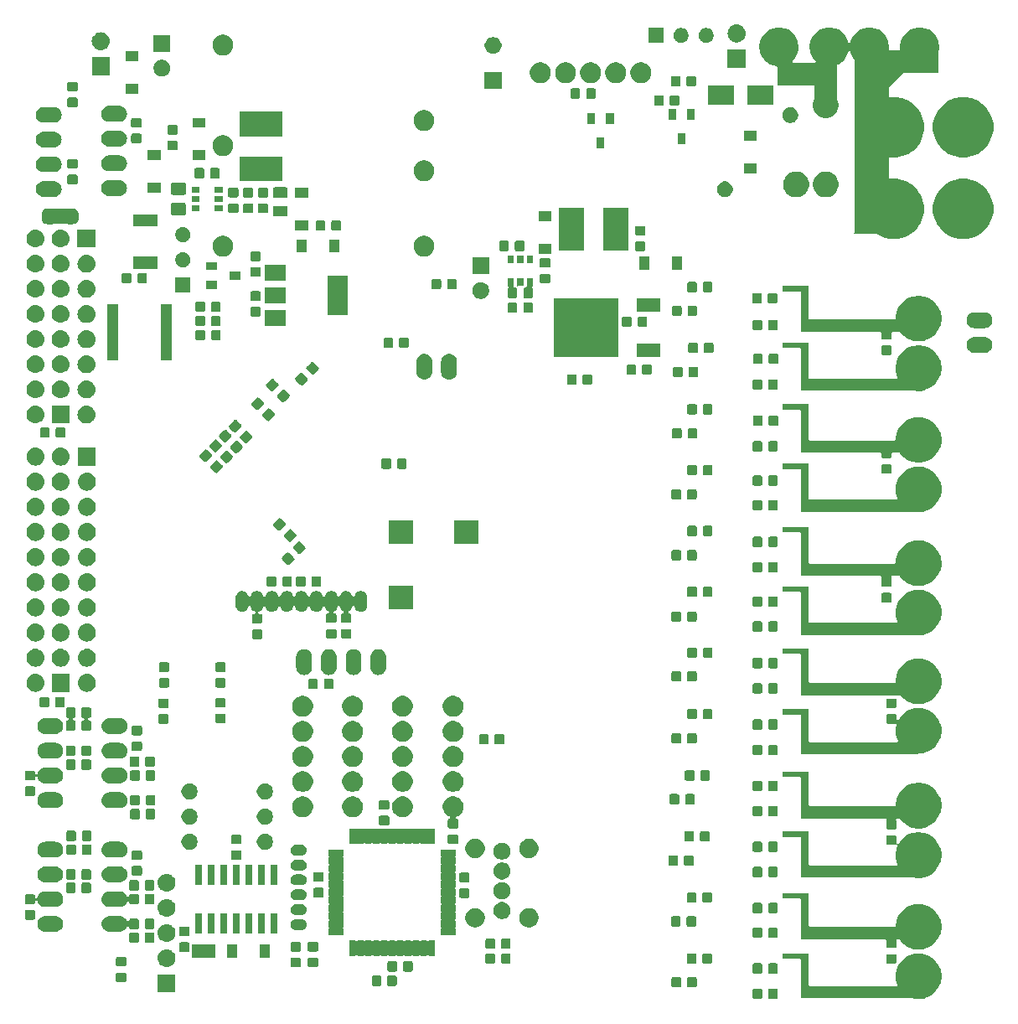
<source format=gbr>
G04 #@! TF.GenerationSoftware,KiCad,Pcbnew,(5.1.4)-1*
G04 #@! TF.CreationDate,2019-12-19T22:16:52+09:00*
G04 #@! TF.ProjectId,Main,4d61696e-2e6b-4696-9361-645f70636258,rev?*
G04 #@! TF.SameCoordinates,Original*
G04 #@! TF.FileFunction,Soldermask,Bot*
G04 #@! TF.FilePolarity,Negative*
%FSLAX46Y46*%
G04 Gerber Fmt 4.6, Leading zero omitted, Abs format (unit mm)*
G04 Created by KiCad (PCBNEW (5.1.4)-1) date 2019-12-19 22:16:52*
%MOMM*%
%LPD*%
G04 APERTURE LIST*
%ADD10C,0.100000*%
G04 APERTURE END LIST*
D10*
G36*
X127370718Y-132277661D02*
G01*
X127671177Y-132337426D01*
X128089932Y-132510880D01*
X128466802Y-132762696D01*
X128787304Y-133083198D01*
X129039120Y-133460068D01*
X129212574Y-133878823D01*
X129235661Y-133994890D01*
X129301000Y-134323370D01*
X129301000Y-134776630D01*
X129278101Y-134891750D01*
X129212574Y-135221177D01*
X129039120Y-135639932D01*
X128787304Y-136016802D01*
X128466802Y-136337304D01*
X128089932Y-136589120D01*
X127671177Y-136762574D01*
X127559258Y-136784836D01*
X127226630Y-136851000D01*
X126773370Y-136851000D01*
X126662234Y-136828894D01*
X126328823Y-136762574D01*
X126321432Y-136759513D01*
X126297991Y-136752402D01*
X126273604Y-136750000D01*
X115100000Y-136750000D01*
X115100000Y-132924999D01*
X115097598Y-132900613D01*
X115090485Y-132877164D01*
X115078934Y-132855553D01*
X115063389Y-132836611D01*
X115044447Y-132821066D01*
X115022836Y-132809515D01*
X114999387Y-132802402D01*
X114975001Y-132800000D01*
X113250000Y-132800000D01*
X113250000Y-132250000D01*
X115900000Y-132250000D01*
X115900000Y-135425001D01*
X115902402Y-135449387D01*
X115909515Y-135472836D01*
X115921066Y-135494447D01*
X115936611Y-135513389D01*
X115955553Y-135528934D01*
X115977164Y-135540485D01*
X116000613Y-135547598D01*
X116024999Y-135550000D01*
X124736555Y-135550000D01*
X124760941Y-135547598D01*
X124784390Y-135540485D01*
X124806001Y-135528934D01*
X124824943Y-135513389D01*
X124840488Y-135494447D01*
X124852039Y-135472836D01*
X124859152Y-135449387D01*
X124861554Y-135425001D01*
X124859152Y-135400615D01*
X124852039Y-135377166D01*
X124851233Y-135375220D01*
X124787426Y-135221177D01*
X124721899Y-134891750D01*
X124699000Y-134776630D01*
X124699000Y-134323370D01*
X124764339Y-133994890D01*
X124787426Y-133878823D01*
X124960880Y-133460068D01*
X125212696Y-133083198D01*
X125533198Y-132762696D01*
X125910068Y-132510880D01*
X126328823Y-132337426D01*
X126629282Y-132277661D01*
X126773370Y-132249000D01*
X127226630Y-132249000D01*
X127370718Y-132277661D01*
X127370718Y-132277661D01*
G37*
G36*
X112629591Y-135778085D02*
G01*
X112663569Y-135788393D01*
X112694890Y-135805134D01*
X112722339Y-135827661D01*
X112744866Y-135855110D01*
X112761607Y-135886431D01*
X112771915Y-135920409D01*
X112776000Y-135961890D01*
X112776000Y-136638110D01*
X112771915Y-136679591D01*
X112761607Y-136713569D01*
X112744866Y-136744890D01*
X112722339Y-136772339D01*
X112694890Y-136794866D01*
X112663569Y-136811607D01*
X112629591Y-136821915D01*
X112588110Y-136826000D01*
X111986890Y-136826000D01*
X111945409Y-136821915D01*
X111911431Y-136811607D01*
X111880110Y-136794866D01*
X111852661Y-136772339D01*
X111830134Y-136744890D01*
X111813393Y-136713569D01*
X111803085Y-136679591D01*
X111799000Y-136638110D01*
X111799000Y-135961890D01*
X111803085Y-135920409D01*
X111813393Y-135886431D01*
X111830134Y-135855110D01*
X111852661Y-135827661D01*
X111880110Y-135805134D01*
X111911431Y-135788393D01*
X111945409Y-135778085D01*
X111986890Y-135774000D01*
X112588110Y-135774000D01*
X112629591Y-135778085D01*
X112629591Y-135778085D01*
G37*
G36*
X111054591Y-135778085D02*
G01*
X111088569Y-135788393D01*
X111119890Y-135805134D01*
X111147339Y-135827661D01*
X111169866Y-135855110D01*
X111186607Y-135886431D01*
X111196915Y-135920409D01*
X111201000Y-135961890D01*
X111201000Y-136638110D01*
X111196915Y-136679591D01*
X111186607Y-136713569D01*
X111169866Y-136744890D01*
X111147339Y-136772339D01*
X111119890Y-136794866D01*
X111088569Y-136811607D01*
X111054591Y-136821915D01*
X111013110Y-136826000D01*
X110411890Y-136826000D01*
X110370409Y-136821915D01*
X110336431Y-136811607D01*
X110305110Y-136794866D01*
X110277661Y-136772339D01*
X110255134Y-136744890D01*
X110238393Y-136713569D01*
X110228085Y-136679591D01*
X110224000Y-136638110D01*
X110224000Y-135961890D01*
X110228085Y-135920409D01*
X110238393Y-135886431D01*
X110255134Y-135855110D01*
X110277661Y-135827661D01*
X110305110Y-135805134D01*
X110336431Y-135788393D01*
X110370409Y-135778085D01*
X110411890Y-135774000D01*
X111013110Y-135774000D01*
X111054591Y-135778085D01*
X111054591Y-135778085D01*
G37*
G36*
X51901000Y-136151000D02*
G01*
X50099000Y-136151000D01*
X50099000Y-134349000D01*
X51901000Y-134349000D01*
X51901000Y-136151000D01*
X51901000Y-136151000D01*
G37*
G36*
X104429591Y-134628085D02*
G01*
X104463569Y-134638393D01*
X104494890Y-134655134D01*
X104522339Y-134677661D01*
X104544866Y-134705110D01*
X104561607Y-134736431D01*
X104571915Y-134770409D01*
X104576000Y-134811890D01*
X104576000Y-135488110D01*
X104571915Y-135529591D01*
X104561607Y-135563569D01*
X104544866Y-135594890D01*
X104522339Y-135622339D01*
X104494890Y-135644866D01*
X104463569Y-135661607D01*
X104429591Y-135671915D01*
X104388110Y-135676000D01*
X103786890Y-135676000D01*
X103745409Y-135671915D01*
X103711431Y-135661607D01*
X103680110Y-135644866D01*
X103652661Y-135622339D01*
X103630134Y-135594890D01*
X103613393Y-135563569D01*
X103603085Y-135529591D01*
X103599000Y-135488110D01*
X103599000Y-134811890D01*
X103603085Y-134770409D01*
X103613393Y-134736431D01*
X103630134Y-134705110D01*
X103652661Y-134677661D01*
X103680110Y-134655134D01*
X103711431Y-134638393D01*
X103745409Y-134628085D01*
X103786890Y-134624000D01*
X104388110Y-134624000D01*
X104429591Y-134628085D01*
X104429591Y-134628085D01*
G37*
G36*
X102854591Y-134628085D02*
G01*
X102888569Y-134638393D01*
X102919890Y-134655134D01*
X102947339Y-134677661D01*
X102969866Y-134705110D01*
X102986607Y-134736431D01*
X102996915Y-134770409D01*
X103001000Y-134811890D01*
X103001000Y-135488110D01*
X102996915Y-135529591D01*
X102986607Y-135563569D01*
X102969866Y-135594890D01*
X102947339Y-135622339D01*
X102919890Y-135644866D01*
X102888569Y-135661607D01*
X102854591Y-135671915D01*
X102813110Y-135676000D01*
X102211890Y-135676000D01*
X102170409Y-135671915D01*
X102136431Y-135661607D01*
X102105110Y-135644866D01*
X102077661Y-135622339D01*
X102055134Y-135594890D01*
X102038393Y-135563569D01*
X102028085Y-135529591D01*
X102024000Y-135488110D01*
X102024000Y-134811890D01*
X102028085Y-134770409D01*
X102038393Y-134736431D01*
X102055134Y-134705110D01*
X102077661Y-134677661D01*
X102105110Y-134655134D01*
X102136431Y-134638393D01*
X102170409Y-134628085D01*
X102211890Y-134624000D01*
X102813110Y-134624000D01*
X102854591Y-134628085D01*
X102854591Y-134628085D01*
G37*
G36*
X74129591Y-134478085D02*
G01*
X74163569Y-134488393D01*
X74194890Y-134505134D01*
X74222339Y-134527661D01*
X74244866Y-134555110D01*
X74261607Y-134586431D01*
X74271915Y-134620409D01*
X74276000Y-134661890D01*
X74276000Y-135338110D01*
X74271915Y-135379591D01*
X74261607Y-135413569D01*
X74244866Y-135444890D01*
X74222339Y-135472339D01*
X74194890Y-135494866D01*
X74163569Y-135511607D01*
X74129591Y-135521915D01*
X74088110Y-135526000D01*
X73486890Y-135526000D01*
X73445409Y-135521915D01*
X73411431Y-135511607D01*
X73380110Y-135494866D01*
X73352661Y-135472339D01*
X73330134Y-135444890D01*
X73313393Y-135413569D01*
X73303085Y-135379591D01*
X73299000Y-135338110D01*
X73299000Y-134661890D01*
X73303085Y-134620409D01*
X73313393Y-134586431D01*
X73330134Y-134555110D01*
X73352661Y-134527661D01*
X73380110Y-134505134D01*
X73411431Y-134488393D01*
X73445409Y-134478085D01*
X73486890Y-134474000D01*
X74088110Y-134474000D01*
X74129591Y-134478085D01*
X74129591Y-134478085D01*
G37*
G36*
X72554591Y-134478085D02*
G01*
X72588569Y-134488393D01*
X72619890Y-134505134D01*
X72647339Y-134527661D01*
X72669866Y-134555110D01*
X72686607Y-134586431D01*
X72696915Y-134620409D01*
X72701000Y-134661890D01*
X72701000Y-135338110D01*
X72696915Y-135379591D01*
X72686607Y-135413569D01*
X72669866Y-135444890D01*
X72647339Y-135472339D01*
X72619890Y-135494866D01*
X72588569Y-135511607D01*
X72554591Y-135521915D01*
X72513110Y-135526000D01*
X71911890Y-135526000D01*
X71870409Y-135521915D01*
X71836431Y-135511607D01*
X71805110Y-135494866D01*
X71777661Y-135472339D01*
X71755134Y-135444890D01*
X71738393Y-135413569D01*
X71728085Y-135379591D01*
X71724000Y-135338110D01*
X71724000Y-134661890D01*
X71728085Y-134620409D01*
X71738393Y-134586431D01*
X71755134Y-134555110D01*
X71777661Y-134527661D01*
X71805110Y-134505134D01*
X71836431Y-134488393D01*
X71870409Y-134478085D01*
X71911890Y-134474000D01*
X72513110Y-134474000D01*
X72554591Y-134478085D01*
X72554591Y-134478085D01*
G37*
G36*
X46799591Y-134163085D02*
G01*
X46833569Y-134173393D01*
X46864890Y-134190134D01*
X46892339Y-134212661D01*
X46914866Y-134240110D01*
X46931607Y-134271431D01*
X46941915Y-134305409D01*
X46946000Y-134346890D01*
X46946000Y-134948110D01*
X46941915Y-134989591D01*
X46931607Y-135023569D01*
X46914866Y-135054890D01*
X46892339Y-135082339D01*
X46864890Y-135104866D01*
X46833569Y-135121607D01*
X46799591Y-135131915D01*
X46758110Y-135136000D01*
X46081890Y-135136000D01*
X46040409Y-135131915D01*
X46006431Y-135121607D01*
X45975110Y-135104866D01*
X45947661Y-135082339D01*
X45925134Y-135054890D01*
X45908393Y-135023569D01*
X45898085Y-134989591D01*
X45894000Y-134948110D01*
X45894000Y-134346890D01*
X45898085Y-134305409D01*
X45908393Y-134271431D01*
X45925134Y-134240110D01*
X45947661Y-134212661D01*
X45975110Y-134190134D01*
X46006431Y-134173393D01*
X46040409Y-134163085D01*
X46081890Y-134159000D01*
X46758110Y-134159000D01*
X46799591Y-134163085D01*
X46799591Y-134163085D01*
G37*
G36*
X111054591Y-133228085D02*
G01*
X111088569Y-133238393D01*
X111119890Y-133255134D01*
X111147339Y-133277661D01*
X111169866Y-133305110D01*
X111186607Y-133336431D01*
X111196915Y-133370409D01*
X111201000Y-133411890D01*
X111201000Y-134088110D01*
X111196915Y-134129591D01*
X111186607Y-134163569D01*
X111169866Y-134194890D01*
X111147339Y-134222339D01*
X111119890Y-134244866D01*
X111088569Y-134261607D01*
X111054591Y-134271915D01*
X111013110Y-134276000D01*
X110411890Y-134276000D01*
X110370409Y-134271915D01*
X110336431Y-134261607D01*
X110305110Y-134244866D01*
X110277661Y-134222339D01*
X110255134Y-134194890D01*
X110238393Y-134163569D01*
X110228085Y-134129591D01*
X110224000Y-134088110D01*
X110224000Y-133411890D01*
X110228085Y-133370409D01*
X110238393Y-133336431D01*
X110255134Y-133305110D01*
X110277661Y-133277661D01*
X110305110Y-133255134D01*
X110336431Y-133238393D01*
X110370409Y-133228085D01*
X110411890Y-133224000D01*
X111013110Y-133224000D01*
X111054591Y-133228085D01*
X111054591Y-133228085D01*
G37*
G36*
X112629591Y-133228085D02*
G01*
X112663569Y-133238393D01*
X112694890Y-133255134D01*
X112722339Y-133277661D01*
X112744866Y-133305110D01*
X112761607Y-133336431D01*
X112771915Y-133370409D01*
X112776000Y-133411890D01*
X112776000Y-134088110D01*
X112771915Y-134129591D01*
X112761607Y-134163569D01*
X112744866Y-134194890D01*
X112722339Y-134222339D01*
X112694890Y-134244866D01*
X112663569Y-134261607D01*
X112629591Y-134271915D01*
X112588110Y-134276000D01*
X111986890Y-134276000D01*
X111945409Y-134271915D01*
X111911431Y-134261607D01*
X111880110Y-134244866D01*
X111852661Y-134222339D01*
X111830134Y-134194890D01*
X111813393Y-134163569D01*
X111803085Y-134129591D01*
X111799000Y-134088110D01*
X111799000Y-133411890D01*
X111803085Y-133370409D01*
X111813393Y-133336431D01*
X111830134Y-133305110D01*
X111852661Y-133277661D01*
X111880110Y-133255134D01*
X111911431Y-133238393D01*
X111945409Y-133228085D01*
X111986890Y-133224000D01*
X112588110Y-133224000D01*
X112629591Y-133228085D01*
X112629591Y-133228085D01*
G37*
G36*
X74154591Y-133028085D02*
G01*
X74188569Y-133038393D01*
X74219890Y-133055134D01*
X74247339Y-133077661D01*
X74269866Y-133105110D01*
X74286607Y-133136431D01*
X74296915Y-133170409D01*
X74301000Y-133211890D01*
X74301000Y-133888110D01*
X74296915Y-133929591D01*
X74286607Y-133963569D01*
X74269866Y-133994890D01*
X74247339Y-134022339D01*
X74219890Y-134044866D01*
X74188569Y-134061607D01*
X74154591Y-134071915D01*
X74113110Y-134076000D01*
X73511890Y-134076000D01*
X73470409Y-134071915D01*
X73436431Y-134061607D01*
X73405110Y-134044866D01*
X73377661Y-134022339D01*
X73355134Y-133994890D01*
X73338393Y-133963569D01*
X73328085Y-133929591D01*
X73324000Y-133888110D01*
X73324000Y-133211890D01*
X73328085Y-133170409D01*
X73338393Y-133136431D01*
X73355134Y-133105110D01*
X73377661Y-133077661D01*
X73405110Y-133055134D01*
X73436431Y-133038393D01*
X73470409Y-133028085D01*
X73511890Y-133024000D01*
X74113110Y-133024000D01*
X74154591Y-133028085D01*
X74154591Y-133028085D01*
G37*
G36*
X75729591Y-133028085D02*
G01*
X75763569Y-133038393D01*
X75794890Y-133055134D01*
X75822339Y-133077661D01*
X75844866Y-133105110D01*
X75861607Y-133136431D01*
X75871915Y-133170409D01*
X75876000Y-133211890D01*
X75876000Y-133888110D01*
X75871915Y-133929591D01*
X75861607Y-133963569D01*
X75844866Y-133994890D01*
X75822339Y-134022339D01*
X75794890Y-134044866D01*
X75763569Y-134061607D01*
X75729591Y-134071915D01*
X75688110Y-134076000D01*
X75086890Y-134076000D01*
X75045409Y-134071915D01*
X75011431Y-134061607D01*
X74980110Y-134044866D01*
X74952661Y-134022339D01*
X74930134Y-133994890D01*
X74913393Y-133963569D01*
X74903085Y-133929591D01*
X74899000Y-133888110D01*
X74899000Y-133211890D01*
X74903085Y-133170409D01*
X74913393Y-133136431D01*
X74930134Y-133105110D01*
X74952661Y-133077661D01*
X74980110Y-133055134D01*
X75011431Y-133038393D01*
X75045409Y-133028085D01*
X75086890Y-133024000D01*
X75688110Y-133024000D01*
X75729591Y-133028085D01*
X75729591Y-133028085D01*
G37*
G36*
X66179591Y-132653085D02*
G01*
X66213569Y-132663393D01*
X66244890Y-132680134D01*
X66272339Y-132702661D01*
X66294866Y-132730110D01*
X66311607Y-132761431D01*
X66321915Y-132795409D01*
X66326000Y-132836890D01*
X66326000Y-133438110D01*
X66321915Y-133479591D01*
X66311607Y-133513569D01*
X66294866Y-133544890D01*
X66272339Y-133572339D01*
X66244890Y-133594866D01*
X66213569Y-133611607D01*
X66179591Y-133621915D01*
X66138110Y-133626000D01*
X65461890Y-133626000D01*
X65420409Y-133621915D01*
X65386431Y-133611607D01*
X65355110Y-133594866D01*
X65327661Y-133572339D01*
X65305134Y-133544890D01*
X65288393Y-133513569D01*
X65278085Y-133479591D01*
X65274000Y-133438110D01*
X65274000Y-132836890D01*
X65278085Y-132795409D01*
X65288393Y-132761431D01*
X65305134Y-132730110D01*
X65327661Y-132702661D01*
X65355110Y-132680134D01*
X65386431Y-132663393D01*
X65420409Y-132653085D01*
X65461890Y-132649000D01*
X66138110Y-132649000D01*
X66179591Y-132653085D01*
X66179591Y-132653085D01*
G37*
G36*
X64429591Y-132653085D02*
G01*
X64463569Y-132663393D01*
X64494890Y-132680134D01*
X64522339Y-132702661D01*
X64544866Y-132730110D01*
X64561607Y-132761431D01*
X64571915Y-132795409D01*
X64576000Y-132836890D01*
X64576000Y-133438110D01*
X64571915Y-133479591D01*
X64561607Y-133513569D01*
X64544866Y-133544890D01*
X64522339Y-133572339D01*
X64494890Y-133594866D01*
X64463569Y-133611607D01*
X64429591Y-133621915D01*
X64388110Y-133626000D01*
X63711890Y-133626000D01*
X63670409Y-133621915D01*
X63636431Y-133611607D01*
X63605110Y-133594866D01*
X63577661Y-133572339D01*
X63555134Y-133544890D01*
X63538393Y-133513569D01*
X63528085Y-133479591D01*
X63524000Y-133438110D01*
X63524000Y-132836890D01*
X63528085Y-132795409D01*
X63538393Y-132761431D01*
X63555134Y-132730110D01*
X63577661Y-132702661D01*
X63605110Y-132680134D01*
X63636431Y-132663393D01*
X63670409Y-132653085D01*
X63711890Y-132649000D01*
X64388110Y-132649000D01*
X64429591Y-132653085D01*
X64429591Y-132653085D01*
G37*
G36*
X51110442Y-131815518D02*
G01*
X51176627Y-131822037D01*
X51346466Y-131873557D01*
X51502991Y-131957222D01*
X51530089Y-131979461D01*
X51640186Y-132069814D01*
X51723448Y-132171271D01*
X51752778Y-132207009D01*
X51836443Y-132363534D01*
X51887963Y-132533373D01*
X51905359Y-132710000D01*
X51887963Y-132886627D01*
X51836443Y-133056466D01*
X51752778Y-133212991D01*
X51734850Y-133234836D01*
X51640186Y-133350186D01*
X51567033Y-133410220D01*
X51502991Y-133462778D01*
X51502989Y-133462779D01*
X51349372Y-133544890D01*
X51346466Y-133546443D01*
X51176627Y-133597963D01*
X51110443Y-133604481D01*
X51044260Y-133611000D01*
X50955740Y-133611000D01*
X50889557Y-133604481D01*
X50823373Y-133597963D01*
X50653534Y-133546443D01*
X50650629Y-133544890D01*
X50497011Y-133462779D01*
X50497009Y-133462778D01*
X50432967Y-133410220D01*
X50359814Y-133350186D01*
X50265150Y-133234836D01*
X50247222Y-133212991D01*
X50163557Y-133056466D01*
X50112037Y-132886627D01*
X50094641Y-132710000D01*
X50112037Y-132533373D01*
X50163557Y-132363534D01*
X50247222Y-132207009D01*
X50276552Y-132171271D01*
X50359814Y-132069814D01*
X50469911Y-131979461D01*
X50497009Y-131957222D01*
X50653534Y-131873557D01*
X50823373Y-131822037D01*
X50889558Y-131815518D01*
X50955740Y-131809000D01*
X51044260Y-131809000D01*
X51110442Y-131815518D01*
X51110442Y-131815518D01*
G37*
G36*
X46799591Y-132588085D02*
G01*
X46833569Y-132598393D01*
X46864890Y-132615134D01*
X46892339Y-132637661D01*
X46914866Y-132665110D01*
X46931607Y-132696431D01*
X46941915Y-132730409D01*
X46946000Y-132771890D01*
X46946000Y-133373110D01*
X46941915Y-133414591D01*
X46931607Y-133448569D01*
X46914866Y-133479890D01*
X46892339Y-133507339D01*
X46864890Y-133529866D01*
X46833569Y-133546607D01*
X46799591Y-133556915D01*
X46758110Y-133561000D01*
X46081890Y-133561000D01*
X46040409Y-133556915D01*
X46006431Y-133546607D01*
X45975110Y-133529866D01*
X45947661Y-133507339D01*
X45925134Y-133479890D01*
X45908393Y-133448569D01*
X45898085Y-133414591D01*
X45894000Y-133373110D01*
X45894000Y-132771890D01*
X45898085Y-132730409D01*
X45908393Y-132696431D01*
X45925134Y-132665110D01*
X45947661Y-132637661D01*
X45975110Y-132615134D01*
X46006431Y-132598393D01*
X46040409Y-132588085D01*
X46081890Y-132584000D01*
X46758110Y-132584000D01*
X46799591Y-132588085D01*
X46799591Y-132588085D01*
G37*
G36*
X84054591Y-132228085D02*
G01*
X84088569Y-132238393D01*
X84119890Y-132255134D01*
X84147339Y-132277661D01*
X84169866Y-132305110D01*
X84186607Y-132336431D01*
X84196915Y-132370409D01*
X84201000Y-132411890D01*
X84201000Y-133088110D01*
X84196915Y-133129591D01*
X84186607Y-133163569D01*
X84169866Y-133194890D01*
X84147339Y-133222339D01*
X84119890Y-133244866D01*
X84088569Y-133261607D01*
X84054591Y-133271915D01*
X84013110Y-133276000D01*
X83411890Y-133276000D01*
X83370409Y-133271915D01*
X83336431Y-133261607D01*
X83305110Y-133244866D01*
X83277661Y-133222339D01*
X83255134Y-133194890D01*
X83238393Y-133163569D01*
X83228085Y-133129591D01*
X83224000Y-133088110D01*
X83224000Y-132411890D01*
X83228085Y-132370409D01*
X83238393Y-132336431D01*
X83255134Y-132305110D01*
X83277661Y-132277661D01*
X83305110Y-132255134D01*
X83336431Y-132238393D01*
X83370409Y-132228085D01*
X83411890Y-132224000D01*
X84013110Y-132224000D01*
X84054591Y-132228085D01*
X84054591Y-132228085D01*
G37*
G36*
X105979591Y-132228085D02*
G01*
X106013569Y-132238393D01*
X106044890Y-132255134D01*
X106072339Y-132277661D01*
X106094866Y-132305110D01*
X106111607Y-132336431D01*
X106121915Y-132370409D01*
X106126000Y-132411890D01*
X106126000Y-133088110D01*
X106121915Y-133129591D01*
X106111607Y-133163569D01*
X106094866Y-133194890D01*
X106072339Y-133222339D01*
X106044890Y-133244866D01*
X106013569Y-133261607D01*
X105979591Y-133271915D01*
X105938110Y-133276000D01*
X105336890Y-133276000D01*
X105295409Y-133271915D01*
X105261431Y-133261607D01*
X105230110Y-133244866D01*
X105202661Y-133222339D01*
X105180134Y-133194890D01*
X105163393Y-133163569D01*
X105153085Y-133129591D01*
X105149000Y-133088110D01*
X105149000Y-132411890D01*
X105153085Y-132370409D01*
X105163393Y-132336431D01*
X105180134Y-132305110D01*
X105202661Y-132277661D01*
X105230110Y-132255134D01*
X105261431Y-132238393D01*
X105295409Y-132228085D01*
X105336890Y-132224000D01*
X105938110Y-132224000D01*
X105979591Y-132228085D01*
X105979591Y-132228085D01*
G37*
G36*
X104404591Y-132228085D02*
G01*
X104438569Y-132238393D01*
X104469890Y-132255134D01*
X104497339Y-132277661D01*
X104519866Y-132305110D01*
X104536607Y-132336431D01*
X104546915Y-132370409D01*
X104551000Y-132411890D01*
X104551000Y-133088110D01*
X104546915Y-133129591D01*
X104536607Y-133163569D01*
X104519866Y-133194890D01*
X104497339Y-133222339D01*
X104469890Y-133244866D01*
X104438569Y-133261607D01*
X104404591Y-133271915D01*
X104363110Y-133276000D01*
X103761890Y-133276000D01*
X103720409Y-133271915D01*
X103686431Y-133261607D01*
X103655110Y-133244866D01*
X103627661Y-133222339D01*
X103605134Y-133194890D01*
X103588393Y-133163569D01*
X103578085Y-133129591D01*
X103574000Y-133088110D01*
X103574000Y-132411890D01*
X103578085Y-132370409D01*
X103588393Y-132336431D01*
X103605134Y-132305110D01*
X103627661Y-132277661D01*
X103655110Y-132255134D01*
X103686431Y-132238393D01*
X103720409Y-132228085D01*
X103761890Y-132224000D01*
X104363110Y-132224000D01*
X104404591Y-132228085D01*
X104404591Y-132228085D01*
G37*
G36*
X124629591Y-132303085D02*
G01*
X124663569Y-132313393D01*
X124694890Y-132330134D01*
X124722339Y-132352661D01*
X124744866Y-132380110D01*
X124761607Y-132411431D01*
X124771915Y-132445409D01*
X124776000Y-132486890D01*
X124776000Y-133088110D01*
X124771915Y-133129591D01*
X124761607Y-133163569D01*
X124744866Y-133194890D01*
X124722339Y-133222339D01*
X124694890Y-133244866D01*
X124663569Y-133261607D01*
X124629591Y-133271915D01*
X124588110Y-133276000D01*
X123911890Y-133276000D01*
X123870409Y-133271915D01*
X123836431Y-133261607D01*
X123805110Y-133244866D01*
X123777661Y-133222339D01*
X123755134Y-133194890D01*
X123738393Y-133163569D01*
X123728085Y-133129591D01*
X123724000Y-133088110D01*
X123724000Y-132486890D01*
X123728085Y-132445409D01*
X123738393Y-132411431D01*
X123755134Y-132380110D01*
X123777661Y-132352661D01*
X123805110Y-132330134D01*
X123836431Y-132313393D01*
X123870409Y-132303085D01*
X123911890Y-132299000D01*
X124588110Y-132299000D01*
X124629591Y-132303085D01*
X124629591Y-132303085D01*
G37*
G36*
X85629591Y-132228085D02*
G01*
X85663569Y-132238393D01*
X85694890Y-132255134D01*
X85722339Y-132277661D01*
X85744866Y-132305110D01*
X85761607Y-132336431D01*
X85771915Y-132370409D01*
X85776000Y-132411890D01*
X85776000Y-133088110D01*
X85771915Y-133129591D01*
X85761607Y-133163569D01*
X85744866Y-133194890D01*
X85722339Y-133222339D01*
X85694890Y-133244866D01*
X85663569Y-133261607D01*
X85629591Y-133271915D01*
X85588110Y-133276000D01*
X84986890Y-133276000D01*
X84945409Y-133271915D01*
X84911431Y-133261607D01*
X84880110Y-133244866D01*
X84852661Y-133222339D01*
X84830134Y-133194890D01*
X84813393Y-133163569D01*
X84803085Y-133129591D01*
X84799000Y-133088110D01*
X84799000Y-132411890D01*
X84803085Y-132370409D01*
X84813393Y-132336431D01*
X84830134Y-132305110D01*
X84852661Y-132277661D01*
X84880110Y-132255134D01*
X84911431Y-132238393D01*
X84945409Y-132228085D01*
X84986890Y-132224000D01*
X85588110Y-132224000D01*
X85629591Y-132228085D01*
X85629591Y-132228085D01*
G37*
G36*
X55918600Y-132686000D02*
G01*
X53581400Y-132686000D01*
X53581400Y-131314000D01*
X55918600Y-131314000D01*
X55918600Y-132686000D01*
X55918600Y-132686000D01*
G37*
G36*
X58101000Y-132651000D02*
G01*
X57099000Y-132651000D01*
X57099000Y-131349000D01*
X58101000Y-131349000D01*
X58101000Y-132651000D01*
X58101000Y-132651000D01*
G37*
G36*
X61401000Y-132651000D02*
G01*
X60399000Y-132651000D01*
X60399000Y-131349000D01*
X61401000Y-131349000D01*
X61401000Y-132651000D01*
X61401000Y-132651000D01*
G37*
G36*
X70044987Y-130926524D02*
G01*
X70063730Y-130932210D01*
X70080997Y-130941439D01*
X70096138Y-130953865D01*
X70103375Y-130962683D01*
X70120702Y-130980010D01*
X70141076Y-130993623D01*
X70163715Y-131003001D01*
X70187748Y-131007781D01*
X70212252Y-131007781D01*
X70236285Y-131003001D01*
X70258924Y-130993623D01*
X70279299Y-130980009D01*
X70296625Y-130962683D01*
X70303862Y-130953865D01*
X70319003Y-130941439D01*
X70336270Y-130932210D01*
X70355013Y-130926524D01*
X70380640Y-130924000D01*
X70819360Y-130924000D01*
X70844987Y-130926524D01*
X70863730Y-130932210D01*
X70880997Y-130941439D01*
X70896138Y-130953865D01*
X70903375Y-130962683D01*
X70920702Y-130980010D01*
X70941076Y-130993623D01*
X70963715Y-131003001D01*
X70987748Y-131007781D01*
X71012252Y-131007781D01*
X71036285Y-131003001D01*
X71058924Y-130993623D01*
X71079299Y-130980009D01*
X71096625Y-130962683D01*
X71103862Y-130953865D01*
X71119003Y-130941439D01*
X71136270Y-130932210D01*
X71155013Y-130926524D01*
X71180640Y-130924000D01*
X71619360Y-130924000D01*
X71644987Y-130926524D01*
X71663730Y-130932210D01*
X71680997Y-130941439D01*
X71696138Y-130953865D01*
X71703375Y-130962683D01*
X71720702Y-130980010D01*
X71741076Y-130993623D01*
X71763715Y-131003001D01*
X71787748Y-131007781D01*
X71812252Y-131007781D01*
X71836285Y-131003001D01*
X71858924Y-130993623D01*
X71879299Y-130980009D01*
X71896625Y-130962683D01*
X71903862Y-130953865D01*
X71919003Y-130941439D01*
X71936270Y-130932210D01*
X71955013Y-130926524D01*
X71980640Y-130924000D01*
X72419360Y-130924000D01*
X72444987Y-130926524D01*
X72463730Y-130932210D01*
X72480997Y-130941439D01*
X72496138Y-130953865D01*
X72503375Y-130962683D01*
X72520702Y-130980010D01*
X72541076Y-130993623D01*
X72563715Y-131003001D01*
X72587748Y-131007781D01*
X72612252Y-131007781D01*
X72636285Y-131003001D01*
X72658924Y-130993623D01*
X72679299Y-130980009D01*
X72696625Y-130962683D01*
X72703862Y-130953865D01*
X72719003Y-130941439D01*
X72736270Y-130932210D01*
X72755013Y-130926524D01*
X72780640Y-130924000D01*
X73219360Y-130924000D01*
X73244987Y-130926524D01*
X73263730Y-130932210D01*
X73280997Y-130941439D01*
X73296138Y-130953865D01*
X73303375Y-130962683D01*
X73320702Y-130980010D01*
X73341076Y-130993623D01*
X73363715Y-131003001D01*
X73387748Y-131007781D01*
X73412252Y-131007781D01*
X73436285Y-131003001D01*
X73458924Y-130993623D01*
X73479299Y-130980009D01*
X73496625Y-130962683D01*
X73503862Y-130953865D01*
X73519003Y-130941439D01*
X73536270Y-130932210D01*
X73555013Y-130926524D01*
X73580640Y-130924000D01*
X74019360Y-130924000D01*
X74044987Y-130926524D01*
X74063730Y-130932210D01*
X74080997Y-130941439D01*
X74096138Y-130953865D01*
X74103375Y-130962683D01*
X74120702Y-130980010D01*
X74141076Y-130993623D01*
X74163715Y-131003001D01*
X74187748Y-131007781D01*
X74212252Y-131007781D01*
X74236285Y-131003001D01*
X74258924Y-130993623D01*
X74279299Y-130980009D01*
X74296625Y-130962683D01*
X74303862Y-130953865D01*
X74319003Y-130941439D01*
X74336270Y-130932210D01*
X74355013Y-130926524D01*
X74380640Y-130924000D01*
X74819360Y-130924000D01*
X74844987Y-130926524D01*
X74863730Y-130932210D01*
X74880997Y-130941439D01*
X74896138Y-130953865D01*
X74903375Y-130962683D01*
X74920702Y-130980010D01*
X74941076Y-130993623D01*
X74963715Y-131003001D01*
X74987748Y-131007781D01*
X75012252Y-131007781D01*
X75036285Y-131003001D01*
X75058924Y-130993623D01*
X75079299Y-130980009D01*
X75096625Y-130962683D01*
X75103862Y-130953865D01*
X75119003Y-130941439D01*
X75136270Y-130932210D01*
X75155013Y-130926524D01*
X75180640Y-130924000D01*
X75619360Y-130924000D01*
X75644987Y-130926524D01*
X75663730Y-130932210D01*
X75680997Y-130941439D01*
X75696138Y-130953865D01*
X75703375Y-130962683D01*
X75720702Y-130980010D01*
X75741076Y-130993623D01*
X75763715Y-131003001D01*
X75787748Y-131007781D01*
X75812252Y-131007781D01*
X75836285Y-131003001D01*
X75858924Y-130993623D01*
X75879299Y-130980009D01*
X75896625Y-130962683D01*
X75903862Y-130953865D01*
X75919003Y-130941439D01*
X75936270Y-130932210D01*
X75955013Y-130926524D01*
X75980640Y-130924000D01*
X76419360Y-130924000D01*
X76444987Y-130926524D01*
X76463730Y-130932210D01*
X76480997Y-130941439D01*
X76496138Y-130953865D01*
X76503375Y-130962683D01*
X76520702Y-130980010D01*
X76541076Y-130993623D01*
X76563715Y-131003001D01*
X76587748Y-131007781D01*
X76612252Y-131007781D01*
X76636285Y-131003001D01*
X76658924Y-130993623D01*
X76679299Y-130980009D01*
X76696625Y-130962683D01*
X76703862Y-130953865D01*
X76719003Y-130941439D01*
X76736270Y-130932210D01*
X76755013Y-130926524D01*
X76780640Y-130924000D01*
X77219360Y-130924000D01*
X77244987Y-130926524D01*
X77263730Y-130932210D01*
X77280997Y-130941439D01*
X77296138Y-130953865D01*
X77303375Y-130962683D01*
X77320702Y-130980010D01*
X77341076Y-130993623D01*
X77363715Y-131003001D01*
X77387748Y-131007781D01*
X77412252Y-131007781D01*
X77436285Y-131003001D01*
X77458924Y-130993623D01*
X77479299Y-130980009D01*
X77496625Y-130962683D01*
X77503862Y-130953865D01*
X77519003Y-130941439D01*
X77536270Y-130932210D01*
X77555013Y-130926524D01*
X77580640Y-130924000D01*
X78019360Y-130924000D01*
X78044987Y-130926524D01*
X78063730Y-130932210D01*
X78080997Y-130941439D01*
X78096136Y-130953864D01*
X78108561Y-130969003D01*
X78117790Y-130986270D01*
X78123476Y-131005013D01*
X78126000Y-131030640D01*
X78126000Y-132394360D01*
X78123476Y-132419987D01*
X78117790Y-132438730D01*
X78108561Y-132455997D01*
X78096136Y-132471136D01*
X78080997Y-132483561D01*
X78063730Y-132492790D01*
X78044987Y-132498476D01*
X78019360Y-132501000D01*
X77580640Y-132501000D01*
X77555013Y-132498476D01*
X77536270Y-132492790D01*
X77519003Y-132483561D01*
X77503862Y-132471135D01*
X77496625Y-132462317D01*
X77479298Y-132444990D01*
X77458924Y-132431377D01*
X77436285Y-132421999D01*
X77412252Y-132417219D01*
X77387748Y-132417219D01*
X77363715Y-132421999D01*
X77341076Y-132431377D01*
X77320701Y-132444991D01*
X77303375Y-132462317D01*
X77296138Y-132471135D01*
X77280997Y-132483561D01*
X77263730Y-132492790D01*
X77244987Y-132498476D01*
X77219360Y-132501000D01*
X76780640Y-132501000D01*
X76755013Y-132498476D01*
X76736270Y-132492790D01*
X76719003Y-132483561D01*
X76703862Y-132471135D01*
X76696625Y-132462317D01*
X76679298Y-132444990D01*
X76658924Y-132431377D01*
X76636285Y-132421999D01*
X76612252Y-132417219D01*
X76587748Y-132417219D01*
X76563715Y-132421999D01*
X76541076Y-132431377D01*
X76520701Y-132444991D01*
X76503375Y-132462317D01*
X76496138Y-132471135D01*
X76480997Y-132483561D01*
X76463730Y-132492790D01*
X76444987Y-132498476D01*
X76419360Y-132501000D01*
X75980640Y-132501000D01*
X75955013Y-132498476D01*
X75936270Y-132492790D01*
X75919003Y-132483561D01*
X75903862Y-132471135D01*
X75896625Y-132462317D01*
X75879298Y-132444990D01*
X75858924Y-132431377D01*
X75836285Y-132421999D01*
X75812252Y-132417219D01*
X75787748Y-132417219D01*
X75763715Y-132421999D01*
X75741076Y-132431377D01*
X75720701Y-132444991D01*
X75703375Y-132462317D01*
X75696138Y-132471135D01*
X75680997Y-132483561D01*
X75663730Y-132492790D01*
X75644987Y-132498476D01*
X75619360Y-132501000D01*
X75180640Y-132501000D01*
X75155013Y-132498476D01*
X75136270Y-132492790D01*
X75119003Y-132483561D01*
X75103862Y-132471135D01*
X75096625Y-132462317D01*
X75079298Y-132444990D01*
X75058924Y-132431377D01*
X75036285Y-132421999D01*
X75012252Y-132417219D01*
X74987748Y-132417219D01*
X74963715Y-132421999D01*
X74941076Y-132431377D01*
X74920701Y-132444991D01*
X74903375Y-132462317D01*
X74896138Y-132471135D01*
X74880997Y-132483561D01*
X74863730Y-132492790D01*
X74844987Y-132498476D01*
X74819360Y-132501000D01*
X74380640Y-132501000D01*
X74355013Y-132498476D01*
X74336270Y-132492790D01*
X74319003Y-132483561D01*
X74303862Y-132471135D01*
X74296625Y-132462317D01*
X74279298Y-132444990D01*
X74258924Y-132431377D01*
X74236285Y-132421999D01*
X74212252Y-132417219D01*
X74187748Y-132417219D01*
X74163715Y-132421999D01*
X74141076Y-132431377D01*
X74120701Y-132444991D01*
X74103375Y-132462317D01*
X74096138Y-132471135D01*
X74080997Y-132483561D01*
X74063730Y-132492790D01*
X74044987Y-132498476D01*
X74019360Y-132501000D01*
X73580640Y-132501000D01*
X73555013Y-132498476D01*
X73536270Y-132492790D01*
X73519003Y-132483561D01*
X73503862Y-132471135D01*
X73496625Y-132462317D01*
X73479298Y-132444990D01*
X73458924Y-132431377D01*
X73436285Y-132421999D01*
X73412252Y-132417219D01*
X73387748Y-132417219D01*
X73363715Y-132421999D01*
X73341076Y-132431377D01*
X73320701Y-132444991D01*
X73303375Y-132462317D01*
X73296138Y-132471135D01*
X73280997Y-132483561D01*
X73263730Y-132492790D01*
X73244987Y-132498476D01*
X73219360Y-132501000D01*
X72780640Y-132501000D01*
X72755013Y-132498476D01*
X72736270Y-132492790D01*
X72719003Y-132483561D01*
X72703862Y-132471135D01*
X72696625Y-132462317D01*
X72679298Y-132444990D01*
X72658924Y-132431377D01*
X72636285Y-132421999D01*
X72612252Y-132417219D01*
X72587748Y-132417219D01*
X72563715Y-132421999D01*
X72541076Y-132431377D01*
X72520701Y-132444991D01*
X72503375Y-132462317D01*
X72496138Y-132471135D01*
X72480997Y-132483561D01*
X72463730Y-132492790D01*
X72444987Y-132498476D01*
X72419360Y-132501000D01*
X71980640Y-132501000D01*
X71955013Y-132498476D01*
X71936270Y-132492790D01*
X71919003Y-132483561D01*
X71903862Y-132471135D01*
X71896625Y-132462317D01*
X71879298Y-132444990D01*
X71858924Y-132431377D01*
X71836285Y-132421999D01*
X71812252Y-132417219D01*
X71787748Y-132417219D01*
X71763715Y-132421999D01*
X71741076Y-132431377D01*
X71720701Y-132444991D01*
X71703375Y-132462317D01*
X71696138Y-132471135D01*
X71680997Y-132483561D01*
X71663730Y-132492790D01*
X71644987Y-132498476D01*
X71619360Y-132501000D01*
X71180640Y-132501000D01*
X71155013Y-132498476D01*
X71136270Y-132492790D01*
X71119003Y-132483561D01*
X71103862Y-132471135D01*
X71096625Y-132462317D01*
X71079298Y-132444990D01*
X71058924Y-132431377D01*
X71036285Y-132421999D01*
X71012252Y-132417219D01*
X70987748Y-132417219D01*
X70963715Y-132421999D01*
X70941076Y-132431377D01*
X70920701Y-132444991D01*
X70903375Y-132462317D01*
X70896138Y-132471135D01*
X70880997Y-132483561D01*
X70863730Y-132492790D01*
X70844987Y-132498476D01*
X70819360Y-132501000D01*
X70380640Y-132501000D01*
X70355013Y-132498476D01*
X70336270Y-132492790D01*
X70319003Y-132483561D01*
X70303862Y-132471135D01*
X70296625Y-132462317D01*
X70279298Y-132444990D01*
X70258924Y-132431377D01*
X70236285Y-132421999D01*
X70212252Y-132417219D01*
X70187748Y-132417219D01*
X70163715Y-132421999D01*
X70141076Y-132431377D01*
X70120701Y-132444991D01*
X70103375Y-132462317D01*
X70096138Y-132471135D01*
X70080997Y-132483561D01*
X70063730Y-132492790D01*
X70044987Y-132498476D01*
X70019360Y-132501000D01*
X69580640Y-132501000D01*
X69555013Y-132498476D01*
X69536270Y-132492790D01*
X69519003Y-132483561D01*
X69503864Y-132471136D01*
X69491439Y-132455997D01*
X69482210Y-132438730D01*
X69476524Y-132419987D01*
X69474000Y-132394360D01*
X69474000Y-131030640D01*
X69476524Y-131005013D01*
X69482210Y-130986270D01*
X69491439Y-130969003D01*
X69503864Y-130953864D01*
X69519003Y-130941439D01*
X69536270Y-130932210D01*
X69555013Y-130926524D01*
X69580640Y-130924000D01*
X70019360Y-130924000D01*
X70044987Y-130926524D01*
X70044987Y-130926524D01*
G37*
G36*
X53179591Y-131103085D02*
G01*
X53213569Y-131113393D01*
X53244890Y-131130134D01*
X53272339Y-131152661D01*
X53294866Y-131180110D01*
X53311607Y-131211431D01*
X53321915Y-131245409D01*
X53326000Y-131286890D01*
X53326000Y-131888110D01*
X53321915Y-131929591D01*
X53311607Y-131963569D01*
X53294866Y-131994890D01*
X53272339Y-132022339D01*
X53244890Y-132044866D01*
X53213569Y-132061607D01*
X53179591Y-132071915D01*
X53138110Y-132076000D01*
X52461890Y-132076000D01*
X52420409Y-132071915D01*
X52386431Y-132061607D01*
X52355110Y-132044866D01*
X52327661Y-132022339D01*
X52305134Y-131994890D01*
X52288393Y-131963569D01*
X52278085Y-131929591D01*
X52274000Y-131888110D01*
X52274000Y-131286890D01*
X52278085Y-131245409D01*
X52288393Y-131211431D01*
X52305134Y-131180110D01*
X52327661Y-131152661D01*
X52355110Y-131130134D01*
X52386431Y-131113393D01*
X52420409Y-131103085D01*
X52461890Y-131099000D01*
X53138110Y-131099000D01*
X53179591Y-131103085D01*
X53179591Y-131103085D01*
G37*
G36*
X64429591Y-131078085D02*
G01*
X64463569Y-131088393D01*
X64494890Y-131105134D01*
X64522339Y-131127661D01*
X64544866Y-131155110D01*
X64561607Y-131186431D01*
X64571915Y-131220409D01*
X64576000Y-131261890D01*
X64576000Y-131863110D01*
X64571915Y-131904591D01*
X64561607Y-131938569D01*
X64544866Y-131969890D01*
X64522339Y-131997339D01*
X64494890Y-132019866D01*
X64463569Y-132036607D01*
X64429591Y-132046915D01*
X64388110Y-132051000D01*
X63711890Y-132051000D01*
X63670409Y-132046915D01*
X63636431Y-132036607D01*
X63605110Y-132019866D01*
X63577661Y-131997339D01*
X63555134Y-131969890D01*
X63538393Y-131938569D01*
X63528085Y-131904591D01*
X63524000Y-131863110D01*
X63524000Y-131261890D01*
X63528085Y-131220409D01*
X63538393Y-131186431D01*
X63555134Y-131155110D01*
X63577661Y-131127661D01*
X63605110Y-131105134D01*
X63636431Y-131088393D01*
X63670409Y-131078085D01*
X63711890Y-131074000D01*
X64388110Y-131074000D01*
X64429591Y-131078085D01*
X64429591Y-131078085D01*
G37*
G36*
X66179591Y-131078085D02*
G01*
X66213569Y-131088393D01*
X66244890Y-131105134D01*
X66272339Y-131127661D01*
X66294866Y-131155110D01*
X66311607Y-131186431D01*
X66321915Y-131220409D01*
X66326000Y-131261890D01*
X66326000Y-131863110D01*
X66321915Y-131904591D01*
X66311607Y-131938569D01*
X66294866Y-131969890D01*
X66272339Y-131997339D01*
X66244890Y-132019866D01*
X66213569Y-132036607D01*
X66179591Y-132046915D01*
X66138110Y-132051000D01*
X65461890Y-132051000D01*
X65420409Y-132046915D01*
X65386431Y-132036607D01*
X65355110Y-132019866D01*
X65327661Y-131997339D01*
X65305134Y-131969890D01*
X65288393Y-131938569D01*
X65278085Y-131904591D01*
X65274000Y-131863110D01*
X65274000Y-131261890D01*
X65278085Y-131220409D01*
X65288393Y-131186431D01*
X65305134Y-131155110D01*
X65327661Y-131127661D01*
X65355110Y-131105134D01*
X65386431Y-131088393D01*
X65420409Y-131078085D01*
X65461890Y-131074000D01*
X66138110Y-131074000D01*
X66179591Y-131078085D01*
X66179591Y-131078085D01*
G37*
G36*
X115900000Y-129425001D02*
G01*
X115902402Y-129449387D01*
X115909515Y-129472836D01*
X115921066Y-129494447D01*
X115936611Y-129513389D01*
X115955553Y-129528934D01*
X115977164Y-129540485D01*
X116000613Y-129547598D01*
X116024999Y-129550000D01*
X124574001Y-129550000D01*
X124598387Y-129547598D01*
X124621836Y-129540485D01*
X124643447Y-129528934D01*
X124662389Y-129513389D01*
X124677934Y-129494447D01*
X124689485Y-129472836D01*
X124696598Y-129449387D01*
X124699000Y-129425001D01*
X124699000Y-129323370D01*
X124746017Y-129087000D01*
X124787426Y-128878823D01*
X124960880Y-128460068D01*
X125212696Y-128083198D01*
X125533198Y-127762696D01*
X125910068Y-127510880D01*
X126328823Y-127337426D01*
X126585926Y-127286285D01*
X126773370Y-127249000D01*
X127226630Y-127249000D01*
X127414074Y-127286285D01*
X127671177Y-127337426D01*
X128089932Y-127510880D01*
X128466802Y-127762696D01*
X128787304Y-128083198D01*
X129039120Y-128460068D01*
X129212574Y-128878823D01*
X129253983Y-129087000D01*
X129301000Y-129323370D01*
X129301000Y-129776630D01*
X129279046Y-129887000D01*
X129212574Y-130221177D01*
X129039120Y-130639932D01*
X128787304Y-131016802D01*
X128466802Y-131337304D01*
X128089932Y-131589120D01*
X127671177Y-131762574D01*
X127449089Y-131806750D01*
X127226630Y-131851000D01*
X126773370Y-131851000D01*
X126550911Y-131806750D01*
X126328823Y-131762574D01*
X125910068Y-131589120D01*
X125533198Y-131337304D01*
X125212696Y-131016802D01*
X125104949Y-130855547D01*
X125089409Y-130836611D01*
X125070467Y-130821066D01*
X125048856Y-130809515D01*
X125025407Y-130802402D01*
X125001021Y-130800000D01*
X124900999Y-130800000D01*
X124876613Y-130802402D01*
X124853164Y-130809515D01*
X124831553Y-130821066D01*
X124812611Y-130836611D01*
X124797066Y-130855553D01*
X124785515Y-130877164D01*
X124778402Y-130900613D01*
X124776000Y-130924999D01*
X124776000Y-131513110D01*
X124771915Y-131554591D01*
X124761607Y-131588569D01*
X124744866Y-131619890D01*
X124722339Y-131647339D01*
X124694890Y-131669866D01*
X124663569Y-131686607D01*
X124629591Y-131696915D01*
X124588110Y-131701000D01*
X123911890Y-131701000D01*
X123870409Y-131696915D01*
X123836431Y-131686607D01*
X123805110Y-131669866D01*
X123777661Y-131647339D01*
X123755134Y-131619890D01*
X123738393Y-131588569D01*
X123728085Y-131554591D01*
X123724000Y-131513110D01*
X123724000Y-130924999D01*
X123721598Y-130900613D01*
X123714485Y-130877164D01*
X123702934Y-130855553D01*
X123687389Y-130836611D01*
X123668447Y-130821066D01*
X123646836Y-130809515D01*
X123623387Y-130802402D01*
X123599001Y-130800000D01*
X115100000Y-130800000D01*
X115100000Y-126824999D01*
X115097598Y-126800613D01*
X115090485Y-126777164D01*
X115078934Y-126755553D01*
X115063389Y-126736611D01*
X115044447Y-126721066D01*
X115022836Y-126709515D01*
X114999387Y-126702402D01*
X114975001Y-126700000D01*
X113250000Y-126700000D01*
X113250000Y-126150000D01*
X115900000Y-126150000D01*
X115900000Y-129425001D01*
X115900000Y-129425001D01*
G37*
G36*
X85629591Y-130728085D02*
G01*
X85663569Y-130738393D01*
X85694890Y-130755134D01*
X85722339Y-130777661D01*
X85744866Y-130805110D01*
X85761607Y-130836431D01*
X85771915Y-130870409D01*
X85776000Y-130911890D01*
X85776000Y-131588110D01*
X85771915Y-131629591D01*
X85761607Y-131663569D01*
X85744866Y-131694890D01*
X85722339Y-131722339D01*
X85694890Y-131744866D01*
X85663569Y-131761607D01*
X85629591Y-131771915D01*
X85588110Y-131776000D01*
X84986890Y-131776000D01*
X84945409Y-131771915D01*
X84911431Y-131761607D01*
X84880110Y-131744866D01*
X84852661Y-131722339D01*
X84830134Y-131694890D01*
X84813393Y-131663569D01*
X84803085Y-131629591D01*
X84799000Y-131588110D01*
X84799000Y-130911890D01*
X84803085Y-130870409D01*
X84813393Y-130836431D01*
X84830134Y-130805110D01*
X84852661Y-130777661D01*
X84880110Y-130755134D01*
X84911431Y-130738393D01*
X84945409Y-130728085D01*
X84986890Y-130724000D01*
X85588110Y-130724000D01*
X85629591Y-130728085D01*
X85629591Y-130728085D01*
G37*
G36*
X84054591Y-130728085D02*
G01*
X84088569Y-130738393D01*
X84119890Y-130755134D01*
X84147339Y-130777661D01*
X84169866Y-130805110D01*
X84186607Y-130836431D01*
X84196915Y-130870409D01*
X84201000Y-130911890D01*
X84201000Y-131588110D01*
X84196915Y-131629591D01*
X84186607Y-131663569D01*
X84169866Y-131694890D01*
X84147339Y-131722339D01*
X84119890Y-131744866D01*
X84088569Y-131761607D01*
X84054591Y-131771915D01*
X84013110Y-131776000D01*
X83411890Y-131776000D01*
X83370409Y-131771915D01*
X83336431Y-131761607D01*
X83305110Y-131744866D01*
X83277661Y-131722339D01*
X83255134Y-131694890D01*
X83238393Y-131663569D01*
X83228085Y-131629591D01*
X83224000Y-131588110D01*
X83224000Y-130911890D01*
X83228085Y-130870409D01*
X83238393Y-130836431D01*
X83255134Y-130805110D01*
X83277661Y-130777661D01*
X83305110Y-130755134D01*
X83336431Y-130738393D01*
X83370409Y-130728085D01*
X83411890Y-130724000D01*
X84013110Y-130724000D01*
X84054591Y-130728085D01*
X84054591Y-130728085D01*
G37*
G36*
X49629591Y-130128085D02*
G01*
X49663569Y-130138393D01*
X49694890Y-130155134D01*
X49722339Y-130177661D01*
X49744866Y-130205110D01*
X49761607Y-130236431D01*
X49771915Y-130270409D01*
X49776000Y-130311890D01*
X49776000Y-130988110D01*
X49771915Y-131029591D01*
X49761607Y-131063569D01*
X49744866Y-131094890D01*
X49722339Y-131122339D01*
X49694890Y-131144866D01*
X49663569Y-131161607D01*
X49629591Y-131171915D01*
X49588110Y-131176000D01*
X48986890Y-131176000D01*
X48945409Y-131171915D01*
X48911431Y-131161607D01*
X48880110Y-131144866D01*
X48852661Y-131122339D01*
X48830134Y-131094890D01*
X48813393Y-131063569D01*
X48803085Y-131029591D01*
X48799000Y-130988110D01*
X48799000Y-130311890D01*
X48803085Y-130270409D01*
X48813393Y-130236431D01*
X48830134Y-130205110D01*
X48852661Y-130177661D01*
X48880110Y-130155134D01*
X48911431Y-130138393D01*
X48945409Y-130128085D01*
X48986890Y-130124000D01*
X49588110Y-130124000D01*
X49629591Y-130128085D01*
X49629591Y-130128085D01*
G37*
G36*
X48054591Y-130128085D02*
G01*
X48088569Y-130138393D01*
X48119890Y-130155134D01*
X48147339Y-130177661D01*
X48169866Y-130205110D01*
X48186607Y-130236431D01*
X48196915Y-130270409D01*
X48201000Y-130311890D01*
X48201000Y-130988110D01*
X48196915Y-131029591D01*
X48186607Y-131063569D01*
X48169866Y-131094890D01*
X48147339Y-131122339D01*
X48119890Y-131144866D01*
X48088569Y-131161607D01*
X48054591Y-131171915D01*
X48013110Y-131176000D01*
X47411890Y-131176000D01*
X47370409Y-131171915D01*
X47336431Y-131161607D01*
X47305110Y-131144866D01*
X47277661Y-131122339D01*
X47255134Y-131094890D01*
X47238393Y-131063569D01*
X47228085Y-131029591D01*
X47224000Y-130988110D01*
X47224000Y-130311890D01*
X47228085Y-130270409D01*
X47238393Y-130236431D01*
X47255134Y-130205110D01*
X47277661Y-130177661D01*
X47305110Y-130155134D01*
X47336431Y-130138393D01*
X47370409Y-130128085D01*
X47411890Y-130124000D01*
X48013110Y-130124000D01*
X48054591Y-130128085D01*
X48054591Y-130128085D01*
G37*
G36*
X51110442Y-129275518D02*
G01*
X51176627Y-129282037D01*
X51346466Y-129333557D01*
X51502991Y-129417222D01*
X51536595Y-129444800D01*
X51640186Y-129529814D01*
X51720834Y-129628085D01*
X51752778Y-129667009D01*
X51836443Y-129823534D01*
X51887963Y-129993373D01*
X51905359Y-130170000D01*
X51887963Y-130346627D01*
X51836443Y-130516466D01*
X51836442Y-130516468D01*
X51811266Y-130563569D01*
X51752778Y-130672991D01*
X51723448Y-130708729D01*
X51640186Y-130810186D01*
X51538729Y-130893448D01*
X51502991Y-130922778D01*
X51502989Y-130922779D01*
X51352906Y-131003001D01*
X51346466Y-131006443D01*
X51176627Y-131057963D01*
X51119707Y-131063569D01*
X51044260Y-131071000D01*
X50955740Y-131071000D01*
X50880293Y-131063569D01*
X50823373Y-131057963D01*
X50653534Y-131006443D01*
X50647095Y-131003001D01*
X50497011Y-130922779D01*
X50497009Y-130922778D01*
X50461271Y-130893448D01*
X50359814Y-130810186D01*
X50276552Y-130708729D01*
X50247222Y-130672991D01*
X50188734Y-130563569D01*
X50163558Y-130516468D01*
X50163557Y-130516466D01*
X50112037Y-130346627D01*
X50094641Y-130170000D01*
X50112037Y-129993373D01*
X50163557Y-129823534D01*
X50247222Y-129667009D01*
X50279166Y-129628085D01*
X50359814Y-129529814D01*
X50463405Y-129444800D01*
X50497009Y-129417222D01*
X50653534Y-129333557D01*
X50823373Y-129282037D01*
X50889558Y-129275518D01*
X50955740Y-129269000D01*
X51044260Y-129269000D01*
X51110442Y-129275518D01*
X51110442Y-129275518D01*
G37*
G36*
X112629591Y-129628085D02*
G01*
X112663569Y-129638393D01*
X112694890Y-129655134D01*
X112722339Y-129677661D01*
X112744866Y-129705110D01*
X112761607Y-129736431D01*
X112771915Y-129770409D01*
X112776000Y-129811890D01*
X112776000Y-130488110D01*
X112771915Y-130529591D01*
X112761607Y-130563569D01*
X112744866Y-130594890D01*
X112722339Y-130622339D01*
X112694890Y-130644866D01*
X112663569Y-130661607D01*
X112629591Y-130671915D01*
X112588110Y-130676000D01*
X111986890Y-130676000D01*
X111945409Y-130671915D01*
X111911431Y-130661607D01*
X111880110Y-130644866D01*
X111852661Y-130622339D01*
X111830134Y-130594890D01*
X111813393Y-130563569D01*
X111803085Y-130529591D01*
X111799000Y-130488110D01*
X111799000Y-129811890D01*
X111803085Y-129770409D01*
X111813393Y-129736431D01*
X111830134Y-129705110D01*
X111852661Y-129677661D01*
X111880110Y-129655134D01*
X111911431Y-129638393D01*
X111945409Y-129628085D01*
X111986890Y-129624000D01*
X112588110Y-129624000D01*
X112629591Y-129628085D01*
X112629591Y-129628085D01*
G37*
G36*
X111054591Y-129628085D02*
G01*
X111088569Y-129638393D01*
X111119890Y-129655134D01*
X111147339Y-129677661D01*
X111169866Y-129705110D01*
X111186607Y-129736431D01*
X111196915Y-129770409D01*
X111201000Y-129811890D01*
X111201000Y-130488110D01*
X111196915Y-130529591D01*
X111186607Y-130563569D01*
X111169866Y-130594890D01*
X111147339Y-130622339D01*
X111119890Y-130644866D01*
X111088569Y-130661607D01*
X111054591Y-130671915D01*
X111013110Y-130676000D01*
X110411890Y-130676000D01*
X110370409Y-130671915D01*
X110336431Y-130661607D01*
X110305110Y-130644866D01*
X110277661Y-130622339D01*
X110255134Y-130594890D01*
X110238393Y-130563569D01*
X110228085Y-130529591D01*
X110224000Y-130488110D01*
X110224000Y-129811890D01*
X110228085Y-129770409D01*
X110238393Y-129736431D01*
X110255134Y-129705110D01*
X110277661Y-129677661D01*
X110305110Y-129655134D01*
X110336431Y-129638393D01*
X110370409Y-129628085D01*
X110411890Y-129624000D01*
X111013110Y-129624000D01*
X111054591Y-129628085D01*
X111054591Y-129628085D01*
G37*
G36*
X53179591Y-129528085D02*
G01*
X53213569Y-129538393D01*
X53244890Y-129555134D01*
X53272339Y-129577661D01*
X53294866Y-129605110D01*
X53311607Y-129636431D01*
X53321915Y-129670409D01*
X53326000Y-129711890D01*
X53326000Y-130313110D01*
X53321915Y-130354591D01*
X53311607Y-130388569D01*
X53294866Y-130419890D01*
X53272339Y-130447339D01*
X53244890Y-130469866D01*
X53213569Y-130486607D01*
X53179591Y-130496915D01*
X53138110Y-130501000D01*
X52461890Y-130501000D01*
X52420409Y-130496915D01*
X52386431Y-130486607D01*
X52355110Y-130469866D01*
X52327661Y-130447339D01*
X52305134Y-130419890D01*
X52288393Y-130388569D01*
X52278085Y-130354591D01*
X52274000Y-130313110D01*
X52274000Y-129711890D01*
X52278085Y-129670409D01*
X52288393Y-129636431D01*
X52305134Y-129605110D01*
X52327661Y-129577661D01*
X52355110Y-129555134D01*
X52386431Y-129538393D01*
X52420409Y-129528085D01*
X52461890Y-129524000D01*
X53138110Y-129524000D01*
X53179591Y-129528085D01*
X53179591Y-129528085D01*
G37*
G36*
X68844987Y-121726524D02*
G01*
X68863730Y-121732210D01*
X68880997Y-121741439D01*
X68896136Y-121753864D01*
X68908561Y-121769003D01*
X68917790Y-121786270D01*
X68923476Y-121805013D01*
X68926000Y-121830640D01*
X68926000Y-122269360D01*
X68923476Y-122294987D01*
X68917790Y-122313730D01*
X68908561Y-122330997D01*
X68896135Y-122346138D01*
X68887317Y-122353375D01*
X68869990Y-122370702D01*
X68856377Y-122391076D01*
X68846999Y-122413715D01*
X68842219Y-122437748D01*
X68842219Y-122462252D01*
X68846999Y-122486285D01*
X68856377Y-122508924D01*
X68869991Y-122529299D01*
X68887317Y-122546625D01*
X68896135Y-122553862D01*
X68908561Y-122569003D01*
X68917790Y-122586270D01*
X68923476Y-122605013D01*
X68926000Y-122630640D01*
X68926000Y-123069360D01*
X68923476Y-123094987D01*
X68917790Y-123113730D01*
X68908561Y-123130997D01*
X68896135Y-123146138D01*
X68887317Y-123153375D01*
X68869990Y-123170702D01*
X68856377Y-123191076D01*
X68846999Y-123213715D01*
X68842219Y-123237748D01*
X68842219Y-123262252D01*
X68846999Y-123286285D01*
X68856377Y-123308924D01*
X68869991Y-123329299D01*
X68887317Y-123346625D01*
X68896135Y-123353862D01*
X68908561Y-123369003D01*
X68917790Y-123386270D01*
X68923476Y-123405013D01*
X68926000Y-123430640D01*
X68926000Y-123869360D01*
X68923476Y-123894987D01*
X68917790Y-123913730D01*
X68908561Y-123930997D01*
X68896135Y-123946138D01*
X68887317Y-123953375D01*
X68869990Y-123970702D01*
X68856377Y-123991076D01*
X68846999Y-124013715D01*
X68842219Y-124037748D01*
X68842219Y-124062252D01*
X68846999Y-124086285D01*
X68856377Y-124108924D01*
X68869991Y-124129299D01*
X68887317Y-124146625D01*
X68896135Y-124153862D01*
X68908561Y-124169003D01*
X68917790Y-124186270D01*
X68923476Y-124205013D01*
X68926000Y-124230640D01*
X68926000Y-124669360D01*
X68923476Y-124694987D01*
X68917790Y-124713730D01*
X68908561Y-124730997D01*
X68896135Y-124746138D01*
X68887317Y-124753375D01*
X68869990Y-124770702D01*
X68856377Y-124791076D01*
X68846999Y-124813715D01*
X68842219Y-124837748D01*
X68842219Y-124862252D01*
X68846999Y-124886285D01*
X68856377Y-124908924D01*
X68869991Y-124929299D01*
X68887317Y-124946625D01*
X68896135Y-124953862D01*
X68908561Y-124969003D01*
X68917790Y-124986270D01*
X68923476Y-125005013D01*
X68926000Y-125030640D01*
X68926000Y-125469360D01*
X68923476Y-125494987D01*
X68917790Y-125513730D01*
X68908561Y-125530997D01*
X68896135Y-125546138D01*
X68887317Y-125553375D01*
X68869990Y-125570702D01*
X68856377Y-125591076D01*
X68846999Y-125613715D01*
X68842219Y-125637748D01*
X68842219Y-125662252D01*
X68846999Y-125686285D01*
X68856377Y-125708924D01*
X68869991Y-125729299D01*
X68887317Y-125746625D01*
X68896135Y-125753862D01*
X68908561Y-125769003D01*
X68917790Y-125786270D01*
X68923476Y-125805013D01*
X68926000Y-125830640D01*
X68926000Y-126269360D01*
X68923476Y-126294987D01*
X68917790Y-126313730D01*
X68908561Y-126330997D01*
X68896135Y-126346138D01*
X68887317Y-126353375D01*
X68869990Y-126370702D01*
X68856377Y-126391076D01*
X68846999Y-126413715D01*
X68842219Y-126437748D01*
X68842219Y-126462252D01*
X68846999Y-126486285D01*
X68856377Y-126508924D01*
X68869991Y-126529299D01*
X68887317Y-126546625D01*
X68896135Y-126553862D01*
X68908561Y-126569003D01*
X68917790Y-126586270D01*
X68923476Y-126605013D01*
X68926000Y-126630640D01*
X68926000Y-127069360D01*
X68923476Y-127094987D01*
X68917790Y-127113730D01*
X68908561Y-127130997D01*
X68896135Y-127146138D01*
X68887317Y-127153375D01*
X68869990Y-127170702D01*
X68856377Y-127191076D01*
X68846999Y-127213715D01*
X68842219Y-127237748D01*
X68842219Y-127262252D01*
X68846999Y-127286285D01*
X68856377Y-127308924D01*
X68869991Y-127329299D01*
X68887317Y-127346625D01*
X68896135Y-127353862D01*
X68908561Y-127369003D01*
X68917790Y-127386270D01*
X68923476Y-127405013D01*
X68926000Y-127430640D01*
X68926000Y-127869360D01*
X68923476Y-127894987D01*
X68917790Y-127913730D01*
X68908561Y-127930997D01*
X68896135Y-127946138D01*
X68887317Y-127953375D01*
X68869990Y-127970702D01*
X68856377Y-127991076D01*
X68846999Y-128013715D01*
X68842219Y-128037748D01*
X68842219Y-128062252D01*
X68846999Y-128086285D01*
X68856377Y-128108924D01*
X68869991Y-128129299D01*
X68887317Y-128146625D01*
X68896135Y-128153862D01*
X68908561Y-128169003D01*
X68917790Y-128186270D01*
X68923476Y-128205013D01*
X68926000Y-128230640D01*
X68926000Y-128669360D01*
X68923476Y-128694987D01*
X68917790Y-128713730D01*
X68908561Y-128730997D01*
X68896135Y-128746138D01*
X68887317Y-128753375D01*
X68869990Y-128770702D01*
X68856377Y-128791076D01*
X68846999Y-128813715D01*
X68842219Y-128837748D01*
X68842219Y-128862252D01*
X68846999Y-128886285D01*
X68856377Y-128908924D01*
X68869991Y-128929299D01*
X68887317Y-128946625D01*
X68896135Y-128953862D01*
X68908561Y-128969003D01*
X68917790Y-128986270D01*
X68923476Y-129005013D01*
X68926000Y-129030640D01*
X68926000Y-129469360D01*
X68923476Y-129494987D01*
X68917790Y-129513730D01*
X68908561Y-129530997D01*
X68896135Y-129546138D01*
X68887317Y-129553375D01*
X68869990Y-129570702D01*
X68856377Y-129591076D01*
X68846999Y-129613715D01*
X68842219Y-129637748D01*
X68842219Y-129662252D01*
X68846999Y-129686285D01*
X68856377Y-129708924D01*
X68869991Y-129729299D01*
X68887317Y-129746625D01*
X68896135Y-129753862D01*
X68908561Y-129769003D01*
X68917790Y-129786270D01*
X68923476Y-129805013D01*
X68926000Y-129830640D01*
X68926000Y-130269360D01*
X68923476Y-130294987D01*
X68917790Y-130313730D01*
X68908561Y-130330997D01*
X68896136Y-130346136D01*
X68880997Y-130358561D01*
X68863730Y-130367790D01*
X68844987Y-130373476D01*
X68819360Y-130376000D01*
X67455640Y-130376000D01*
X67430013Y-130373476D01*
X67411270Y-130367790D01*
X67394003Y-130358561D01*
X67378864Y-130346136D01*
X67366439Y-130330997D01*
X67357210Y-130313730D01*
X67351524Y-130294987D01*
X67349000Y-130269360D01*
X67349000Y-129830640D01*
X67351524Y-129805013D01*
X67357210Y-129786270D01*
X67366439Y-129769003D01*
X67378865Y-129753862D01*
X67387683Y-129746625D01*
X67405010Y-129729298D01*
X67418623Y-129708924D01*
X67428001Y-129686285D01*
X67432781Y-129662252D01*
X67432781Y-129637748D01*
X67428001Y-129613715D01*
X67418623Y-129591076D01*
X67405009Y-129570701D01*
X67387683Y-129553375D01*
X67378865Y-129546138D01*
X67366439Y-129530997D01*
X67357210Y-129513730D01*
X67351524Y-129494987D01*
X67349000Y-129469360D01*
X67349000Y-129030640D01*
X67351524Y-129005013D01*
X67357210Y-128986270D01*
X67366439Y-128969003D01*
X67378865Y-128953862D01*
X67387683Y-128946625D01*
X67405010Y-128929298D01*
X67418623Y-128908924D01*
X67428001Y-128886285D01*
X67432781Y-128862252D01*
X67432781Y-128837748D01*
X67428001Y-128813715D01*
X67418623Y-128791076D01*
X67405009Y-128770701D01*
X67387683Y-128753375D01*
X67378865Y-128746138D01*
X67366439Y-128730997D01*
X67357210Y-128713730D01*
X67351524Y-128694987D01*
X67349000Y-128669360D01*
X67349000Y-128230640D01*
X67351524Y-128205013D01*
X67357210Y-128186270D01*
X67366439Y-128169003D01*
X67378865Y-128153862D01*
X67387683Y-128146625D01*
X67405010Y-128129298D01*
X67418623Y-128108924D01*
X67428001Y-128086285D01*
X67432781Y-128062252D01*
X67432781Y-128037748D01*
X67428001Y-128013715D01*
X67418623Y-127991076D01*
X67405009Y-127970701D01*
X67387683Y-127953375D01*
X67378865Y-127946138D01*
X67366439Y-127930997D01*
X67357210Y-127913730D01*
X67351524Y-127894987D01*
X67349000Y-127869360D01*
X67349000Y-127430640D01*
X67351524Y-127405013D01*
X67357210Y-127386270D01*
X67366439Y-127369003D01*
X67378865Y-127353862D01*
X67387683Y-127346625D01*
X67405010Y-127329298D01*
X67418623Y-127308924D01*
X67428001Y-127286285D01*
X67432781Y-127262252D01*
X67432781Y-127237748D01*
X67428001Y-127213715D01*
X67418623Y-127191076D01*
X67405009Y-127170701D01*
X67387683Y-127153375D01*
X67378865Y-127146138D01*
X67366439Y-127130997D01*
X67357210Y-127113730D01*
X67351524Y-127094987D01*
X67349000Y-127069360D01*
X67349000Y-126630640D01*
X67351524Y-126605013D01*
X67357210Y-126586270D01*
X67366439Y-126569003D01*
X67378865Y-126553862D01*
X67387683Y-126546625D01*
X67405010Y-126529298D01*
X67418623Y-126508924D01*
X67428001Y-126486285D01*
X67432781Y-126462252D01*
X67432781Y-126437748D01*
X67428001Y-126413715D01*
X67418623Y-126391076D01*
X67405009Y-126370701D01*
X67387683Y-126353375D01*
X67378865Y-126346138D01*
X67366439Y-126330997D01*
X67357210Y-126313730D01*
X67351524Y-126294987D01*
X67349000Y-126269360D01*
X67349000Y-125830640D01*
X67351524Y-125805013D01*
X67357210Y-125786270D01*
X67366439Y-125769003D01*
X67378865Y-125753862D01*
X67387683Y-125746625D01*
X67405010Y-125729298D01*
X67418623Y-125708924D01*
X67428001Y-125686285D01*
X67432781Y-125662252D01*
X67432781Y-125637748D01*
X67428001Y-125613715D01*
X67418623Y-125591076D01*
X67405009Y-125570701D01*
X67387683Y-125553375D01*
X67378865Y-125546138D01*
X67366439Y-125530997D01*
X67357210Y-125513730D01*
X67351524Y-125494987D01*
X67349000Y-125469360D01*
X67349000Y-125030640D01*
X67351524Y-125005013D01*
X67357210Y-124986270D01*
X67366439Y-124969003D01*
X67378865Y-124953862D01*
X67387683Y-124946625D01*
X67405010Y-124929298D01*
X67418623Y-124908924D01*
X67428001Y-124886285D01*
X67432781Y-124862252D01*
X67432781Y-124837748D01*
X67428001Y-124813715D01*
X67418623Y-124791076D01*
X67405009Y-124770701D01*
X67387683Y-124753375D01*
X67378865Y-124746138D01*
X67366439Y-124730997D01*
X67357210Y-124713730D01*
X67351524Y-124694987D01*
X67349000Y-124669360D01*
X67349000Y-124230640D01*
X67351524Y-124205013D01*
X67357210Y-124186270D01*
X67366439Y-124169003D01*
X67378865Y-124153862D01*
X67387683Y-124146625D01*
X67405010Y-124129298D01*
X67418623Y-124108924D01*
X67428001Y-124086285D01*
X67432781Y-124062252D01*
X67432781Y-124037748D01*
X67428001Y-124013715D01*
X67418623Y-123991076D01*
X67405009Y-123970701D01*
X67387683Y-123953375D01*
X67378865Y-123946138D01*
X67366439Y-123930997D01*
X67357210Y-123913730D01*
X67351524Y-123894987D01*
X67349000Y-123869360D01*
X67349000Y-123430640D01*
X67351524Y-123405013D01*
X67357210Y-123386270D01*
X67366439Y-123369003D01*
X67378865Y-123353862D01*
X67387683Y-123346625D01*
X67405010Y-123329298D01*
X67418623Y-123308924D01*
X67428001Y-123286285D01*
X67432781Y-123262252D01*
X67432781Y-123237748D01*
X67428001Y-123213715D01*
X67418623Y-123191076D01*
X67405009Y-123170701D01*
X67387683Y-123153375D01*
X67378865Y-123146138D01*
X67366439Y-123130997D01*
X67357210Y-123113730D01*
X67351524Y-123094987D01*
X67349000Y-123069360D01*
X67349000Y-122630640D01*
X67351524Y-122605013D01*
X67357210Y-122586270D01*
X67366439Y-122569003D01*
X67378865Y-122553862D01*
X67387683Y-122546625D01*
X67405010Y-122529298D01*
X67418623Y-122508924D01*
X67428001Y-122486285D01*
X67432781Y-122462252D01*
X67432781Y-122437748D01*
X67428001Y-122413715D01*
X67418623Y-122391076D01*
X67405009Y-122370701D01*
X67387683Y-122353375D01*
X67378865Y-122346138D01*
X67366439Y-122330997D01*
X67357210Y-122313730D01*
X67351524Y-122294987D01*
X67349000Y-122269360D01*
X67349000Y-121830640D01*
X67351524Y-121805013D01*
X67357210Y-121786270D01*
X67366439Y-121769003D01*
X67378864Y-121753864D01*
X67394003Y-121741439D01*
X67411270Y-121732210D01*
X67430013Y-121726524D01*
X67455640Y-121724000D01*
X68819360Y-121724000D01*
X68844987Y-121726524D01*
X68844987Y-121726524D01*
G37*
G36*
X80169987Y-121726524D02*
G01*
X80188730Y-121732210D01*
X80205997Y-121741439D01*
X80221136Y-121753864D01*
X80233561Y-121769003D01*
X80242790Y-121786270D01*
X80248476Y-121805013D01*
X80251000Y-121830640D01*
X80251000Y-122269360D01*
X80248476Y-122294987D01*
X80242790Y-122313730D01*
X80233561Y-122330997D01*
X80221135Y-122346138D01*
X80212317Y-122353375D01*
X80194990Y-122370702D01*
X80181377Y-122391076D01*
X80171999Y-122413715D01*
X80167219Y-122437748D01*
X80167219Y-122462252D01*
X80171999Y-122486285D01*
X80181377Y-122508924D01*
X80194991Y-122529299D01*
X80212317Y-122546625D01*
X80221135Y-122553862D01*
X80233561Y-122569003D01*
X80242790Y-122586270D01*
X80248476Y-122605013D01*
X80251000Y-122630640D01*
X80251000Y-123069360D01*
X80248476Y-123094987D01*
X80242790Y-123113730D01*
X80233561Y-123130997D01*
X80221135Y-123146138D01*
X80212317Y-123153375D01*
X80194990Y-123170702D01*
X80181377Y-123191076D01*
X80171999Y-123213715D01*
X80167219Y-123237748D01*
X80167219Y-123262252D01*
X80171999Y-123286285D01*
X80181377Y-123308924D01*
X80194991Y-123329299D01*
X80212317Y-123346625D01*
X80221135Y-123353862D01*
X80233561Y-123369003D01*
X80242790Y-123386270D01*
X80248476Y-123405013D01*
X80251000Y-123430640D01*
X80251000Y-123869360D01*
X80248476Y-123894987D01*
X80242790Y-123913730D01*
X80233561Y-123930997D01*
X80221135Y-123946138D01*
X80212317Y-123953375D01*
X80194990Y-123970702D01*
X80181377Y-123991076D01*
X80171999Y-124013715D01*
X80167219Y-124037748D01*
X80167219Y-124062252D01*
X80171999Y-124086285D01*
X80181377Y-124108924D01*
X80194991Y-124129299D01*
X80212317Y-124146625D01*
X80221135Y-124153862D01*
X80233561Y-124169003D01*
X80242790Y-124186270D01*
X80248476Y-124205013D01*
X80251000Y-124230640D01*
X80251000Y-124669360D01*
X80248476Y-124694987D01*
X80242790Y-124713730D01*
X80233561Y-124730997D01*
X80221135Y-124746138D01*
X80212317Y-124753375D01*
X80194990Y-124770702D01*
X80181377Y-124791076D01*
X80171999Y-124813715D01*
X80167219Y-124837748D01*
X80167219Y-124862252D01*
X80171999Y-124886285D01*
X80181377Y-124908924D01*
X80194991Y-124929299D01*
X80212317Y-124946625D01*
X80221135Y-124953862D01*
X80233561Y-124969003D01*
X80242790Y-124986270D01*
X80248476Y-125005013D01*
X80251000Y-125030640D01*
X80251000Y-125469360D01*
X80248476Y-125494987D01*
X80242790Y-125513730D01*
X80233561Y-125530997D01*
X80221135Y-125546138D01*
X80212317Y-125553375D01*
X80194990Y-125570702D01*
X80181377Y-125591076D01*
X80171999Y-125613715D01*
X80167219Y-125637748D01*
X80167219Y-125662252D01*
X80171999Y-125686285D01*
X80181377Y-125708924D01*
X80194991Y-125729299D01*
X80212317Y-125746625D01*
X80221135Y-125753862D01*
X80233561Y-125769003D01*
X80242790Y-125786270D01*
X80248476Y-125805013D01*
X80251000Y-125830640D01*
X80251000Y-126269360D01*
X80248476Y-126294987D01*
X80242790Y-126313730D01*
X80233561Y-126330997D01*
X80221135Y-126346138D01*
X80212317Y-126353375D01*
X80194990Y-126370702D01*
X80181377Y-126391076D01*
X80171999Y-126413715D01*
X80167219Y-126437748D01*
X80167219Y-126462252D01*
X80171999Y-126486285D01*
X80181377Y-126508924D01*
X80194991Y-126529299D01*
X80212317Y-126546625D01*
X80221135Y-126553862D01*
X80233561Y-126569003D01*
X80242790Y-126586270D01*
X80248476Y-126605013D01*
X80251000Y-126630640D01*
X80251000Y-127069360D01*
X80248476Y-127094987D01*
X80242790Y-127113730D01*
X80233561Y-127130997D01*
X80221135Y-127146138D01*
X80212317Y-127153375D01*
X80194990Y-127170702D01*
X80181377Y-127191076D01*
X80171999Y-127213715D01*
X80167219Y-127237748D01*
X80167219Y-127262252D01*
X80171999Y-127286285D01*
X80181377Y-127308924D01*
X80194991Y-127329299D01*
X80212317Y-127346625D01*
X80221135Y-127353862D01*
X80233561Y-127369003D01*
X80242790Y-127386270D01*
X80248476Y-127405013D01*
X80251000Y-127430640D01*
X80251000Y-127869360D01*
X80248476Y-127894987D01*
X80242790Y-127913730D01*
X80233561Y-127930997D01*
X80221135Y-127946138D01*
X80212317Y-127953375D01*
X80194990Y-127970702D01*
X80181377Y-127991076D01*
X80171999Y-128013715D01*
X80167219Y-128037748D01*
X80167219Y-128062252D01*
X80171999Y-128086285D01*
X80181377Y-128108924D01*
X80194991Y-128129299D01*
X80212317Y-128146625D01*
X80221135Y-128153862D01*
X80233561Y-128169003D01*
X80242790Y-128186270D01*
X80248476Y-128205013D01*
X80251000Y-128230640D01*
X80251000Y-128669360D01*
X80248476Y-128694987D01*
X80242790Y-128713730D01*
X80233561Y-128730997D01*
X80221135Y-128746138D01*
X80212317Y-128753375D01*
X80194990Y-128770702D01*
X80181377Y-128791076D01*
X80171999Y-128813715D01*
X80167219Y-128837748D01*
X80167219Y-128862252D01*
X80171999Y-128886285D01*
X80181377Y-128908924D01*
X80194991Y-128929299D01*
X80212317Y-128946625D01*
X80221135Y-128953862D01*
X80233561Y-128969003D01*
X80242790Y-128986270D01*
X80248476Y-129005013D01*
X80251000Y-129030640D01*
X80251000Y-129469360D01*
X80248476Y-129494987D01*
X80242790Y-129513730D01*
X80233561Y-129530997D01*
X80221135Y-129546138D01*
X80212317Y-129553375D01*
X80194990Y-129570702D01*
X80181377Y-129591076D01*
X80171999Y-129613715D01*
X80167219Y-129637748D01*
X80167219Y-129662252D01*
X80171999Y-129686285D01*
X80181377Y-129708924D01*
X80194991Y-129729299D01*
X80212317Y-129746625D01*
X80221135Y-129753862D01*
X80233561Y-129769003D01*
X80242790Y-129786270D01*
X80248476Y-129805013D01*
X80251000Y-129830640D01*
X80251000Y-130269360D01*
X80248476Y-130294987D01*
X80242790Y-130313730D01*
X80233561Y-130330997D01*
X80221136Y-130346136D01*
X80205997Y-130358561D01*
X80188730Y-130367790D01*
X80169987Y-130373476D01*
X80144360Y-130376000D01*
X78780640Y-130376000D01*
X78755013Y-130373476D01*
X78736270Y-130367790D01*
X78719003Y-130358561D01*
X78703864Y-130346136D01*
X78691439Y-130330997D01*
X78682210Y-130313730D01*
X78676524Y-130294987D01*
X78674000Y-130269360D01*
X78674000Y-129830640D01*
X78676524Y-129805013D01*
X78682210Y-129786270D01*
X78691439Y-129769003D01*
X78703865Y-129753862D01*
X78712683Y-129746625D01*
X78730010Y-129729298D01*
X78743623Y-129708924D01*
X78753001Y-129686285D01*
X78757781Y-129662252D01*
X78757781Y-129637748D01*
X78753001Y-129613715D01*
X78743623Y-129591076D01*
X78730009Y-129570701D01*
X78712683Y-129553375D01*
X78703865Y-129546138D01*
X78691439Y-129530997D01*
X78682210Y-129513730D01*
X78676524Y-129494987D01*
X78674000Y-129469360D01*
X78674000Y-129030640D01*
X78676524Y-129005013D01*
X78682210Y-128986270D01*
X78691439Y-128969003D01*
X78703865Y-128953862D01*
X78712683Y-128946625D01*
X78730010Y-128929298D01*
X78743623Y-128908924D01*
X78753001Y-128886285D01*
X78757781Y-128862252D01*
X78757781Y-128837748D01*
X78753001Y-128813715D01*
X78743623Y-128791076D01*
X78730009Y-128770701D01*
X78712683Y-128753375D01*
X78703865Y-128746138D01*
X78691439Y-128730997D01*
X78682210Y-128713730D01*
X78676524Y-128694987D01*
X78674000Y-128669360D01*
X78674000Y-128230640D01*
X78676524Y-128205013D01*
X78682210Y-128186270D01*
X78691439Y-128169003D01*
X78703865Y-128153862D01*
X78712683Y-128146625D01*
X78730010Y-128129298D01*
X78743623Y-128108924D01*
X78753001Y-128086285D01*
X78757781Y-128062252D01*
X78757781Y-128037748D01*
X78753001Y-128013715D01*
X78743623Y-127991076D01*
X78730009Y-127970701D01*
X78712683Y-127953375D01*
X78703865Y-127946138D01*
X78691439Y-127930997D01*
X78682210Y-127913730D01*
X78676524Y-127894987D01*
X78674000Y-127869360D01*
X78674000Y-127430640D01*
X78676524Y-127405013D01*
X78682210Y-127386270D01*
X78691439Y-127369003D01*
X78703865Y-127353862D01*
X78712683Y-127346625D01*
X78730010Y-127329298D01*
X78743623Y-127308924D01*
X78753001Y-127286285D01*
X78757781Y-127262252D01*
X78757781Y-127237748D01*
X78753001Y-127213715D01*
X78743623Y-127191076D01*
X78730009Y-127170701D01*
X78712683Y-127153375D01*
X78703865Y-127146138D01*
X78691439Y-127130997D01*
X78682210Y-127113730D01*
X78676524Y-127094987D01*
X78674000Y-127069360D01*
X78674000Y-126630640D01*
X78676524Y-126605013D01*
X78682210Y-126586270D01*
X78691439Y-126569003D01*
X78703865Y-126553862D01*
X78712683Y-126546625D01*
X78730010Y-126529298D01*
X78743623Y-126508924D01*
X78753001Y-126486285D01*
X78757781Y-126462252D01*
X78757781Y-126437748D01*
X78753001Y-126413715D01*
X78743623Y-126391076D01*
X78730009Y-126370701D01*
X78712683Y-126353375D01*
X78703865Y-126346138D01*
X78691439Y-126330997D01*
X78682210Y-126313730D01*
X78676524Y-126294987D01*
X78674000Y-126269360D01*
X78674000Y-125830640D01*
X78676524Y-125805013D01*
X78682210Y-125786270D01*
X78691439Y-125769003D01*
X78703865Y-125753862D01*
X78712683Y-125746625D01*
X78730010Y-125729298D01*
X78743623Y-125708924D01*
X78753001Y-125686285D01*
X78757781Y-125662252D01*
X78757781Y-125637748D01*
X78753001Y-125613715D01*
X78743623Y-125591076D01*
X78730009Y-125570701D01*
X78712683Y-125553375D01*
X78703865Y-125546138D01*
X78691439Y-125530997D01*
X78682210Y-125513730D01*
X78676524Y-125494987D01*
X78674000Y-125469360D01*
X78674000Y-125030640D01*
X78676524Y-125005013D01*
X78682210Y-124986270D01*
X78691439Y-124969003D01*
X78703865Y-124953862D01*
X78712683Y-124946625D01*
X78730010Y-124929298D01*
X78743623Y-124908924D01*
X78753001Y-124886285D01*
X78757781Y-124862252D01*
X78757781Y-124837748D01*
X78753001Y-124813715D01*
X78743623Y-124791076D01*
X78730009Y-124770701D01*
X78712683Y-124753375D01*
X78703865Y-124746138D01*
X78691439Y-124730997D01*
X78682210Y-124713730D01*
X78676524Y-124694987D01*
X78674000Y-124669360D01*
X78674000Y-124230640D01*
X78676524Y-124205013D01*
X78682210Y-124186270D01*
X78691439Y-124169003D01*
X78703865Y-124153862D01*
X78712683Y-124146625D01*
X78730010Y-124129298D01*
X78743623Y-124108924D01*
X78753001Y-124086285D01*
X78757781Y-124062252D01*
X78757781Y-124037748D01*
X78753001Y-124013715D01*
X78743623Y-123991076D01*
X78730009Y-123970701D01*
X78712683Y-123953375D01*
X78703865Y-123946138D01*
X78691439Y-123930997D01*
X78682210Y-123913730D01*
X78676524Y-123894987D01*
X78674000Y-123869360D01*
X78674000Y-123430640D01*
X78676524Y-123405013D01*
X78682210Y-123386270D01*
X78691439Y-123369003D01*
X78703865Y-123353862D01*
X78712683Y-123346625D01*
X78730010Y-123329298D01*
X78743623Y-123308924D01*
X78753001Y-123286285D01*
X78757781Y-123262252D01*
X78757781Y-123237748D01*
X78753001Y-123213715D01*
X78743623Y-123191076D01*
X78730009Y-123170701D01*
X78712683Y-123153375D01*
X78703865Y-123146138D01*
X78691439Y-123130997D01*
X78682210Y-123113730D01*
X78676524Y-123094987D01*
X78674000Y-123069360D01*
X78674000Y-122630640D01*
X78676524Y-122605013D01*
X78682210Y-122586270D01*
X78691439Y-122569003D01*
X78703865Y-122553862D01*
X78712683Y-122546625D01*
X78730010Y-122529298D01*
X78743623Y-122508924D01*
X78753001Y-122486285D01*
X78757781Y-122462252D01*
X78757781Y-122437748D01*
X78753001Y-122413715D01*
X78743623Y-122391076D01*
X78730009Y-122370701D01*
X78712683Y-122353375D01*
X78703865Y-122346138D01*
X78691439Y-122330997D01*
X78682210Y-122313730D01*
X78676524Y-122294987D01*
X78674000Y-122269360D01*
X78674000Y-121830640D01*
X78676524Y-121805013D01*
X78682210Y-121786270D01*
X78691439Y-121769003D01*
X78703864Y-121753864D01*
X78719003Y-121741439D01*
X78736270Y-121732210D01*
X78755013Y-121726524D01*
X78780640Y-121724000D01*
X80144360Y-121724000D01*
X80169987Y-121726524D01*
X80169987Y-121726524D01*
G37*
G36*
X60849928Y-128201764D02*
G01*
X60871009Y-128208160D01*
X60890445Y-128218548D01*
X60907476Y-128232524D01*
X60921452Y-128249555D01*
X60931840Y-128268991D01*
X60938236Y-128290072D01*
X60941000Y-128318140D01*
X60941000Y-130131860D01*
X60938236Y-130159928D01*
X60931840Y-130181009D01*
X60921452Y-130200445D01*
X60907476Y-130217476D01*
X60890445Y-130231452D01*
X60871009Y-130241840D01*
X60849928Y-130248236D01*
X60821860Y-130251000D01*
X60358140Y-130251000D01*
X60330072Y-130248236D01*
X60308991Y-130241840D01*
X60289555Y-130231452D01*
X60272524Y-130217476D01*
X60258548Y-130200445D01*
X60248160Y-130181009D01*
X60241764Y-130159928D01*
X60239000Y-130131860D01*
X60239000Y-128318140D01*
X60241764Y-128290072D01*
X60248160Y-128268991D01*
X60258548Y-128249555D01*
X60272524Y-128232524D01*
X60289555Y-128218548D01*
X60308991Y-128208160D01*
X60330072Y-128201764D01*
X60358140Y-128199000D01*
X60821860Y-128199000D01*
X60849928Y-128201764D01*
X60849928Y-128201764D01*
G37*
G36*
X59579928Y-128201764D02*
G01*
X59601009Y-128208160D01*
X59620445Y-128218548D01*
X59637476Y-128232524D01*
X59651452Y-128249555D01*
X59661840Y-128268991D01*
X59668236Y-128290072D01*
X59671000Y-128318140D01*
X59671000Y-130131860D01*
X59668236Y-130159928D01*
X59661840Y-130181009D01*
X59651452Y-130200445D01*
X59637476Y-130217476D01*
X59620445Y-130231452D01*
X59601009Y-130241840D01*
X59579928Y-130248236D01*
X59551860Y-130251000D01*
X59088140Y-130251000D01*
X59060072Y-130248236D01*
X59038991Y-130241840D01*
X59019555Y-130231452D01*
X59002524Y-130217476D01*
X58988548Y-130200445D01*
X58978160Y-130181009D01*
X58971764Y-130159928D01*
X58969000Y-130131860D01*
X58969000Y-128318140D01*
X58971764Y-128290072D01*
X58978160Y-128268991D01*
X58988548Y-128249555D01*
X59002524Y-128232524D01*
X59019555Y-128218548D01*
X59038991Y-128208160D01*
X59060072Y-128201764D01*
X59088140Y-128199000D01*
X59551860Y-128199000D01*
X59579928Y-128201764D01*
X59579928Y-128201764D01*
G37*
G36*
X58309928Y-128201764D02*
G01*
X58331009Y-128208160D01*
X58350445Y-128218548D01*
X58367476Y-128232524D01*
X58381452Y-128249555D01*
X58391840Y-128268991D01*
X58398236Y-128290072D01*
X58401000Y-128318140D01*
X58401000Y-130131860D01*
X58398236Y-130159928D01*
X58391840Y-130181009D01*
X58381452Y-130200445D01*
X58367476Y-130217476D01*
X58350445Y-130231452D01*
X58331009Y-130241840D01*
X58309928Y-130248236D01*
X58281860Y-130251000D01*
X57818140Y-130251000D01*
X57790072Y-130248236D01*
X57768991Y-130241840D01*
X57749555Y-130231452D01*
X57732524Y-130217476D01*
X57718548Y-130200445D01*
X57708160Y-130181009D01*
X57701764Y-130159928D01*
X57699000Y-130131860D01*
X57699000Y-128318140D01*
X57701764Y-128290072D01*
X57708160Y-128268991D01*
X57718548Y-128249555D01*
X57732524Y-128232524D01*
X57749555Y-128218548D01*
X57768991Y-128208160D01*
X57790072Y-128201764D01*
X57818140Y-128199000D01*
X58281860Y-128199000D01*
X58309928Y-128201764D01*
X58309928Y-128201764D01*
G37*
G36*
X57039928Y-128201764D02*
G01*
X57061009Y-128208160D01*
X57080445Y-128218548D01*
X57097476Y-128232524D01*
X57111452Y-128249555D01*
X57121840Y-128268991D01*
X57128236Y-128290072D01*
X57131000Y-128318140D01*
X57131000Y-130131860D01*
X57128236Y-130159928D01*
X57121840Y-130181009D01*
X57111452Y-130200445D01*
X57097476Y-130217476D01*
X57080445Y-130231452D01*
X57061009Y-130241840D01*
X57039928Y-130248236D01*
X57011860Y-130251000D01*
X56548140Y-130251000D01*
X56520072Y-130248236D01*
X56498991Y-130241840D01*
X56479555Y-130231452D01*
X56462524Y-130217476D01*
X56448548Y-130200445D01*
X56438160Y-130181009D01*
X56431764Y-130159928D01*
X56429000Y-130131860D01*
X56429000Y-128318140D01*
X56431764Y-128290072D01*
X56438160Y-128268991D01*
X56448548Y-128249555D01*
X56462524Y-128232524D01*
X56479555Y-128218548D01*
X56498991Y-128208160D01*
X56520072Y-128201764D01*
X56548140Y-128199000D01*
X57011860Y-128199000D01*
X57039928Y-128201764D01*
X57039928Y-128201764D01*
G37*
G36*
X55769928Y-128201764D02*
G01*
X55791009Y-128208160D01*
X55810445Y-128218548D01*
X55827476Y-128232524D01*
X55841452Y-128249555D01*
X55851840Y-128268991D01*
X55858236Y-128290072D01*
X55861000Y-128318140D01*
X55861000Y-130131860D01*
X55858236Y-130159928D01*
X55851840Y-130181009D01*
X55841452Y-130200445D01*
X55827476Y-130217476D01*
X55810445Y-130231452D01*
X55791009Y-130241840D01*
X55769928Y-130248236D01*
X55741860Y-130251000D01*
X55278140Y-130251000D01*
X55250072Y-130248236D01*
X55228991Y-130241840D01*
X55209555Y-130231452D01*
X55192524Y-130217476D01*
X55178548Y-130200445D01*
X55168160Y-130181009D01*
X55161764Y-130159928D01*
X55159000Y-130131860D01*
X55159000Y-128318140D01*
X55161764Y-128290072D01*
X55168160Y-128268991D01*
X55178548Y-128249555D01*
X55192524Y-128232524D01*
X55209555Y-128218548D01*
X55228991Y-128208160D01*
X55250072Y-128201764D01*
X55278140Y-128199000D01*
X55741860Y-128199000D01*
X55769928Y-128201764D01*
X55769928Y-128201764D01*
G37*
G36*
X54499928Y-128201764D02*
G01*
X54521009Y-128208160D01*
X54540445Y-128218548D01*
X54557476Y-128232524D01*
X54571452Y-128249555D01*
X54581840Y-128268991D01*
X54588236Y-128290072D01*
X54591000Y-128318140D01*
X54591000Y-130131860D01*
X54588236Y-130159928D01*
X54581840Y-130181009D01*
X54571452Y-130200445D01*
X54557476Y-130217476D01*
X54540445Y-130231452D01*
X54521009Y-130241840D01*
X54499928Y-130248236D01*
X54471860Y-130251000D01*
X54008140Y-130251000D01*
X53980072Y-130248236D01*
X53958991Y-130241840D01*
X53939555Y-130231452D01*
X53922524Y-130217476D01*
X53908548Y-130200445D01*
X53898160Y-130181009D01*
X53891764Y-130159928D01*
X53889000Y-130131860D01*
X53889000Y-128318140D01*
X53891764Y-128290072D01*
X53898160Y-128268991D01*
X53908548Y-128249555D01*
X53922524Y-128232524D01*
X53939555Y-128218548D01*
X53958991Y-128208160D01*
X53980072Y-128201764D01*
X54008140Y-128199000D01*
X54471860Y-128199000D01*
X54499928Y-128201764D01*
X54499928Y-128201764D01*
G37*
G36*
X62119928Y-128201764D02*
G01*
X62141009Y-128208160D01*
X62160445Y-128218548D01*
X62177476Y-128232524D01*
X62191452Y-128249555D01*
X62201840Y-128268991D01*
X62208236Y-128290072D01*
X62211000Y-128318140D01*
X62211000Y-130131860D01*
X62208236Y-130159928D01*
X62201840Y-130181009D01*
X62191452Y-130200445D01*
X62177476Y-130217476D01*
X62160445Y-130231452D01*
X62141009Y-130241840D01*
X62119928Y-130248236D01*
X62091860Y-130251000D01*
X61628140Y-130251000D01*
X61600072Y-130248236D01*
X61578991Y-130241840D01*
X61559555Y-130231452D01*
X61542524Y-130217476D01*
X61528548Y-130200445D01*
X61518160Y-130181009D01*
X61511764Y-130159928D01*
X61509000Y-130131860D01*
X61509000Y-128318140D01*
X61511764Y-128290072D01*
X61518160Y-128268991D01*
X61528548Y-128249555D01*
X61542524Y-128232524D01*
X61559555Y-128218548D01*
X61578991Y-128208160D01*
X61600072Y-128201764D01*
X61628140Y-128199000D01*
X62091860Y-128199000D01*
X62119928Y-128201764D01*
X62119928Y-128201764D01*
G37*
G36*
X39828571Y-128452863D02*
G01*
X39907023Y-128460590D01*
X39998677Y-128488393D01*
X40058013Y-128506392D01*
X40197165Y-128580771D01*
X40319133Y-128680867D01*
X40419229Y-128802835D01*
X40493608Y-128941987D01*
X40501803Y-128969003D01*
X40539410Y-129092977D01*
X40554875Y-129250000D01*
X40539410Y-129407023D01*
X40519446Y-129472836D01*
X40493608Y-129558013D01*
X40419229Y-129697165D01*
X40319133Y-129819133D01*
X40197165Y-129919229D01*
X40058013Y-129993608D01*
X40007682Y-130008875D01*
X39907023Y-130039410D01*
X39828571Y-130047137D01*
X39789346Y-130051000D01*
X38710654Y-130051000D01*
X38671429Y-130047137D01*
X38592977Y-130039410D01*
X38492318Y-130008875D01*
X38441987Y-129993608D01*
X38302835Y-129919229D01*
X38180867Y-129819133D01*
X38080771Y-129697165D01*
X38006392Y-129558013D01*
X37980554Y-129472836D01*
X37960590Y-129407023D01*
X37945125Y-129250000D01*
X37960590Y-129092977D01*
X37998197Y-128969003D01*
X38006392Y-128941987D01*
X38080771Y-128802835D01*
X38180867Y-128680867D01*
X38302835Y-128580771D01*
X38441987Y-128506392D01*
X38501323Y-128488393D01*
X38592977Y-128460590D01*
X38671429Y-128452863D01*
X38710654Y-128449000D01*
X39789346Y-128449000D01*
X39828571Y-128452863D01*
X39828571Y-128452863D01*
G37*
G36*
X46328571Y-128452863D02*
G01*
X46407023Y-128460590D01*
X46498677Y-128488393D01*
X46558013Y-128506392D01*
X46697165Y-128580771D01*
X46819133Y-128680867D01*
X46919229Y-128802835D01*
X46991403Y-128937862D01*
X47005017Y-128958236D01*
X47022344Y-128975563D01*
X47042718Y-128989177D01*
X47065357Y-128998554D01*
X47089391Y-129003334D01*
X47113895Y-129003334D01*
X47137928Y-128998553D01*
X47160567Y-128989176D01*
X47180941Y-128975562D01*
X47198268Y-128958235D01*
X47211882Y-128937861D01*
X47221259Y-128915222D01*
X47226039Y-128891188D01*
X47228085Y-128870409D01*
X47238393Y-128836431D01*
X47255134Y-128805110D01*
X47277661Y-128777661D01*
X47305110Y-128755134D01*
X47336431Y-128738393D01*
X47370409Y-128728085D01*
X47411890Y-128724000D01*
X48013110Y-128724000D01*
X48054591Y-128728085D01*
X48088569Y-128738393D01*
X48119890Y-128755134D01*
X48147339Y-128777661D01*
X48169866Y-128805110D01*
X48186607Y-128836431D01*
X48196915Y-128870409D01*
X48201000Y-128911890D01*
X48201000Y-129588110D01*
X48196915Y-129629591D01*
X48186607Y-129663569D01*
X48169866Y-129694890D01*
X48147339Y-129722339D01*
X48119890Y-129744866D01*
X48088569Y-129761607D01*
X48054591Y-129771915D01*
X48013110Y-129776000D01*
X47411890Y-129776000D01*
X47370409Y-129771915D01*
X47336431Y-129761607D01*
X47305110Y-129744866D01*
X47277661Y-129722339D01*
X47255134Y-129694890D01*
X47238393Y-129663569D01*
X47228085Y-129629591D01*
X47226039Y-129608812D01*
X47221259Y-129584779D01*
X47211882Y-129562140D01*
X47198268Y-129541765D01*
X47180941Y-129524438D01*
X47160567Y-129510824D01*
X47137928Y-129501447D01*
X47113895Y-129496666D01*
X47089391Y-129496666D01*
X47065358Y-129501446D01*
X47042719Y-129510823D01*
X47022344Y-129524437D01*
X47005017Y-129541764D01*
X46991403Y-129562138D01*
X46919229Y-129697165D01*
X46819133Y-129819133D01*
X46697165Y-129919229D01*
X46558013Y-129993608D01*
X46507682Y-130008875D01*
X46407023Y-130039410D01*
X46328571Y-130047137D01*
X46289346Y-130051000D01*
X45210654Y-130051000D01*
X45171429Y-130047137D01*
X45092977Y-130039410D01*
X44992318Y-130008875D01*
X44941987Y-129993608D01*
X44802835Y-129919229D01*
X44680867Y-129819133D01*
X44580771Y-129697165D01*
X44506392Y-129558013D01*
X44480554Y-129472836D01*
X44460590Y-129407023D01*
X44445125Y-129250000D01*
X44460590Y-129092977D01*
X44498197Y-128969003D01*
X44506392Y-128941987D01*
X44580771Y-128802835D01*
X44680867Y-128680867D01*
X44802835Y-128580771D01*
X44941987Y-128506392D01*
X45001323Y-128488393D01*
X45092977Y-128460590D01*
X45171429Y-128452863D01*
X45210654Y-128449000D01*
X46289346Y-128449000D01*
X46328571Y-128452863D01*
X46328571Y-128452863D01*
G37*
G36*
X64720015Y-128756973D02*
G01*
X64823879Y-128788479D01*
X64835828Y-128794866D01*
X64919600Y-128839643D01*
X65003501Y-128908499D01*
X65072357Y-128992400D01*
X65105924Y-129055200D01*
X65123521Y-129088121D01*
X65155027Y-129191985D01*
X65165666Y-129300000D01*
X65155027Y-129408015D01*
X65123521Y-129511879D01*
X65109349Y-129538393D01*
X65072357Y-129607600D01*
X65003501Y-129691501D01*
X64919600Y-129760357D01*
X64852089Y-129796442D01*
X64823879Y-129811521D01*
X64720015Y-129843027D01*
X64639067Y-129851000D01*
X64060933Y-129851000D01*
X63979985Y-129843027D01*
X63876121Y-129811521D01*
X63847911Y-129796442D01*
X63780400Y-129760357D01*
X63696499Y-129691501D01*
X63627643Y-129607600D01*
X63590651Y-129538393D01*
X63576479Y-129511879D01*
X63544973Y-129408015D01*
X63534334Y-129300000D01*
X63544973Y-129191985D01*
X63576479Y-129088121D01*
X63594076Y-129055200D01*
X63627643Y-128992400D01*
X63696499Y-128908499D01*
X63780400Y-128839643D01*
X63864172Y-128794866D01*
X63876121Y-128788479D01*
X63979985Y-128756973D01*
X64060933Y-128749000D01*
X64639067Y-128749000D01*
X64720015Y-128756973D01*
X64720015Y-128756973D01*
G37*
G36*
X49629591Y-128728085D02*
G01*
X49663569Y-128738393D01*
X49694890Y-128755134D01*
X49722339Y-128777661D01*
X49744866Y-128805110D01*
X49761607Y-128836431D01*
X49771915Y-128870409D01*
X49776000Y-128911890D01*
X49776000Y-129588110D01*
X49771915Y-129629591D01*
X49761607Y-129663569D01*
X49744866Y-129694890D01*
X49722339Y-129722339D01*
X49694890Y-129744866D01*
X49663569Y-129761607D01*
X49629591Y-129771915D01*
X49588110Y-129776000D01*
X48986890Y-129776000D01*
X48945409Y-129771915D01*
X48911431Y-129761607D01*
X48880110Y-129744866D01*
X48852661Y-129722339D01*
X48830134Y-129694890D01*
X48813393Y-129663569D01*
X48803085Y-129629591D01*
X48799000Y-129588110D01*
X48799000Y-128911890D01*
X48803085Y-128870409D01*
X48813393Y-128836431D01*
X48830134Y-128805110D01*
X48852661Y-128777661D01*
X48880110Y-128755134D01*
X48911431Y-128738393D01*
X48945409Y-128728085D01*
X48986890Y-128724000D01*
X49588110Y-128724000D01*
X49629591Y-128728085D01*
X49629591Y-128728085D01*
G37*
G36*
X82464687Y-127691507D02*
G01*
X82504927Y-127708175D01*
X82642309Y-127765080D01*
X82642310Y-127765081D01*
X82802161Y-127871889D01*
X82938111Y-128007839D01*
X83019267Y-128129299D01*
X83044920Y-128167691D01*
X83070994Y-128230640D01*
X83118493Y-128345313D01*
X83156000Y-128533871D01*
X83156000Y-128726129D01*
X83118493Y-128914687D01*
X83105264Y-128946625D01*
X83044920Y-129092309D01*
X83044472Y-129092979D01*
X82938111Y-129252161D01*
X82802161Y-129388111D01*
X82702860Y-129454461D01*
X82642309Y-129494920D01*
X82518657Y-129546138D01*
X82464687Y-129568493D01*
X82276129Y-129606000D01*
X82083871Y-129606000D01*
X81895313Y-129568493D01*
X81841343Y-129546138D01*
X81717691Y-129494920D01*
X81657140Y-129454461D01*
X81557839Y-129388111D01*
X81421889Y-129252161D01*
X81315528Y-129092979D01*
X81315080Y-129092309D01*
X81254736Y-128946625D01*
X81241507Y-128914687D01*
X81204000Y-128726129D01*
X81204000Y-128533871D01*
X81241507Y-128345313D01*
X81289006Y-128230640D01*
X81315080Y-128167691D01*
X81340733Y-128129299D01*
X81421889Y-128007839D01*
X81557839Y-127871889D01*
X81717690Y-127765081D01*
X81717691Y-127765080D01*
X81855073Y-127708175D01*
X81895313Y-127691507D01*
X82083871Y-127654000D01*
X82276129Y-127654000D01*
X82464687Y-127691507D01*
X82464687Y-127691507D01*
G37*
G36*
X87904687Y-127691507D02*
G01*
X87944927Y-127708175D01*
X88082309Y-127765080D01*
X88082310Y-127765081D01*
X88242161Y-127871889D01*
X88378111Y-128007839D01*
X88459267Y-128129299D01*
X88484920Y-128167691D01*
X88510994Y-128230640D01*
X88558493Y-128345313D01*
X88596000Y-128533871D01*
X88596000Y-128726129D01*
X88558493Y-128914687D01*
X88545264Y-128946625D01*
X88484920Y-129092309D01*
X88484472Y-129092979D01*
X88378111Y-129252161D01*
X88242161Y-129388111D01*
X88142860Y-129454461D01*
X88082309Y-129494920D01*
X87958657Y-129546138D01*
X87904687Y-129568493D01*
X87716129Y-129606000D01*
X87523871Y-129606000D01*
X87335313Y-129568493D01*
X87281343Y-129546138D01*
X87157691Y-129494920D01*
X87097140Y-129454461D01*
X86997839Y-129388111D01*
X86861889Y-129252161D01*
X86755528Y-129092979D01*
X86755080Y-129092309D01*
X86694736Y-128946625D01*
X86681507Y-128914687D01*
X86644000Y-128726129D01*
X86644000Y-128533871D01*
X86681507Y-128345313D01*
X86729006Y-128230640D01*
X86755080Y-128167691D01*
X86780733Y-128129299D01*
X86861889Y-128007839D01*
X86997839Y-127871889D01*
X87157690Y-127765081D01*
X87157691Y-127765080D01*
X87295073Y-127708175D01*
X87335313Y-127691507D01*
X87523871Y-127654000D01*
X87716129Y-127654000D01*
X87904687Y-127691507D01*
X87904687Y-127691507D01*
G37*
G36*
X104379591Y-128478085D02*
G01*
X104413569Y-128488393D01*
X104444890Y-128505134D01*
X104472339Y-128527661D01*
X104494866Y-128555110D01*
X104511607Y-128586431D01*
X104521915Y-128620409D01*
X104526000Y-128661890D01*
X104526000Y-129338110D01*
X104521915Y-129379591D01*
X104511607Y-129413569D01*
X104494866Y-129444890D01*
X104472339Y-129472339D01*
X104444890Y-129494866D01*
X104413569Y-129511607D01*
X104379591Y-129521915D01*
X104338110Y-129526000D01*
X103736890Y-129526000D01*
X103695409Y-129521915D01*
X103661431Y-129511607D01*
X103630110Y-129494866D01*
X103602661Y-129472339D01*
X103580134Y-129444890D01*
X103563393Y-129413569D01*
X103553085Y-129379591D01*
X103549000Y-129338110D01*
X103549000Y-128661890D01*
X103553085Y-128620409D01*
X103563393Y-128586431D01*
X103580134Y-128555110D01*
X103602661Y-128527661D01*
X103630110Y-128505134D01*
X103661431Y-128488393D01*
X103695409Y-128478085D01*
X103736890Y-128474000D01*
X104338110Y-128474000D01*
X104379591Y-128478085D01*
X104379591Y-128478085D01*
G37*
G36*
X102804591Y-128478085D02*
G01*
X102838569Y-128488393D01*
X102869890Y-128505134D01*
X102897339Y-128527661D01*
X102919866Y-128555110D01*
X102936607Y-128586431D01*
X102946915Y-128620409D01*
X102951000Y-128661890D01*
X102951000Y-129338110D01*
X102946915Y-129379591D01*
X102936607Y-129413569D01*
X102919866Y-129444890D01*
X102897339Y-129472339D01*
X102869890Y-129494866D01*
X102838569Y-129511607D01*
X102804591Y-129521915D01*
X102763110Y-129526000D01*
X102161890Y-129526000D01*
X102120409Y-129521915D01*
X102086431Y-129511607D01*
X102055110Y-129494866D01*
X102027661Y-129472339D01*
X102005134Y-129444890D01*
X101988393Y-129413569D01*
X101978085Y-129379591D01*
X101974000Y-129338110D01*
X101974000Y-128661890D01*
X101978085Y-128620409D01*
X101988393Y-128586431D01*
X102005134Y-128555110D01*
X102027661Y-128527661D01*
X102055110Y-128505134D01*
X102086431Y-128488393D01*
X102120409Y-128478085D01*
X102161890Y-128474000D01*
X102763110Y-128474000D01*
X102804591Y-128478085D01*
X102804591Y-128478085D01*
G37*
G36*
X37579591Y-127853085D02*
G01*
X37613569Y-127863393D01*
X37644890Y-127880134D01*
X37672339Y-127902661D01*
X37694866Y-127930110D01*
X37711607Y-127961431D01*
X37721915Y-127995409D01*
X37726000Y-128036890D01*
X37726000Y-128638110D01*
X37721915Y-128679591D01*
X37711607Y-128713569D01*
X37694866Y-128744890D01*
X37672339Y-128772339D01*
X37644890Y-128794866D01*
X37613569Y-128811607D01*
X37579591Y-128821915D01*
X37538110Y-128826000D01*
X36861890Y-128826000D01*
X36820409Y-128821915D01*
X36786431Y-128811607D01*
X36755110Y-128794866D01*
X36727661Y-128772339D01*
X36705134Y-128744890D01*
X36688393Y-128713569D01*
X36678085Y-128679591D01*
X36674000Y-128638110D01*
X36674000Y-128036890D01*
X36678085Y-127995409D01*
X36688393Y-127961431D01*
X36705134Y-127930110D01*
X36727661Y-127902661D01*
X36755110Y-127880134D01*
X36786431Y-127863393D01*
X36820409Y-127853085D01*
X36861890Y-127849000D01*
X37538110Y-127849000D01*
X37579591Y-127853085D01*
X37579591Y-127853085D01*
G37*
G36*
X85151143Y-127072087D02*
G01*
X85307838Y-127136992D01*
X85448853Y-127231215D01*
X85568785Y-127351147D01*
X85663008Y-127492162D01*
X85727913Y-127648857D01*
X85761000Y-127815198D01*
X85761000Y-127984802D01*
X85727913Y-128151143D01*
X85663008Y-128307838D01*
X85568785Y-128448853D01*
X85448853Y-128568785D01*
X85307838Y-128663008D01*
X85151143Y-128727913D01*
X84984802Y-128761000D01*
X84815198Y-128761000D01*
X84648857Y-128727913D01*
X84492162Y-128663008D01*
X84351147Y-128568785D01*
X84231215Y-128448853D01*
X84136992Y-128307838D01*
X84072087Y-128151143D01*
X84039000Y-127984802D01*
X84039000Y-127815198D01*
X84072087Y-127648857D01*
X84136992Y-127492162D01*
X84231215Y-127351147D01*
X84351147Y-127231215D01*
X84492162Y-127136992D01*
X84648857Y-127072087D01*
X84815198Y-127039000D01*
X84984802Y-127039000D01*
X85151143Y-127072087D01*
X85151143Y-127072087D01*
G37*
G36*
X51110443Y-126735519D02*
G01*
X51176627Y-126742037D01*
X51346466Y-126793557D01*
X51502991Y-126877222D01*
X51538729Y-126906552D01*
X51640186Y-126989814D01*
X51718167Y-127084836D01*
X51752778Y-127127009D01*
X51752779Y-127127011D01*
X51830233Y-127271915D01*
X51836443Y-127283534D01*
X51887963Y-127453373D01*
X51905359Y-127630000D01*
X51887963Y-127806627D01*
X51836443Y-127976466D01*
X51752778Y-128132991D01*
X51735649Y-128153862D01*
X51640186Y-128270186D01*
X51548642Y-128345313D01*
X51502991Y-128382778D01*
X51346466Y-128466443D01*
X51176627Y-128517963D01*
X51110442Y-128524482D01*
X51044260Y-128531000D01*
X50955740Y-128531000D01*
X50889558Y-128524482D01*
X50823373Y-128517963D01*
X50653534Y-128466443D01*
X50497009Y-128382778D01*
X50451358Y-128345313D01*
X50359814Y-128270186D01*
X50264351Y-128153862D01*
X50247222Y-128132991D01*
X50163557Y-127976466D01*
X50112037Y-127806627D01*
X50094641Y-127630000D01*
X50112037Y-127453373D01*
X50163557Y-127283534D01*
X50169768Y-127271915D01*
X50247221Y-127127011D01*
X50247222Y-127127009D01*
X50281833Y-127084836D01*
X50359814Y-126989814D01*
X50461271Y-126906552D01*
X50497009Y-126877222D01*
X50653534Y-126793557D01*
X50823373Y-126742037D01*
X50889557Y-126735519D01*
X50955740Y-126729000D01*
X51044260Y-126729000D01*
X51110443Y-126735519D01*
X51110443Y-126735519D01*
G37*
G36*
X64720015Y-127256973D02*
G01*
X64823879Y-127288479D01*
X64851055Y-127303005D01*
X64919600Y-127339643D01*
X65003501Y-127408499D01*
X65072357Y-127492400D01*
X65097484Y-127539410D01*
X65123521Y-127588121D01*
X65155027Y-127691985D01*
X65165666Y-127800000D01*
X65155027Y-127908015D01*
X65123521Y-128011879D01*
X65110152Y-128036890D01*
X65072357Y-128107600D01*
X65003501Y-128191501D01*
X64919600Y-128260357D01*
X64851055Y-128296995D01*
X64823879Y-128311521D01*
X64720015Y-128343027D01*
X64639067Y-128351000D01*
X64060933Y-128351000D01*
X63979985Y-128343027D01*
X63876121Y-128311521D01*
X63848945Y-128296995D01*
X63780400Y-128260357D01*
X63696499Y-128191501D01*
X63627643Y-128107600D01*
X63589848Y-128036890D01*
X63576479Y-128011879D01*
X63544973Y-127908015D01*
X63534334Y-127800000D01*
X63544973Y-127691985D01*
X63576479Y-127588121D01*
X63602516Y-127539410D01*
X63627643Y-127492400D01*
X63696499Y-127408499D01*
X63780400Y-127339643D01*
X63848945Y-127303005D01*
X63876121Y-127288479D01*
X63979985Y-127256973D01*
X64060933Y-127249000D01*
X64639067Y-127249000D01*
X64720015Y-127256973D01*
X64720015Y-127256973D01*
G37*
G36*
X112629591Y-127128085D02*
G01*
X112663569Y-127138393D01*
X112694890Y-127155134D01*
X112722339Y-127177661D01*
X112744866Y-127205110D01*
X112761607Y-127236431D01*
X112771915Y-127270409D01*
X112776000Y-127311890D01*
X112776000Y-127988110D01*
X112771915Y-128029591D01*
X112761607Y-128063569D01*
X112744866Y-128094890D01*
X112722339Y-128122339D01*
X112694890Y-128144866D01*
X112663569Y-128161607D01*
X112629591Y-128171915D01*
X112588110Y-128176000D01*
X111986890Y-128176000D01*
X111945409Y-128171915D01*
X111911431Y-128161607D01*
X111880110Y-128144866D01*
X111852661Y-128122339D01*
X111830134Y-128094890D01*
X111813393Y-128063569D01*
X111803085Y-128029591D01*
X111799000Y-127988110D01*
X111799000Y-127311890D01*
X111803085Y-127270409D01*
X111813393Y-127236431D01*
X111830134Y-127205110D01*
X111852661Y-127177661D01*
X111880110Y-127155134D01*
X111911431Y-127138393D01*
X111945409Y-127128085D01*
X111986890Y-127124000D01*
X112588110Y-127124000D01*
X112629591Y-127128085D01*
X112629591Y-127128085D01*
G37*
G36*
X111054591Y-127128085D02*
G01*
X111088569Y-127138393D01*
X111119890Y-127155134D01*
X111147339Y-127177661D01*
X111169866Y-127205110D01*
X111186607Y-127236431D01*
X111196915Y-127270409D01*
X111201000Y-127311890D01*
X111201000Y-127988110D01*
X111196915Y-128029591D01*
X111186607Y-128063569D01*
X111169866Y-128094890D01*
X111147339Y-128122339D01*
X111119890Y-128144866D01*
X111088569Y-128161607D01*
X111054591Y-128171915D01*
X111013110Y-128176000D01*
X110411890Y-128176000D01*
X110370409Y-128171915D01*
X110336431Y-128161607D01*
X110305110Y-128144866D01*
X110277661Y-128122339D01*
X110255134Y-128094890D01*
X110238393Y-128063569D01*
X110228085Y-128029591D01*
X110224000Y-127988110D01*
X110224000Y-127311890D01*
X110228085Y-127270409D01*
X110238393Y-127236431D01*
X110255134Y-127205110D01*
X110277661Y-127177661D01*
X110305110Y-127155134D01*
X110336431Y-127138393D01*
X110370409Y-127128085D01*
X110411890Y-127124000D01*
X111013110Y-127124000D01*
X111054591Y-127128085D01*
X111054591Y-127128085D01*
G37*
G36*
X39828571Y-125952863D02*
G01*
X39907023Y-125960590D01*
X39986836Y-125984801D01*
X40058013Y-126006392D01*
X40197165Y-126080771D01*
X40319133Y-126180867D01*
X40419229Y-126302835D01*
X40493608Y-126441987D01*
X40502287Y-126470599D01*
X40539410Y-126592977D01*
X40554875Y-126750000D01*
X40539410Y-126907023D01*
X40518377Y-126976358D01*
X40493608Y-127058013D01*
X40419229Y-127197165D01*
X40319133Y-127319133D01*
X40197165Y-127419229D01*
X40058013Y-127493608D01*
X40007682Y-127508875D01*
X39907023Y-127539410D01*
X39828571Y-127547137D01*
X39789346Y-127551000D01*
X38710654Y-127551000D01*
X38671429Y-127547137D01*
X38592977Y-127539410D01*
X38492318Y-127508875D01*
X38441987Y-127493608D01*
X38302835Y-127419229D01*
X38180867Y-127319133D01*
X38080771Y-127197165D01*
X38006392Y-127058013D01*
X37981623Y-126976358D01*
X37970615Y-126940069D01*
X37961238Y-126917434D01*
X37947625Y-126897060D01*
X37930298Y-126879733D01*
X37909923Y-126866119D01*
X37887285Y-126856742D01*
X37863251Y-126851961D01*
X37838747Y-126851961D01*
X37814714Y-126856741D01*
X37792075Y-126866119D01*
X37771701Y-126879732D01*
X37754374Y-126897059D01*
X37740760Y-126917434D01*
X37731383Y-126940072D01*
X37726602Y-126964106D01*
X37726000Y-126976358D01*
X37726000Y-127063110D01*
X37721915Y-127104591D01*
X37711607Y-127138569D01*
X37694866Y-127169890D01*
X37672339Y-127197339D01*
X37644890Y-127219866D01*
X37613569Y-127236607D01*
X37579591Y-127246915D01*
X37538110Y-127251000D01*
X36861890Y-127251000D01*
X36820409Y-127246915D01*
X36786431Y-127236607D01*
X36755110Y-127219866D01*
X36727661Y-127197339D01*
X36705134Y-127169890D01*
X36688393Y-127138569D01*
X36678085Y-127104591D01*
X36674000Y-127063110D01*
X36674000Y-126461890D01*
X36678085Y-126420409D01*
X36688393Y-126386431D01*
X36705134Y-126355110D01*
X36727661Y-126327661D01*
X36755110Y-126305134D01*
X36786431Y-126288393D01*
X36820409Y-126278085D01*
X36861890Y-126274000D01*
X37538110Y-126274000D01*
X37579591Y-126278085D01*
X37613569Y-126288393D01*
X37644890Y-126305134D01*
X37672339Y-126327661D01*
X37694866Y-126355110D01*
X37711607Y-126386431D01*
X37721915Y-126420409D01*
X37726000Y-126461890D01*
X37726000Y-126523642D01*
X37728402Y-126548028D01*
X37735515Y-126571477D01*
X37747066Y-126593088D01*
X37762611Y-126612030D01*
X37781553Y-126627575D01*
X37803164Y-126639126D01*
X37826613Y-126646239D01*
X37850999Y-126648641D01*
X37875385Y-126646239D01*
X37898834Y-126639126D01*
X37920445Y-126627575D01*
X37939387Y-126612030D01*
X37954932Y-126593088D01*
X37966483Y-126571477D01*
X37970616Y-126559927D01*
X37972456Y-126553862D01*
X37997713Y-126470599D01*
X38006392Y-126441987D01*
X38080771Y-126302835D01*
X38180867Y-126180867D01*
X38302835Y-126080771D01*
X38441987Y-126006392D01*
X38513164Y-125984801D01*
X38592977Y-125960590D01*
X38671429Y-125952863D01*
X38710654Y-125949000D01*
X39789346Y-125949000D01*
X39828571Y-125952863D01*
X39828571Y-125952863D01*
G37*
G36*
X46328571Y-125952863D02*
G01*
X46407023Y-125960590D01*
X46486836Y-125984801D01*
X46558013Y-126006392D01*
X46697165Y-126080771D01*
X46819133Y-126180867D01*
X46919229Y-126302835D01*
X46991403Y-126437862D01*
X47005017Y-126458236D01*
X47022344Y-126475563D01*
X47042718Y-126489177D01*
X47065357Y-126498554D01*
X47089391Y-126503334D01*
X47113895Y-126503334D01*
X47137928Y-126498553D01*
X47160567Y-126489176D01*
X47180941Y-126475562D01*
X47198268Y-126458235D01*
X47211882Y-126437861D01*
X47221259Y-126415222D01*
X47226039Y-126391188D01*
X47228085Y-126370409D01*
X47238393Y-126336431D01*
X47255134Y-126305110D01*
X47277661Y-126277661D01*
X47305110Y-126255134D01*
X47336431Y-126238393D01*
X47370409Y-126228085D01*
X47411890Y-126224000D01*
X48013110Y-126224000D01*
X48054591Y-126228085D01*
X48088569Y-126238393D01*
X48119890Y-126255134D01*
X48147339Y-126277661D01*
X48169866Y-126305110D01*
X48186607Y-126336431D01*
X48196915Y-126370409D01*
X48201000Y-126411890D01*
X48201000Y-127088110D01*
X48196915Y-127129591D01*
X48186607Y-127163569D01*
X48169866Y-127194890D01*
X48147339Y-127222339D01*
X48119890Y-127244866D01*
X48088569Y-127261607D01*
X48054591Y-127271915D01*
X48013110Y-127276000D01*
X47411890Y-127276000D01*
X47370409Y-127271915D01*
X47336431Y-127261607D01*
X47305110Y-127244866D01*
X47277661Y-127222339D01*
X47255134Y-127194890D01*
X47238393Y-127163569D01*
X47228085Y-127129591D01*
X47226039Y-127108812D01*
X47221259Y-127084779D01*
X47211882Y-127062140D01*
X47198268Y-127041765D01*
X47180941Y-127024438D01*
X47160567Y-127010824D01*
X47137928Y-127001447D01*
X47113895Y-126996666D01*
X47089391Y-126996666D01*
X47065358Y-127001446D01*
X47042719Y-127010823D01*
X47022344Y-127024437D01*
X47005017Y-127041764D01*
X46991403Y-127062138D01*
X46919229Y-127197165D01*
X46819133Y-127319133D01*
X46697165Y-127419229D01*
X46558013Y-127493608D01*
X46507682Y-127508875D01*
X46407023Y-127539410D01*
X46328571Y-127547137D01*
X46289346Y-127551000D01*
X45210654Y-127551000D01*
X45171429Y-127547137D01*
X45092977Y-127539410D01*
X44992318Y-127508875D01*
X44941987Y-127493608D01*
X44802835Y-127419229D01*
X44680867Y-127319133D01*
X44580771Y-127197165D01*
X44506392Y-127058013D01*
X44481623Y-126976358D01*
X44460590Y-126907023D01*
X44445125Y-126750000D01*
X44460590Y-126592977D01*
X44497713Y-126470599D01*
X44506392Y-126441987D01*
X44580771Y-126302835D01*
X44680867Y-126180867D01*
X44802835Y-126080771D01*
X44941987Y-126006392D01*
X45013164Y-125984801D01*
X45092977Y-125960590D01*
X45171429Y-125952863D01*
X45210654Y-125949000D01*
X46289346Y-125949000D01*
X46328571Y-125952863D01*
X46328571Y-125952863D01*
G37*
G36*
X49629591Y-126228085D02*
G01*
X49663569Y-126238393D01*
X49694890Y-126255134D01*
X49722339Y-126277661D01*
X49744866Y-126305110D01*
X49761607Y-126336431D01*
X49771915Y-126370409D01*
X49776000Y-126411890D01*
X49776000Y-127088110D01*
X49771915Y-127129591D01*
X49761607Y-127163569D01*
X49744866Y-127194890D01*
X49722339Y-127222339D01*
X49694890Y-127244866D01*
X49663569Y-127261607D01*
X49629591Y-127271915D01*
X49588110Y-127276000D01*
X48986890Y-127276000D01*
X48945409Y-127271915D01*
X48911431Y-127261607D01*
X48880110Y-127244866D01*
X48852661Y-127222339D01*
X48830134Y-127194890D01*
X48813393Y-127163569D01*
X48803085Y-127129591D01*
X48799000Y-127088110D01*
X48799000Y-126411890D01*
X48803085Y-126370409D01*
X48813393Y-126336431D01*
X48830134Y-126305110D01*
X48852661Y-126277661D01*
X48880110Y-126255134D01*
X48911431Y-126238393D01*
X48945409Y-126228085D01*
X48986890Y-126224000D01*
X49588110Y-126224000D01*
X49629591Y-126228085D01*
X49629591Y-126228085D01*
G37*
G36*
X105979591Y-126078085D02*
G01*
X106013569Y-126088393D01*
X106044890Y-126105134D01*
X106072339Y-126127661D01*
X106094866Y-126155110D01*
X106111607Y-126186431D01*
X106121915Y-126220409D01*
X106126000Y-126261890D01*
X106126000Y-126938110D01*
X106121915Y-126979591D01*
X106111607Y-127013569D01*
X106094866Y-127044890D01*
X106072339Y-127072339D01*
X106044890Y-127094866D01*
X106013569Y-127111607D01*
X105979591Y-127121915D01*
X105938110Y-127126000D01*
X105336890Y-127126000D01*
X105295409Y-127121915D01*
X105261431Y-127111607D01*
X105230110Y-127094866D01*
X105202661Y-127072339D01*
X105180134Y-127044890D01*
X105163393Y-127013569D01*
X105153085Y-126979591D01*
X105149000Y-126938110D01*
X105149000Y-126261890D01*
X105153085Y-126220409D01*
X105163393Y-126186431D01*
X105180134Y-126155110D01*
X105202661Y-126127661D01*
X105230110Y-126105134D01*
X105261431Y-126088393D01*
X105295409Y-126078085D01*
X105336890Y-126074000D01*
X105938110Y-126074000D01*
X105979591Y-126078085D01*
X105979591Y-126078085D01*
G37*
G36*
X104404591Y-126078085D02*
G01*
X104438569Y-126088393D01*
X104469890Y-126105134D01*
X104497339Y-126127661D01*
X104519866Y-126155110D01*
X104536607Y-126186431D01*
X104546915Y-126220409D01*
X104551000Y-126261890D01*
X104551000Y-126938110D01*
X104546915Y-126979591D01*
X104536607Y-127013569D01*
X104519866Y-127044890D01*
X104497339Y-127072339D01*
X104469890Y-127094866D01*
X104438569Y-127111607D01*
X104404591Y-127121915D01*
X104363110Y-127126000D01*
X103761890Y-127126000D01*
X103720409Y-127121915D01*
X103686431Y-127111607D01*
X103655110Y-127094866D01*
X103627661Y-127072339D01*
X103605134Y-127044890D01*
X103588393Y-127013569D01*
X103578085Y-126979591D01*
X103574000Y-126938110D01*
X103574000Y-126261890D01*
X103578085Y-126220409D01*
X103588393Y-126186431D01*
X103605134Y-126155110D01*
X103627661Y-126127661D01*
X103655110Y-126105134D01*
X103686431Y-126088393D01*
X103720409Y-126078085D01*
X103761890Y-126074000D01*
X104363110Y-126074000D01*
X104404591Y-126078085D01*
X104404591Y-126078085D01*
G37*
G36*
X64720015Y-125756973D02*
G01*
X64823879Y-125788479D01*
X64837199Y-125795599D01*
X64919600Y-125839643D01*
X65003501Y-125908499D01*
X65072357Y-125992400D01*
X65085745Y-126017448D01*
X65123521Y-126088121D01*
X65155027Y-126191985D01*
X65165666Y-126300000D01*
X65155027Y-126408015D01*
X65123521Y-126511879D01*
X65111250Y-126534836D01*
X65072357Y-126607600D01*
X65003501Y-126691501D01*
X64919600Y-126760357D01*
X64857487Y-126793557D01*
X64823879Y-126811521D01*
X64720015Y-126843027D01*
X64639067Y-126851000D01*
X64060933Y-126851000D01*
X63979985Y-126843027D01*
X63876121Y-126811521D01*
X63842513Y-126793557D01*
X63780400Y-126760357D01*
X63696499Y-126691501D01*
X63627643Y-126607600D01*
X63588750Y-126534836D01*
X63576479Y-126511879D01*
X63544973Y-126408015D01*
X63534334Y-126300000D01*
X63544973Y-126191985D01*
X63576479Y-126088121D01*
X63614255Y-126017448D01*
X63627643Y-125992400D01*
X63696499Y-125908499D01*
X63780400Y-125839643D01*
X63862801Y-125795599D01*
X63876121Y-125788479D01*
X63979985Y-125756973D01*
X64060933Y-125749000D01*
X64639067Y-125749000D01*
X64720015Y-125756973D01*
X64720015Y-125756973D01*
G37*
G36*
X85151143Y-125072087D02*
G01*
X85307838Y-125136992D01*
X85448853Y-125231215D01*
X85568785Y-125351147D01*
X85663008Y-125492162D01*
X85727913Y-125648857D01*
X85761000Y-125815198D01*
X85761000Y-125984802D01*
X85727913Y-126151143D01*
X85663008Y-126307838D01*
X85568785Y-126448853D01*
X85448853Y-126568785D01*
X85307838Y-126663008D01*
X85151143Y-126727913D01*
X84984802Y-126761000D01*
X84815198Y-126761000D01*
X84648857Y-126727913D01*
X84492162Y-126663008D01*
X84351147Y-126568785D01*
X84231215Y-126448853D01*
X84136992Y-126307838D01*
X84072087Y-126151143D01*
X84039000Y-125984802D01*
X84039000Y-125815198D01*
X84072087Y-125648857D01*
X84136992Y-125492162D01*
X84231215Y-125351147D01*
X84351147Y-125231215D01*
X84492162Y-125136992D01*
X84648857Y-125072087D01*
X84815198Y-125039000D01*
X84984802Y-125039000D01*
X85151143Y-125072087D01*
X85151143Y-125072087D01*
G37*
G36*
X81479591Y-125653085D02*
G01*
X81513569Y-125663393D01*
X81544890Y-125680134D01*
X81572339Y-125702661D01*
X81594866Y-125730110D01*
X81611607Y-125761431D01*
X81621915Y-125795409D01*
X81626000Y-125836890D01*
X81626000Y-126438110D01*
X81621915Y-126479591D01*
X81611607Y-126513569D01*
X81594866Y-126544890D01*
X81572339Y-126572339D01*
X81544890Y-126594866D01*
X81513569Y-126611607D01*
X81479591Y-126621915D01*
X81438110Y-126626000D01*
X80761890Y-126626000D01*
X80720409Y-126621915D01*
X80686431Y-126611607D01*
X80655110Y-126594866D01*
X80627661Y-126572339D01*
X80605134Y-126544890D01*
X80588393Y-126513569D01*
X80578085Y-126479591D01*
X80574000Y-126438110D01*
X80574000Y-125836890D01*
X80578085Y-125795409D01*
X80588393Y-125761431D01*
X80605134Y-125730110D01*
X80627661Y-125702661D01*
X80655110Y-125680134D01*
X80686431Y-125663393D01*
X80720409Y-125653085D01*
X80761890Y-125649000D01*
X81438110Y-125649000D01*
X81479591Y-125653085D01*
X81479591Y-125653085D01*
G37*
G36*
X66729591Y-125603085D02*
G01*
X66763569Y-125613393D01*
X66794890Y-125630134D01*
X66822339Y-125652661D01*
X66844866Y-125680110D01*
X66861607Y-125711431D01*
X66871915Y-125745409D01*
X66876000Y-125786890D01*
X66876000Y-126388110D01*
X66871915Y-126429591D01*
X66861607Y-126463569D01*
X66844866Y-126494890D01*
X66822339Y-126522339D01*
X66794890Y-126544866D01*
X66763569Y-126561607D01*
X66729591Y-126571915D01*
X66688110Y-126576000D01*
X66011890Y-126576000D01*
X65970409Y-126571915D01*
X65936431Y-126561607D01*
X65905110Y-126544866D01*
X65877661Y-126522339D01*
X65855134Y-126494890D01*
X65838393Y-126463569D01*
X65828085Y-126429591D01*
X65824000Y-126388110D01*
X65824000Y-125786890D01*
X65828085Y-125745409D01*
X65838393Y-125711431D01*
X65855134Y-125680110D01*
X65877661Y-125652661D01*
X65905110Y-125630134D01*
X65936431Y-125613393D01*
X65970409Y-125603085D01*
X66011890Y-125599000D01*
X66688110Y-125599000D01*
X66729591Y-125603085D01*
X66729591Y-125603085D01*
G37*
G36*
X41654591Y-125078085D02*
G01*
X41688569Y-125088393D01*
X41719890Y-125105134D01*
X41747339Y-125127661D01*
X41769866Y-125155110D01*
X41786607Y-125186431D01*
X41796915Y-125220409D01*
X41801000Y-125261890D01*
X41801000Y-125938110D01*
X41796915Y-125979591D01*
X41786607Y-126013569D01*
X41769866Y-126044890D01*
X41747339Y-126072339D01*
X41719890Y-126094866D01*
X41688569Y-126111607D01*
X41654591Y-126121915D01*
X41613110Y-126126000D01*
X41011890Y-126126000D01*
X40970409Y-126121915D01*
X40936431Y-126111607D01*
X40905110Y-126094866D01*
X40877661Y-126072339D01*
X40855134Y-126044890D01*
X40838393Y-126013569D01*
X40828085Y-125979591D01*
X40824000Y-125938110D01*
X40824000Y-125261890D01*
X40828085Y-125220409D01*
X40838393Y-125186431D01*
X40855134Y-125155110D01*
X40877661Y-125127661D01*
X40905110Y-125105134D01*
X40936431Y-125088393D01*
X40970409Y-125078085D01*
X41011890Y-125074000D01*
X41613110Y-125074000D01*
X41654591Y-125078085D01*
X41654591Y-125078085D01*
G37*
G36*
X43229591Y-125078085D02*
G01*
X43263569Y-125088393D01*
X43294890Y-125105134D01*
X43322339Y-125127661D01*
X43344866Y-125155110D01*
X43361607Y-125186431D01*
X43371915Y-125220409D01*
X43376000Y-125261890D01*
X43376000Y-125938110D01*
X43371915Y-125979591D01*
X43361607Y-126013569D01*
X43344866Y-126044890D01*
X43322339Y-126072339D01*
X43294890Y-126094866D01*
X43263569Y-126111607D01*
X43229591Y-126121915D01*
X43188110Y-126126000D01*
X42586890Y-126126000D01*
X42545409Y-126121915D01*
X42511431Y-126111607D01*
X42480110Y-126094866D01*
X42452661Y-126072339D01*
X42430134Y-126044890D01*
X42413393Y-126013569D01*
X42403085Y-125979591D01*
X42399000Y-125938110D01*
X42399000Y-125261890D01*
X42403085Y-125220409D01*
X42413393Y-125186431D01*
X42430134Y-125155110D01*
X42452661Y-125127661D01*
X42480110Y-125105134D01*
X42511431Y-125088393D01*
X42545409Y-125078085D01*
X42586890Y-125074000D01*
X43188110Y-125074000D01*
X43229591Y-125078085D01*
X43229591Y-125078085D01*
G37*
G36*
X51110443Y-124195519D02*
G01*
X51176627Y-124202037D01*
X51346466Y-124253557D01*
X51346468Y-124253558D01*
X51378349Y-124270599D01*
X51502991Y-124337222D01*
X51532704Y-124361607D01*
X51640186Y-124449814D01*
X51721953Y-124549449D01*
X51752778Y-124587009D01*
X51836443Y-124743534D01*
X51887963Y-124913373D01*
X51905359Y-125090000D01*
X51887963Y-125266627D01*
X51862325Y-125351144D01*
X51836442Y-125436468D01*
X51806673Y-125492162D01*
X51752778Y-125592991D01*
X51744494Y-125603085D01*
X51640186Y-125730186D01*
X51538729Y-125813448D01*
X51502991Y-125842778D01*
X51346466Y-125926443D01*
X51176627Y-125977963D01*
X51110442Y-125984482D01*
X51044260Y-125991000D01*
X50955740Y-125991000D01*
X50889558Y-125984482D01*
X50823373Y-125977963D01*
X50653534Y-125926443D01*
X50497009Y-125842778D01*
X50461271Y-125813448D01*
X50359814Y-125730186D01*
X50255506Y-125603085D01*
X50247222Y-125592991D01*
X50193327Y-125492162D01*
X50163558Y-125436468D01*
X50137675Y-125351144D01*
X50112037Y-125266627D01*
X50094641Y-125090000D01*
X50112037Y-124913373D01*
X50163557Y-124743534D01*
X50247222Y-124587009D01*
X50278047Y-124549449D01*
X50359814Y-124449814D01*
X50467296Y-124361607D01*
X50497009Y-124337222D01*
X50621651Y-124270599D01*
X50653532Y-124253558D01*
X50653534Y-124253557D01*
X50823373Y-124202037D01*
X50889557Y-124195519D01*
X50955740Y-124189000D01*
X51044260Y-124189000D01*
X51110443Y-124195519D01*
X51110443Y-124195519D01*
G37*
G36*
X49629591Y-124828085D02*
G01*
X49663569Y-124838393D01*
X49694890Y-124855134D01*
X49722339Y-124877661D01*
X49744866Y-124905110D01*
X49761607Y-124936431D01*
X49771915Y-124970409D01*
X49776000Y-125011890D01*
X49776000Y-125688110D01*
X49771915Y-125729591D01*
X49761607Y-125763569D01*
X49744866Y-125794890D01*
X49722339Y-125822339D01*
X49694890Y-125844866D01*
X49663569Y-125861607D01*
X49629591Y-125871915D01*
X49588110Y-125876000D01*
X48986890Y-125876000D01*
X48945409Y-125871915D01*
X48911431Y-125861607D01*
X48880110Y-125844866D01*
X48852661Y-125822339D01*
X48830134Y-125794890D01*
X48813393Y-125763569D01*
X48803085Y-125729591D01*
X48799000Y-125688110D01*
X48799000Y-125011890D01*
X48803085Y-124970409D01*
X48813393Y-124936431D01*
X48830134Y-124905110D01*
X48852661Y-124877661D01*
X48880110Y-124855134D01*
X48911431Y-124838393D01*
X48945409Y-124828085D01*
X48986890Y-124824000D01*
X49588110Y-124824000D01*
X49629591Y-124828085D01*
X49629591Y-124828085D01*
G37*
G36*
X48054591Y-124828085D02*
G01*
X48088569Y-124838393D01*
X48119890Y-124855134D01*
X48147339Y-124877661D01*
X48169866Y-124905110D01*
X48186607Y-124936431D01*
X48196915Y-124970409D01*
X48201000Y-125011890D01*
X48201000Y-125688110D01*
X48196915Y-125729591D01*
X48186607Y-125763569D01*
X48169866Y-125794890D01*
X48147339Y-125822339D01*
X48119890Y-125844866D01*
X48088569Y-125861607D01*
X48054591Y-125871915D01*
X48013110Y-125876000D01*
X47411890Y-125876000D01*
X47370409Y-125871915D01*
X47336431Y-125861607D01*
X47305110Y-125844866D01*
X47277661Y-125822339D01*
X47255134Y-125794890D01*
X47238393Y-125763569D01*
X47228085Y-125729591D01*
X47224000Y-125688110D01*
X47224000Y-125011890D01*
X47228085Y-124970409D01*
X47238393Y-124936431D01*
X47255134Y-124905110D01*
X47277661Y-124877661D01*
X47305110Y-124855134D01*
X47336431Y-124838393D01*
X47370409Y-124828085D01*
X47411890Y-124824000D01*
X48013110Y-124824000D01*
X48054591Y-124828085D01*
X48054591Y-124828085D01*
G37*
G36*
X64720015Y-124256973D02*
G01*
X64823879Y-124288479D01*
X64851055Y-124303005D01*
X64919600Y-124339643D01*
X65003501Y-124408499D01*
X65072357Y-124492400D01*
X65107427Y-124558012D01*
X65123521Y-124588121D01*
X65155027Y-124691985D01*
X65165666Y-124800000D01*
X65155027Y-124908015D01*
X65123521Y-125011879D01*
X65118860Y-125020599D01*
X65072357Y-125107600D01*
X65003501Y-125191501D01*
X64919600Y-125260357D01*
X64860699Y-125291840D01*
X64823879Y-125311521D01*
X64720015Y-125343027D01*
X64639067Y-125351000D01*
X64060933Y-125351000D01*
X63979985Y-125343027D01*
X63876121Y-125311521D01*
X63839301Y-125291840D01*
X63780400Y-125260357D01*
X63696499Y-125191501D01*
X63627643Y-125107600D01*
X63581140Y-125020599D01*
X63576479Y-125011879D01*
X63544973Y-124908015D01*
X63534334Y-124800000D01*
X63544973Y-124691985D01*
X63576479Y-124588121D01*
X63592573Y-124558012D01*
X63627643Y-124492400D01*
X63696499Y-124408499D01*
X63780400Y-124339643D01*
X63848945Y-124303005D01*
X63876121Y-124288479D01*
X63979985Y-124256973D01*
X64060933Y-124249000D01*
X64639067Y-124249000D01*
X64720015Y-124256973D01*
X64720015Y-124256973D01*
G37*
G36*
X55769928Y-123251764D02*
G01*
X55791009Y-123258160D01*
X55810445Y-123268548D01*
X55827476Y-123282524D01*
X55841452Y-123299555D01*
X55851840Y-123318991D01*
X55858236Y-123340072D01*
X55861000Y-123368140D01*
X55861000Y-125181860D01*
X55858236Y-125209928D01*
X55851840Y-125231009D01*
X55841452Y-125250445D01*
X55827476Y-125267476D01*
X55810445Y-125281452D01*
X55791009Y-125291840D01*
X55769928Y-125298236D01*
X55741860Y-125301000D01*
X55278140Y-125301000D01*
X55250072Y-125298236D01*
X55228991Y-125291840D01*
X55209555Y-125281452D01*
X55192524Y-125267476D01*
X55178548Y-125250445D01*
X55168160Y-125231009D01*
X55161764Y-125209928D01*
X55159000Y-125181860D01*
X55159000Y-123368140D01*
X55161764Y-123340072D01*
X55168160Y-123318991D01*
X55178548Y-123299555D01*
X55192524Y-123282524D01*
X55209555Y-123268548D01*
X55228991Y-123258160D01*
X55250072Y-123251764D01*
X55278140Y-123249000D01*
X55741860Y-123249000D01*
X55769928Y-123251764D01*
X55769928Y-123251764D01*
G37*
G36*
X54499928Y-123251764D02*
G01*
X54521009Y-123258160D01*
X54540445Y-123268548D01*
X54557476Y-123282524D01*
X54571452Y-123299555D01*
X54581840Y-123318991D01*
X54588236Y-123340072D01*
X54591000Y-123368140D01*
X54591000Y-125181860D01*
X54588236Y-125209928D01*
X54581840Y-125231009D01*
X54571452Y-125250445D01*
X54557476Y-125267476D01*
X54540445Y-125281452D01*
X54521009Y-125291840D01*
X54499928Y-125298236D01*
X54471860Y-125301000D01*
X54008140Y-125301000D01*
X53980072Y-125298236D01*
X53958991Y-125291840D01*
X53939555Y-125281452D01*
X53922524Y-125267476D01*
X53908548Y-125250445D01*
X53898160Y-125231009D01*
X53891764Y-125209928D01*
X53889000Y-125181860D01*
X53889000Y-123368140D01*
X53891764Y-123340072D01*
X53898160Y-123318991D01*
X53908548Y-123299555D01*
X53922524Y-123282524D01*
X53939555Y-123268548D01*
X53958991Y-123258160D01*
X53980072Y-123251764D01*
X54008140Y-123249000D01*
X54471860Y-123249000D01*
X54499928Y-123251764D01*
X54499928Y-123251764D01*
G37*
G36*
X57039928Y-123251764D02*
G01*
X57061009Y-123258160D01*
X57080445Y-123268548D01*
X57097476Y-123282524D01*
X57111452Y-123299555D01*
X57121840Y-123318991D01*
X57128236Y-123340072D01*
X57131000Y-123368140D01*
X57131000Y-125181860D01*
X57128236Y-125209928D01*
X57121840Y-125231009D01*
X57111452Y-125250445D01*
X57097476Y-125267476D01*
X57080445Y-125281452D01*
X57061009Y-125291840D01*
X57039928Y-125298236D01*
X57011860Y-125301000D01*
X56548140Y-125301000D01*
X56520072Y-125298236D01*
X56498991Y-125291840D01*
X56479555Y-125281452D01*
X56462524Y-125267476D01*
X56448548Y-125250445D01*
X56438160Y-125231009D01*
X56431764Y-125209928D01*
X56429000Y-125181860D01*
X56429000Y-123368140D01*
X56431764Y-123340072D01*
X56438160Y-123318991D01*
X56448548Y-123299555D01*
X56462524Y-123282524D01*
X56479555Y-123268548D01*
X56498991Y-123258160D01*
X56520072Y-123251764D01*
X56548140Y-123249000D01*
X57011860Y-123249000D01*
X57039928Y-123251764D01*
X57039928Y-123251764D01*
G37*
G36*
X58309928Y-123251764D02*
G01*
X58331009Y-123258160D01*
X58350445Y-123268548D01*
X58367476Y-123282524D01*
X58381452Y-123299555D01*
X58391840Y-123318991D01*
X58398236Y-123340072D01*
X58401000Y-123368140D01*
X58401000Y-125181860D01*
X58398236Y-125209928D01*
X58391840Y-125231009D01*
X58381452Y-125250445D01*
X58367476Y-125267476D01*
X58350445Y-125281452D01*
X58331009Y-125291840D01*
X58309928Y-125298236D01*
X58281860Y-125301000D01*
X57818140Y-125301000D01*
X57790072Y-125298236D01*
X57768991Y-125291840D01*
X57749555Y-125281452D01*
X57732524Y-125267476D01*
X57718548Y-125250445D01*
X57708160Y-125231009D01*
X57701764Y-125209928D01*
X57699000Y-125181860D01*
X57699000Y-123368140D01*
X57701764Y-123340072D01*
X57708160Y-123318991D01*
X57718548Y-123299555D01*
X57732524Y-123282524D01*
X57749555Y-123268548D01*
X57768991Y-123258160D01*
X57790072Y-123251764D01*
X57818140Y-123249000D01*
X58281860Y-123249000D01*
X58309928Y-123251764D01*
X58309928Y-123251764D01*
G37*
G36*
X59579928Y-123251764D02*
G01*
X59601009Y-123258160D01*
X59620445Y-123268548D01*
X59637476Y-123282524D01*
X59651452Y-123299555D01*
X59661840Y-123318991D01*
X59668236Y-123340072D01*
X59671000Y-123368140D01*
X59671000Y-125181860D01*
X59668236Y-125209928D01*
X59661840Y-125231009D01*
X59651452Y-125250445D01*
X59637476Y-125267476D01*
X59620445Y-125281452D01*
X59601009Y-125291840D01*
X59579928Y-125298236D01*
X59551860Y-125301000D01*
X59088140Y-125301000D01*
X59060072Y-125298236D01*
X59038991Y-125291840D01*
X59019555Y-125281452D01*
X59002524Y-125267476D01*
X58988548Y-125250445D01*
X58978160Y-125231009D01*
X58971764Y-125209928D01*
X58969000Y-125181860D01*
X58969000Y-123368140D01*
X58971764Y-123340072D01*
X58978160Y-123318991D01*
X58988548Y-123299555D01*
X59002524Y-123282524D01*
X59019555Y-123268548D01*
X59038991Y-123258160D01*
X59060072Y-123251764D01*
X59088140Y-123249000D01*
X59551860Y-123249000D01*
X59579928Y-123251764D01*
X59579928Y-123251764D01*
G37*
G36*
X60849928Y-123251764D02*
G01*
X60871009Y-123258160D01*
X60890445Y-123268548D01*
X60907476Y-123282524D01*
X60921452Y-123299555D01*
X60931840Y-123318991D01*
X60938236Y-123340072D01*
X60941000Y-123368140D01*
X60941000Y-125181860D01*
X60938236Y-125209928D01*
X60931840Y-125231009D01*
X60921452Y-125250445D01*
X60907476Y-125267476D01*
X60890445Y-125281452D01*
X60871009Y-125291840D01*
X60849928Y-125298236D01*
X60821860Y-125301000D01*
X60358140Y-125301000D01*
X60330072Y-125298236D01*
X60308991Y-125291840D01*
X60289555Y-125281452D01*
X60272524Y-125267476D01*
X60258548Y-125250445D01*
X60248160Y-125231009D01*
X60241764Y-125209928D01*
X60239000Y-125181860D01*
X60239000Y-123368140D01*
X60241764Y-123340072D01*
X60248160Y-123318991D01*
X60258548Y-123299555D01*
X60272524Y-123282524D01*
X60289555Y-123268548D01*
X60308991Y-123258160D01*
X60330072Y-123251764D01*
X60358140Y-123249000D01*
X60821860Y-123249000D01*
X60849928Y-123251764D01*
X60849928Y-123251764D01*
G37*
G36*
X62119928Y-123251764D02*
G01*
X62141009Y-123258160D01*
X62160445Y-123268548D01*
X62177476Y-123282524D01*
X62191452Y-123299555D01*
X62201840Y-123318991D01*
X62208236Y-123340072D01*
X62211000Y-123368140D01*
X62211000Y-125181860D01*
X62208236Y-125209928D01*
X62201840Y-125231009D01*
X62191452Y-125250445D01*
X62177476Y-125267476D01*
X62160445Y-125281452D01*
X62141009Y-125291840D01*
X62119928Y-125298236D01*
X62091860Y-125301000D01*
X61628140Y-125301000D01*
X61600072Y-125298236D01*
X61578991Y-125291840D01*
X61559555Y-125281452D01*
X61542524Y-125267476D01*
X61528548Y-125250445D01*
X61518160Y-125231009D01*
X61511764Y-125209928D01*
X61509000Y-125181860D01*
X61509000Y-123368140D01*
X61511764Y-123340072D01*
X61518160Y-123318991D01*
X61528548Y-123299555D01*
X61542524Y-123282524D01*
X61559555Y-123268548D01*
X61578991Y-123258160D01*
X61600072Y-123251764D01*
X61628140Y-123249000D01*
X62091860Y-123249000D01*
X62119928Y-123251764D01*
X62119928Y-123251764D01*
G37*
G36*
X81479591Y-124078085D02*
G01*
X81513569Y-124088393D01*
X81544890Y-124105134D01*
X81572339Y-124127661D01*
X81594866Y-124155110D01*
X81611607Y-124186431D01*
X81621915Y-124220409D01*
X81626000Y-124261890D01*
X81626000Y-124863110D01*
X81621915Y-124904591D01*
X81611607Y-124938569D01*
X81594866Y-124969890D01*
X81572339Y-124997339D01*
X81544890Y-125019866D01*
X81513569Y-125036607D01*
X81479591Y-125046915D01*
X81438110Y-125051000D01*
X80761890Y-125051000D01*
X80720409Y-125046915D01*
X80686431Y-125036607D01*
X80655110Y-125019866D01*
X80627661Y-124997339D01*
X80605134Y-124969890D01*
X80588393Y-124938569D01*
X80578085Y-124904591D01*
X80574000Y-124863110D01*
X80574000Y-124261890D01*
X80578085Y-124220409D01*
X80588393Y-124186431D01*
X80605134Y-124155110D01*
X80627661Y-124127661D01*
X80655110Y-124105134D01*
X80686431Y-124088393D01*
X80720409Y-124078085D01*
X80761890Y-124074000D01*
X81438110Y-124074000D01*
X81479591Y-124078085D01*
X81479591Y-124078085D01*
G37*
G36*
X39826517Y-123452661D02*
G01*
X39907023Y-123460590D01*
X39994085Y-123487000D01*
X40058013Y-123506392D01*
X40197165Y-123580771D01*
X40319133Y-123680867D01*
X40419229Y-123802835D01*
X40493608Y-123941987D01*
X40508499Y-123991076D01*
X40539410Y-124092977D01*
X40554875Y-124250000D01*
X40539410Y-124407023D01*
X40515806Y-124484836D01*
X40493608Y-124558013D01*
X40419229Y-124697165D01*
X40319133Y-124819133D01*
X40197165Y-124919229D01*
X40058013Y-124993608D01*
X40045713Y-124997339D01*
X39907023Y-125039410D01*
X39836995Y-125046307D01*
X39789346Y-125051000D01*
X38710654Y-125051000D01*
X38663005Y-125046307D01*
X38592977Y-125039410D01*
X38454287Y-124997339D01*
X38441987Y-124993608D01*
X38302835Y-124919229D01*
X38180867Y-124819133D01*
X38080771Y-124697165D01*
X38006392Y-124558013D01*
X37984194Y-124484836D01*
X37960590Y-124407023D01*
X37945125Y-124250000D01*
X37960590Y-124092977D01*
X37991501Y-123991076D01*
X38006392Y-123941987D01*
X38080771Y-123802835D01*
X38180867Y-123680867D01*
X38302835Y-123580771D01*
X38441987Y-123506392D01*
X38505915Y-123487000D01*
X38592977Y-123460590D01*
X38673483Y-123452661D01*
X38710654Y-123449000D01*
X39789346Y-123449000D01*
X39826517Y-123452661D01*
X39826517Y-123452661D01*
G37*
G36*
X46326517Y-123452661D02*
G01*
X46407023Y-123460590D01*
X46494085Y-123487000D01*
X46558013Y-123506392D01*
X46697165Y-123580771D01*
X46819133Y-123680867D01*
X46919229Y-123802835D01*
X46993608Y-123941987D01*
X47008499Y-123991076D01*
X47039410Y-124092977D01*
X47054875Y-124250000D01*
X47039410Y-124407023D01*
X47015806Y-124484836D01*
X46993608Y-124558013D01*
X46919229Y-124697165D01*
X46819133Y-124819133D01*
X46697165Y-124919229D01*
X46558013Y-124993608D01*
X46545713Y-124997339D01*
X46407023Y-125039410D01*
X46336995Y-125046307D01*
X46289346Y-125051000D01*
X45210654Y-125051000D01*
X45163005Y-125046307D01*
X45092977Y-125039410D01*
X44954287Y-124997339D01*
X44941987Y-124993608D01*
X44802835Y-124919229D01*
X44680867Y-124819133D01*
X44580771Y-124697165D01*
X44506392Y-124558013D01*
X44484194Y-124484836D01*
X44460590Y-124407023D01*
X44445125Y-124250000D01*
X44460590Y-124092977D01*
X44491501Y-123991076D01*
X44506392Y-123941987D01*
X44580771Y-123802835D01*
X44680867Y-123680867D01*
X44802835Y-123580771D01*
X44941987Y-123506392D01*
X45005915Y-123487000D01*
X45092977Y-123460590D01*
X45173483Y-123452661D01*
X45210654Y-123449000D01*
X46289346Y-123449000D01*
X46326517Y-123452661D01*
X46326517Y-123452661D01*
G37*
G36*
X66729591Y-124028085D02*
G01*
X66763569Y-124038393D01*
X66794890Y-124055134D01*
X66822339Y-124077661D01*
X66844866Y-124105110D01*
X66861607Y-124136431D01*
X66871915Y-124170409D01*
X66876000Y-124211890D01*
X66876000Y-124813110D01*
X66871915Y-124854591D01*
X66861607Y-124888569D01*
X66844866Y-124919890D01*
X66822339Y-124947339D01*
X66794890Y-124969866D01*
X66763569Y-124986607D01*
X66729591Y-124996915D01*
X66688110Y-125001000D01*
X66011890Y-125001000D01*
X65970409Y-124996915D01*
X65936431Y-124986607D01*
X65905110Y-124969866D01*
X65877661Y-124947339D01*
X65855134Y-124919890D01*
X65838393Y-124888569D01*
X65828085Y-124854591D01*
X65824000Y-124813110D01*
X65824000Y-124211890D01*
X65828085Y-124170409D01*
X65838393Y-124136431D01*
X65855134Y-124105110D01*
X65877661Y-124077661D01*
X65905110Y-124055134D01*
X65936431Y-124038393D01*
X65970409Y-124028085D01*
X66011890Y-124024000D01*
X66688110Y-124024000D01*
X66729591Y-124028085D01*
X66729591Y-124028085D01*
G37*
G36*
X41654591Y-123728085D02*
G01*
X41688569Y-123738393D01*
X41719890Y-123755134D01*
X41747339Y-123777661D01*
X41769866Y-123805110D01*
X41786607Y-123836431D01*
X41796915Y-123870409D01*
X41801000Y-123911890D01*
X41801000Y-124588110D01*
X41796915Y-124629591D01*
X41786607Y-124663569D01*
X41769866Y-124694890D01*
X41747339Y-124722339D01*
X41719890Y-124744866D01*
X41688569Y-124761607D01*
X41654591Y-124771915D01*
X41613110Y-124776000D01*
X41011890Y-124776000D01*
X40970409Y-124771915D01*
X40936431Y-124761607D01*
X40905110Y-124744866D01*
X40877661Y-124722339D01*
X40855134Y-124694890D01*
X40838393Y-124663569D01*
X40828085Y-124629591D01*
X40824000Y-124588110D01*
X40824000Y-123911890D01*
X40828085Y-123870409D01*
X40838393Y-123836431D01*
X40855134Y-123805110D01*
X40877661Y-123777661D01*
X40905110Y-123755134D01*
X40936431Y-123738393D01*
X40970409Y-123728085D01*
X41011890Y-123724000D01*
X41613110Y-123724000D01*
X41654591Y-123728085D01*
X41654591Y-123728085D01*
G37*
G36*
X43229591Y-123728085D02*
G01*
X43263569Y-123738393D01*
X43294890Y-123755134D01*
X43322339Y-123777661D01*
X43344866Y-123805110D01*
X43361607Y-123836431D01*
X43371915Y-123870409D01*
X43376000Y-123911890D01*
X43376000Y-124588110D01*
X43371915Y-124629591D01*
X43361607Y-124663569D01*
X43344866Y-124694890D01*
X43322339Y-124722339D01*
X43294890Y-124744866D01*
X43263569Y-124761607D01*
X43229591Y-124771915D01*
X43188110Y-124776000D01*
X42586890Y-124776000D01*
X42545409Y-124771915D01*
X42511431Y-124761607D01*
X42480110Y-124744866D01*
X42452661Y-124722339D01*
X42430134Y-124694890D01*
X42413393Y-124663569D01*
X42403085Y-124629591D01*
X42399000Y-124588110D01*
X42399000Y-123911890D01*
X42403085Y-123870409D01*
X42413393Y-123836431D01*
X42430134Y-123805110D01*
X42452661Y-123777661D01*
X42480110Y-123755134D01*
X42511431Y-123738393D01*
X42545409Y-123728085D01*
X42586890Y-123724000D01*
X43188110Y-123724000D01*
X43229591Y-123728085D01*
X43229591Y-123728085D01*
G37*
G36*
X85151143Y-123072087D02*
G01*
X85307838Y-123136992D01*
X85448853Y-123231215D01*
X85568785Y-123351147D01*
X85663008Y-123492162D01*
X85727913Y-123648857D01*
X85761000Y-123815198D01*
X85761000Y-123984802D01*
X85727913Y-124151143D01*
X85663008Y-124307838D01*
X85568785Y-124448853D01*
X85448853Y-124568785D01*
X85307838Y-124663008D01*
X85151143Y-124727913D01*
X84984802Y-124761000D01*
X84815198Y-124761000D01*
X84648857Y-124727913D01*
X84492162Y-124663008D01*
X84351147Y-124568785D01*
X84231215Y-124448853D01*
X84136992Y-124307838D01*
X84072087Y-124151143D01*
X84039000Y-123984802D01*
X84039000Y-123815198D01*
X84072087Y-123648857D01*
X84136992Y-123492162D01*
X84231215Y-123351147D01*
X84351147Y-123231215D01*
X84492162Y-123136992D01*
X84648857Y-123072087D01*
X84815198Y-123039000D01*
X84984802Y-123039000D01*
X85151143Y-123072087D01*
X85151143Y-123072087D01*
G37*
G36*
X115900000Y-123225001D02*
G01*
X115902402Y-123249387D01*
X115909515Y-123272836D01*
X115921066Y-123294447D01*
X115936611Y-123313389D01*
X115955553Y-123328934D01*
X115977164Y-123340485D01*
X116000613Y-123347598D01*
X116024999Y-123350000D01*
X124757266Y-123350000D01*
X124781652Y-123347598D01*
X124805101Y-123340485D01*
X124826712Y-123328934D01*
X124845654Y-123313389D01*
X124861199Y-123294447D01*
X124872750Y-123272836D01*
X124879863Y-123249387D01*
X124882265Y-123225001D01*
X124879863Y-123200615D01*
X124872752Y-123177171D01*
X124787426Y-122971177D01*
X124714788Y-122606000D01*
X124699000Y-122526630D01*
X124699000Y-122073370D01*
X124758998Y-121771742D01*
X124787426Y-121628823D01*
X124885063Y-121393106D01*
X124892175Y-121369661D01*
X124894577Y-121345275D01*
X124892175Y-121320889D01*
X124885062Y-121297440D01*
X124873511Y-121275829D01*
X124857966Y-121256887D01*
X124839024Y-121241342D01*
X124817413Y-121229791D01*
X124793964Y-121222678D01*
X124769578Y-121220276D01*
X124745192Y-121222678D01*
X124721743Y-121229791D01*
X124705874Y-121239302D01*
X124705746Y-121239063D01*
X124663569Y-121261607D01*
X124629591Y-121271915D01*
X124588110Y-121276000D01*
X123911890Y-121276000D01*
X123870409Y-121271915D01*
X123836431Y-121261607D01*
X123805110Y-121244866D01*
X123777661Y-121222339D01*
X123755134Y-121194890D01*
X123738393Y-121163569D01*
X123728085Y-121129591D01*
X123724000Y-121088110D01*
X123724000Y-120486890D01*
X123728085Y-120445409D01*
X123738393Y-120411431D01*
X123755134Y-120380110D01*
X123777661Y-120352661D01*
X123805110Y-120330134D01*
X123836431Y-120313393D01*
X123870409Y-120303085D01*
X123911890Y-120299000D01*
X124588110Y-120299000D01*
X124629591Y-120303085D01*
X124663569Y-120313393D01*
X124694890Y-120330134D01*
X124722339Y-120352661D01*
X124744866Y-120380110D01*
X124761607Y-120411431D01*
X124771915Y-120445409D01*
X124776000Y-120486890D01*
X124776000Y-121074695D01*
X124778402Y-121099081D01*
X124785515Y-121122530D01*
X124797066Y-121144141D01*
X124812611Y-121163083D01*
X124831553Y-121178628D01*
X124853164Y-121190179D01*
X124876613Y-121197292D01*
X124900999Y-121199694D01*
X124925385Y-121197292D01*
X124948834Y-121190179D01*
X124970445Y-121178628D01*
X124989387Y-121163083D01*
X125004926Y-121144148D01*
X125212696Y-120833198D01*
X125533198Y-120512696D01*
X125910068Y-120260880D01*
X126328823Y-120087426D01*
X126664785Y-120020599D01*
X126773370Y-119999000D01*
X127226630Y-119999000D01*
X127335215Y-120020599D01*
X127671177Y-120087426D01*
X128089932Y-120260880D01*
X128466802Y-120512696D01*
X128787304Y-120833198D01*
X129039120Y-121210068D01*
X129212574Y-121628823D01*
X129241002Y-121771742D01*
X129301000Y-122073370D01*
X129301000Y-122526630D01*
X129285212Y-122606000D01*
X129212574Y-122971177D01*
X129039120Y-123389932D01*
X128787304Y-123766802D01*
X128466802Y-124087304D01*
X128089932Y-124339120D01*
X127671177Y-124512574D01*
X127470948Y-124552402D01*
X127226630Y-124601000D01*
X126773370Y-124601000D01*
X126529052Y-124552402D01*
X126504666Y-124550000D01*
X115100000Y-124550000D01*
X115100000Y-120574999D01*
X115097598Y-120550613D01*
X115090485Y-120527164D01*
X115078934Y-120505553D01*
X115063389Y-120486611D01*
X115044447Y-120471066D01*
X115022836Y-120459515D01*
X114999387Y-120452402D01*
X114975001Y-120450000D01*
X113250000Y-120450000D01*
X113250000Y-119900000D01*
X115900000Y-119900000D01*
X115900000Y-123225001D01*
X115900000Y-123225001D01*
G37*
G36*
X112629591Y-123478085D02*
G01*
X112663569Y-123488393D01*
X112694890Y-123505134D01*
X112722339Y-123527661D01*
X112744866Y-123555110D01*
X112761607Y-123586431D01*
X112771915Y-123620409D01*
X112776000Y-123661890D01*
X112776000Y-124338110D01*
X112771915Y-124379591D01*
X112761607Y-124413569D01*
X112744866Y-124444890D01*
X112722339Y-124472339D01*
X112694890Y-124494866D01*
X112663569Y-124511607D01*
X112629591Y-124521915D01*
X112588110Y-124526000D01*
X111986890Y-124526000D01*
X111945409Y-124521915D01*
X111911431Y-124511607D01*
X111880110Y-124494866D01*
X111852661Y-124472339D01*
X111830134Y-124444890D01*
X111813393Y-124413569D01*
X111803085Y-124379591D01*
X111799000Y-124338110D01*
X111799000Y-123661890D01*
X111803085Y-123620409D01*
X111813393Y-123586431D01*
X111830134Y-123555110D01*
X111852661Y-123527661D01*
X111880110Y-123505134D01*
X111911431Y-123488393D01*
X111945409Y-123478085D01*
X111986890Y-123474000D01*
X112588110Y-123474000D01*
X112629591Y-123478085D01*
X112629591Y-123478085D01*
G37*
G36*
X111054591Y-123478085D02*
G01*
X111088569Y-123488393D01*
X111119890Y-123505134D01*
X111147339Y-123527661D01*
X111169866Y-123555110D01*
X111186607Y-123586431D01*
X111196915Y-123620409D01*
X111201000Y-123661890D01*
X111201000Y-124338110D01*
X111196915Y-124379591D01*
X111186607Y-124413569D01*
X111169866Y-124444890D01*
X111147339Y-124472339D01*
X111119890Y-124494866D01*
X111088569Y-124511607D01*
X111054591Y-124521915D01*
X111013110Y-124526000D01*
X110411890Y-124526000D01*
X110370409Y-124521915D01*
X110336431Y-124511607D01*
X110305110Y-124494866D01*
X110277661Y-124472339D01*
X110255134Y-124444890D01*
X110238393Y-124413569D01*
X110228085Y-124379591D01*
X110224000Y-124338110D01*
X110224000Y-123661890D01*
X110228085Y-123620409D01*
X110238393Y-123586431D01*
X110255134Y-123555110D01*
X110277661Y-123527661D01*
X110305110Y-123505134D01*
X110336431Y-123488393D01*
X110370409Y-123478085D01*
X110411890Y-123474000D01*
X111013110Y-123474000D01*
X111054591Y-123478085D01*
X111054591Y-123478085D01*
G37*
G36*
X48379591Y-123403085D02*
G01*
X48413569Y-123413393D01*
X48444890Y-123430134D01*
X48472339Y-123452661D01*
X48494866Y-123480110D01*
X48511607Y-123511431D01*
X48521915Y-123545409D01*
X48526000Y-123586890D01*
X48526000Y-124188110D01*
X48521915Y-124229591D01*
X48511607Y-124263569D01*
X48494866Y-124294890D01*
X48472339Y-124322339D01*
X48444890Y-124344866D01*
X48413569Y-124361607D01*
X48379591Y-124371915D01*
X48338110Y-124376000D01*
X47661890Y-124376000D01*
X47620409Y-124371915D01*
X47586431Y-124361607D01*
X47555110Y-124344866D01*
X47527661Y-124322339D01*
X47505134Y-124294890D01*
X47488393Y-124263569D01*
X47478085Y-124229591D01*
X47474000Y-124188110D01*
X47474000Y-123586890D01*
X47478085Y-123545409D01*
X47488393Y-123511431D01*
X47505134Y-123480110D01*
X47527661Y-123452661D01*
X47555110Y-123430134D01*
X47586431Y-123413393D01*
X47620409Y-123403085D01*
X47661890Y-123399000D01*
X48338110Y-123399000D01*
X48379591Y-123403085D01*
X48379591Y-123403085D01*
G37*
G36*
X64720015Y-122756973D02*
G01*
X64823879Y-122788479D01*
X64838524Y-122796307D01*
X64919600Y-122839643D01*
X65003501Y-122908499D01*
X65072357Y-122992400D01*
X65097265Y-123039000D01*
X65123521Y-123088121D01*
X65155027Y-123191985D01*
X65165666Y-123300000D01*
X65155027Y-123408015D01*
X65123521Y-123511879D01*
X65123519Y-123511882D01*
X65072357Y-123607600D01*
X65003501Y-123691501D01*
X64919600Y-123760357D01*
X64853779Y-123795539D01*
X64823879Y-123811521D01*
X64720015Y-123843027D01*
X64639067Y-123851000D01*
X64060933Y-123851000D01*
X63979985Y-123843027D01*
X63876121Y-123811521D01*
X63846221Y-123795539D01*
X63780400Y-123760357D01*
X63696499Y-123691501D01*
X63627643Y-123607600D01*
X63576481Y-123511882D01*
X63576479Y-123511879D01*
X63544973Y-123408015D01*
X63534334Y-123300000D01*
X63544973Y-123191985D01*
X63576479Y-123088121D01*
X63602735Y-123039000D01*
X63627643Y-122992400D01*
X63696499Y-122908499D01*
X63780400Y-122839643D01*
X63861476Y-122796307D01*
X63876121Y-122788479D01*
X63979985Y-122756973D01*
X64060933Y-122749000D01*
X64639067Y-122749000D01*
X64720015Y-122756973D01*
X64720015Y-122756973D01*
G37*
G36*
X104129591Y-122328085D02*
G01*
X104163569Y-122338393D01*
X104194890Y-122355134D01*
X104222339Y-122377661D01*
X104244866Y-122405110D01*
X104261607Y-122436431D01*
X104271915Y-122470409D01*
X104276000Y-122511890D01*
X104276000Y-123188110D01*
X104271915Y-123229591D01*
X104261607Y-123263569D01*
X104244866Y-123294890D01*
X104222339Y-123322339D01*
X104194890Y-123344866D01*
X104163569Y-123361607D01*
X104129591Y-123371915D01*
X104088110Y-123376000D01*
X103486890Y-123376000D01*
X103445409Y-123371915D01*
X103411431Y-123361607D01*
X103380110Y-123344866D01*
X103352661Y-123322339D01*
X103330134Y-123294890D01*
X103313393Y-123263569D01*
X103303085Y-123229591D01*
X103299000Y-123188110D01*
X103299000Y-122511890D01*
X103303085Y-122470409D01*
X103313393Y-122436431D01*
X103330134Y-122405110D01*
X103352661Y-122377661D01*
X103380110Y-122355134D01*
X103411431Y-122338393D01*
X103445409Y-122328085D01*
X103486890Y-122324000D01*
X104088110Y-122324000D01*
X104129591Y-122328085D01*
X104129591Y-122328085D01*
G37*
G36*
X102554591Y-122328085D02*
G01*
X102588569Y-122338393D01*
X102619890Y-122355134D01*
X102647339Y-122377661D01*
X102669866Y-122405110D01*
X102686607Y-122436431D01*
X102696915Y-122470409D01*
X102701000Y-122511890D01*
X102701000Y-123188110D01*
X102696915Y-123229591D01*
X102686607Y-123263569D01*
X102669866Y-123294890D01*
X102647339Y-123322339D01*
X102619890Y-123344866D01*
X102588569Y-123361607D01*
X102554591Y-123371915D01*
X102513110Y-123376000D01*
X101911890Y-123376000D01*
X101870409Y-123371915D01*
X101836431Y-123361607D01*
X101805110Y-123344866D01*
X101777661Y-123322339D01*
X101755134Y-123294890D01*
X101738393Y-123263569D01*
X101728085Y-123229591D01*
X101724000Y-123188110D01*
X101724000Y-122511890D01*
X101728085Y-122470409D01*
X101738393Y-122436431D01*
X101755134Y-122405110D01*
X101777661Y-122377661D01*
X101805110Y-122355134D01*
X101836431Y-122338393D01*
X101870409Y-122328085D01*
X101911890Y-122324000D01*
X102513110Y-122324000D01*
X102554591Y-122328085D01*
X102554591Y-122328085D01*
G37*
G36*
X48379591Y-121828085D02*
G01*
X48413569Y-121838393D01*
X48444890Y-121855134D01*
X48472339Y-121877661D01*
X48494866Y-121905110D01*
X48511607Y-121936431D01*
X48521915Y-121970409D01*
X48526000Y-122011890D01*
X48526000Y-122613110D01*
X48521915Y-122654591D01*
X48511607Y-122688569D01*
X48494866Y-122719890D01*
X48472339Y-122747339D01*
X48444890Y-122769866D01*
X48413569Y-122786607D01*
X48379591Y-122796915D01*
X48338110Y-122801000D01*
X47661890Y-122801000D01*
X47620409Y-122796915D01*
X47586431Y-122786607D01*
X47555110Y-122769866D01*
X47527661Y-122747339D01*
X47505134Y-122719890D01*
X47488393Y-122688569D01*
X47478085Y-122654591D01*
X47474000Y-122613110D01*
X47474000Y-122011890D01*
X47478085Y-121970409D01*
X47488393Y-121936431D01*
X47505134Y-121905110D01*
X47527661Y-121877661D01*
X47555110Y-121855134D01*
X47586431Y-121838393D01*
X47620409Y-121828085D01*
X47661890Y-121824000D01*
X48338110Y-121824000D01*
X48379591Y-121828085D01*
X48379591Y-121828085D01*
G37*
G36*
X58429591Y-121803085D02*
G01*
X58463569Y-121813393D01*
X58494890Y-121830134D01*
X58522339Y-121852661D01*
X58544866Y-121880110D01*
X58561607Y-121911431D01*
X58571915Y-121945409D01*
X58576000Y-121986890D01*
X58576000Y-122588110D01*
X58571915Y-122629591D01*
X58561607Y-122663569D01*
X58544866Y-122694890D01*
X58522339Y-122722339D01*
X58494890Y-122744866D01*
X58463569Y-122761607D01*
X58429591Y-122771915D01*
X58388110Y-122776000D01*
X57711890Y-122776000D01*
X57670409Y-122771915D01*
X57636431Y-122761607D01*
X57605110Y-122744866D01*
X57577661Y-122722339D01*
X57555134Y-122694890D01*
X57538393Y-122663569D01*
X57528085Y-122629591D01*
X57524000Y-122588110D01*
X57524000Y-121986890D01*
X57528085Y-121945409D01*
X57538393Y-121911431D01*
X57555134Y-121880110D01*
X57577661Y-121852661D01*
X57605110Y-121830134D01*
X57636431Y-121813393D01*
X57670409Y-121803085D01*
X57711890Y-121799000D01*
X58388110Y-121799000D01*
X58429591Y-121803085D01*
X58429591Y-121803085D01*
G37*
G36*
X85151143Y-121072087D02*
G01*
X85307838Y-121136992D01*
X85448853Y-121231215D01*
X85568785Y-121351147D01*
X85663008Y-121492162D01*
X85727913Y-121648857D01*
X85761000Y-121815198D01*
X85761000Y-121984802D01*
X85727913Y-122151143D01*
X85663008Y-122307838D01*
X85568785Y-122448853D01*
X85448853Y-122568785D01*
X85307838Y-122663008D01*
X85151143Y-122727913D01*
X84984802Y-122761000D01*
X84815198Y-122761000D01*
X84648857Y-122727913D01*
X84492162Y-122663008D01*
X84351147Y-122568785D01*
X84231215Y-122448853D01*
X84136992Y-122307838D01*
X84072087Y-122151143D01*
X84039000Y-121984802D01*
X84039000Y-121815198D01*
X84072087Y-121648857D01*
X84136992Y-121492162D01*
X84231215Y-121351147D01*
X84351147Y-121231215D01*
X84492162Y-121136992D01*
X84648857Y-121072087D01*
X84815198Y-121039000D01*
X84984802Y-121039000D01*
X85151143Y-121072087D01*
X85151143Y-121072087D01*
G37*
G36*
X87904687Y-120691507D02*
G01*
X87904690Y-120691508D01*
X87904689Y-120691508D01*
X88082309Y-120765080D01*
X88097484Y-120775220D01*
X88242161Y-120871889D01*
X88378111Y-121007839D01*
X88459375Y-121129461D01*
X88484920Y-121167691D01*
X88529712Y-121275829D01*
X88558493Y-121345313D01*
X88596000Y-121533871D01*
X88596000Y-121726129D01*
X88558493Y-121914687D01*
X88543957Y-121949780D01*
X88484920Y-122092309D01*
X88484919Y-122092310D01*
X88378111Y-122252161D01*
X88242161Y-122388111D01*
X88131200Y-122462252D01*
X88082309Y-122494920D01*
X87957481Y-122546625D01*
X87904687Y-122568493D01*
X87716129Y-122606000D01*
X87523871Y-122606000D01*
X87335313Y-122568493D01*
X87282519Y-122546625D01*
X87157691Y-122494920D01*
X87108800Y-122462252D01*
X86997839Y-122388111D01*
X86861889Y-122252161D01*
X86755081Y-122092310D01*
X86755080Y-122092309D01*
X86696043Y-121949780D01*
X86681507Y-121914687D01*
X86644000Y-121726129D01*
X86644000Y-121533871D01*
X86681507Y-121345313D01*
X86710288Y-121275829D01*
X86755080Y-121167691D01*
X86780625Y-121129461D01*
X86861889Y-121007839D01*
X86997839Y-120871889D01*
X87142516Y-120775220D01*
X87157691Y-120765080D01*
X87335311Y-120691508D01*
X87335310Y-120691508D01*
X87335313Y-120691507D01*
X87523871Y-120654000D01*
X87716129Y-120654000D01*
X87904687Y-120691507D01*
X87904687Y-120691507D01*
G37*
G36*
X82464687Y-120691507D02*
G01*
X82464690Y-120691508D01*
X82464689Y-120691508D01*
X82642309Y-120765080D01*
X82657484Y-120775220D01*
X82802161Y-120871889D01*
X82938111Y-121007839D01*
X83019375Y-121129461D01*
X83044920Y-121167691D01*
X83089712Y-121275829D01*
X83118493Y-121345313D01*
X83156000Y-121533871D01*
X83156000Y-121726129D01*
X83118493Y-121914687D01*
X83103957Y-121949780D01*
X83044920Y-122092309D01*
X83044919Y-122092310D01*
X82938111Y-122252161D01*
X82802161Y-122388111D01*
X82691200Y-122462252D01*
X82642309Y-122494920D01*
X82517481Y-122546625D01*
X82464687Y-122568493D01*
X82276129Y-122606000D01*
X82083871Y-122606000D01*
X81895313Y-122568493D01*
X81842519Y-122546625D01*
X81717691Y-122494920D01*
X81668800Y-122462252D01*
X81557839Y-122388111D01*
X81421889Y-122252161D01*
X81315081Y-122092310D01*
X81315080Y-122092309D01*
X81256043Y-121949780D01*
X81241507Y-121914687D01*
X81204000Y-121726129D01*
X81204000Y-121533871D01*
X81241507Y-121345313D01*
X81270288Y-121275829D01*
X81315080Y-121167691D01*
X81340625Y-121129461D01*
X81421889Y-121007839D01*
X81557839Y-120871889D01*
X81702516Y-120775220D01*
X81717691Y-120765080D01*
X81895311Y-120691508D01*
X81895310Y-120691508D01*
X81895313Y-120691507D01*
X82083871Y-120654000D01*
X82276129Y-120654000D01*
X82464687Y-120691507D01*
X82464687Y-120691507D01*
G37*
G36*
X39828571Y-120952863D02*
G01*
X39907023Y-120960590D01*
X39997744Y-120988110D01*
X40058013Y-121006392D01*
X40197165Y-121080771D01*
X40319133Y-121180867D01*
X40419229Y-121302835D01*
X40493608Y-121441987D01*
X40508828Y-121492162D01*
X40539410Y-121592977D01*
X40554875Y-121750000D01*
X40539410Y-121907023D01*
X40512541Y-121995599D01*
X40493608Y-122058013D01*
X40419229Y-122197165D01*
X40319133Y-122319133D01*
X40197165Y-122419229D01*
X40058013Y-122493608D01*
X40007682Y-122508875D01*
X39907023Y-122539410D01*
X39833766Y-122546625D01*
X39789346Y-122551000D01*
X38710654Y-122551000D01*
X38666234Y-122546625D01*
X38592977Y-122539410D01*
X38492318Y-122508875D01*
X38441987Y-122493608D01*
X38302835Y-122419229D01*
X38180867Y-122319133D01*
X38080771Y-122197165D01*
X38006392Y-122058013D01*
X37987459Y-121995599D01*
X37960590Y-121907023D01*
X37945125Y-121750000D01*
X37960590Y-121592977D01*
X37991172Y-121492162D01*
X38006392Y-121441987D01*
X38080771Y-121302835D01*
X38180867Y-121180867D01*
X38302835Y-121080771D01*
X38441987Y-121006392D01*
X38502256Y-120988110D01*
X38592977Y-120960590D01*
X38671429Y-120952863D01*
X38710654Y-120949000D01*
X39789346Y-120949000D01*
X39828571Y-120952863D01*
X39828571Y-120952863D01*
G37*
G36*
X46328571Y-120952863D02*
G01*
X46407023Y-120960590D01*
X46497744Y-120988110D01*
X46558013Y-121006392D01*
X46697165Y-121080771D01*
X46819133Y-121180867D01*
X46919229Y-121302835D01*
X46993608Y-121441987D01*
X47008828Y-121492162D01*
X47039410Y-121592977D01*
X47054875Y-121750000D01*
X47039410Y-121907023D01*
X47012541Y-121995599D01*
X46993608Y-122058013D01*
X46919229Y-122197165D01*
X46819133Y-122319133D01*
X46697165Y-122419229D01*
X46558013Y-122493608D01*
X46507682Y-122508875D01*
X46407023Y-122539410D01*
X46333766Y-122546625D01*
X46289346Y-122551000D01*
X45210654Y-122551000D01*
X45166234Y-122546625D01*
X45092977Y-122539410D01*
X44992318Y-122508875D01*
X44941987Y-122493608D01*
X44802835Y-122419229D01*
X44680867Y-122319133D01*
X44580771Y-122197165D01*
X44506392Y-122058013D01*
X44487459Y-121995599D01*
X44460590Y-121907023D01*
X44445125Y-121750000D01*
X44460590Y-121592977D01*
X44491172Y-121492162D01*
X44506392Y-121441987D01*
X44580771Y-121302835D01*
X44680867Y-121180867D01*
X44802835Y-121080771D01*
X44941987Y-121006392D01*
X45002256Y-120988110D01*
X45092977Y-120960590D01*
X45171429Y-120952863D01*
X45210654Y-120949000D01*
X46289346Y-120949000D01*
X46328571Y-120952863D01*
X46328571Y-120952863D01*
G37*
G36*
X64720015Y-121256973D02*
G01*
X64823879Y-121288479D01*
X64850737Y-121302835D01*
X64919600Y-121339643D01*
X65003501Y-121408499D01*
X65072357Y-121492400D01*
X65094524Y-121533872D01*
X65123521Y-121588121D01*
X65155027Y-121691985D01*
X65165666Y-121800000D01*
X65155027Y-121908015D01*
X65123521Y-122011879D01*
X65108995Y-122039055D01*
X65072357Y-122107600D01*
X65003501Y-122191501D01*
X64919600Y-122260357D01*
X64854811Y-122294987D01*
X64823879Y-122311521D01*
X64720015Y-122343027D01*
X64639067Y-122351000D01*
X64060933Y-122351000D01*
X63979985Y-122343027D01*
X63876121Y-122311521D01*
X63845189Y-122294987D01*
X63780400Y-122260357D01*
X63696499Y-122191501D01*
X63627643Y-122107600D01*
X63591005Y-122039055D01*
X63576479Y-122011879D01*
X63544973Y-121908015D01*
X63534334Y-121800000D01*
X63544973Y-121691985D01*
X63576479Y-121588121D01*
X63605476Y-121533872D01*
X63627643Y-121492400D01*
X63696499Y-121408499D01*
X63780400Y-121339643D01*
X63849263Y-121302835D01*
X63876121Y-121288479D01*
X63979985Y-121256973D01*
X64060933Y-121249000D01*
X64639067Y-121249000D01*
X64720015Y-121256973D01*
X64720015Y-121256973D01*
G37*
G36*
X43279591Y-121228085D02*
G01*
X43313569Y-121238393D01*
X43344890Y-121255134D01*
X43372339Y-121277661D01*
X43394866Y-121305110D01*
X43411607Y-121336431D01*
X43421915Y-121370409D01*
X43426000Y-121411890D01*
X43426000Y-122088110D01*
X43421915Y-122129591D01*
X43411607Y-122163569D01*
X43394866Y-122194890D01*
X43372339Y-122222339D01*
X43344890Y-122244866D01*
X43313569Y-122261607D01*
X43279591Y-122271915D01*
X43238110Y-122276000D01*
X42636890Y-122276000D01*
X42595409Y-122271915D01*
X42561431Y-122261607D01*
X42530110Y-122244866D01*
X42502661Y-122222339D01*
X42480134Y-122194890D01*
X42463393Y-122163569D01*
X42453085Y-122129591D01*
X42449000Y-122088110D01*
X42449000Y-121411890D01*
X42453085Y-121370409D01*
X42463393Y-121336431D01*
X42480134Y-121305110D01*
X42502661Y-121277661D01*
X42530110Y-121255134D01*
X42561431Y-121238393D01*
X42595409Y-121228085D01*
X42636890Y-121224000D01*
X43238110Y-121224000D01*
X43279591Y-121228085D01*
X43279591Y-121228085D01*
G37*
G36*
X41704591Y-121228085D02*
G01*
X41738569Y-121238393D01*
X41769890Y-121255134D01*
X41797339Y-121277661D01*
X41819866Y-121305110D01*
X41836607Y-121336431D01*
X41846915Y-121370409D01*
X41851000Y-121411890D01*
X41851000Y-122088110D01*
X41846915Y-122129591D01*
X41836607Y-122163569D01*
X41819866Y-122194890D01*
X41797339Y-122222339D01*
X41769890Y-122244866D01*
X41738569Y-122261607D01*
X41704591Y-122271915D01*
X41663110Y-122276000D01*
X41061890Y-122276000D01*
X41020409Y-122271915D01*
X40986431Y-122261607D01*
X40955110Y-122244866D01*
X40927661Y-122222339D01*
X40905134Y-122194890D01*
X40888393Y-122163569D01*
X40878085Y-122129591D01*
X40874000Y-122088110D01*
X40874000Y-121411890D01*
X40878085Y-121370409D01*
X40888393Y-121336431D01*
X40905134Y-121305110D01*
X40927661Y-121277661D01*
X40955110Y-121255134D01*
X40986431Y-121238393D01*
X41020409Y-121228085D01*
X41061890Y-121224000D01*
X41663110Y-121224000D01*
X41704591Y-121228085D01*
X41704591Y-121228085D01*
G37*
G36*
X112629591Y-120928085D02*
G01*
X112663569Y-120938393D01*
X112694890Y-120955134D01*
X112722339Y-120977661D01*
X112744866Y-121005110D01*
X112761607Y-121036431D01*
X112771915Y-121070409D01*
X112776000Y-121111890D01*
X112776000Y-121788110D01*
X112771915Y-121829591D01*
X112761607Y-121863569D01*
X112744866Y-121894890D01*
X112722339Y-121922339D01*
X112694890Y-121944866D01*
X112663569Y-121961607D01*
X112629591Y-121971915D01*
X112588110Y-121976000D01*
X111986890Y-121976000D01*
X111945409Y-121971915D01*
X111911431Y-121961607D01*
X111880110Y-121944866D01*
X111852661Y-121922339D01*
X111830134Y-121894890D01*
X111813393Y-121863569D01*
X111803085Y-121829591D01*
X111799000Y-121788110D01*
X111799000Y-121111890D01*
X111803085Y-121070409D01*
X111813393Y-121036431D01*
X111830134Y-121005110D01*
X111852661Y-120977661D01*
X111880110Y-120955134D01*
X111911431Y-120938393D01*
X111945409Y-120928085D01*
X111986890Y-120924000D01*
X112588110Y-120924000D01*
X112629591Y-120928085D01*
X112629591Y-120928085D01*
G37*
G36*
X111054591Y-120928085D02*
G01*
X111088569Y-120938393D01*
X111119890Y-120955134D01*
X111147339Y-120977661D01*
X111169866Y-121005110D01*
X111186607Y-121036431D01*
X111196915Y-121070409D01*
X111201000Y-121111890D01*
X111201000Y-121788110D01*
X111196915Y-121829591D01*
X111186607Y-121863569D01*
X111169866Y-121894890D01*
X111147339Y-121922339D01*
X111119890Y-121944866D01*
X111088569Y-121961607D01*
X111054591Y-121971915D01*
X111013110Y-121976000D01*
X110411890Y-121976000D01*
X110370409Y-121971915D01*
X110336431Y-121961607D01*
X110305110Y-121944866D01*
X110277661Y-121922339D01*
X110255134Y-121894890D01*
X110238393Y-121863569D01*
X110228085Y-121829591D01*
X110224000Y-121788110D01*
X110224000Y-121111890D01*
X110228085Y-121070409D01*
X110238393Y-121036431D01*
X110255134Y-121005110D01*
X110277661Y-120977661D01*
X110305110Y-120955134D01*
X110336431Y-120938393D01*
X110370409Y-120928085D01*
X110411890Y-120924000D01*
X111013110Y-120924000D01*
X111054591Y-120928085D01*
X111054591Y-120928085D01*
G37*
G36*
X61172142Y-120158242D02*
G01*
X61320101Y-120219529D01*
X61453255Y-120308499D01*
X61566501Y-120421745D01*
X61655471Y-120554899D01*
X61716758Y-120702858D01*
X61748000Y-120859925D01*
X61748000Y-121020075D01*
X61716758Y-121177142D01*
X61655471Y-121325101D01*
X61566501Y-121458255D01*
X61453255Y-121571501D01*
X61320101Y-121660471D01*
X61172142Y-121721758D01*
X61015075Y-121753000D01*
X60854925Y-121753000D01*
X60697858Y-121721758D01*
X60549899Y-121660471D01*
X60416745Y-121571501D01*
X60303499Y-121458255D01*
X60214529Y-121325101D01*
X60153242Y-121177142D01*
X60122000Y-121020075D01*
X60122000Y-120859925D01*
X60153242Y-120702858D01*
X60214529Y-120554899D01*
X60303499Y-120421745D01*
X60416745Y-120308499D01*
X60549899Y-120219529D01*
X60697858Y-120158242D01*
X60854925Y-120127000D01*
X61015075Y-120127000D01*
X61172142Y-120158242D01*
X61172142Y-120158242D01*
G37*
G36*
X53552142Y-120158242D02*
G01*
X53700101Y-120219529D01*
X53833255Y-120308499D01*
X53946501Y-120421745D01*
X54035471Y-120554899D01*
X54096758Y-120702858D01*
X54128000Y-120859925D01*
X54128000Y-121020075D01*
X54096758Y-121177142D01*
X54035471Y-121325101D01*
X53946501Y-121458255D01*
X53833255Y-121571501D01*
X53700101Y-121660471D01*
X53552142Y-121721758D01*
X53395075Y-121753000D01*
X53234925Y-121753000D01*
X53077858Y-121721758D01*
X52929899Y-121660471D01*
X52796745Y-121571501D01*
X52683499Y-121458255D01*
X52594529Y-121325101D01*
X52533242Y-121177142D01*
X52502000Y-121020075D01*
X52502000Y-120859925D01*
X52533242Y-120702858D01*
X52594529Y-120554899D01*
X52683499Y-120421745D01*
X52796745Y-120308499D01*
X52929899Y-120219529D01*
X53077858Y-120158242D01*
X53234925Y-120127000D01*
X53395075Y-120127000D01*
X53552142Y-120158242D01*
X53552142Y-120158242D01*
G37*
G36*
X58429591Y-120228085D02*
G01*
X58463569Y-120238393D01*
X58494890Y-120255134D01*
X58522339Y-120277661D01*
X58544866Y-120305110D01*
X58561607Y-120336431D01*
X58571915Y-120370409D01*
X58576000Y-120411890D01*
X58576000Y-121013110D01*
X58571915Y-121054591D01*
X58561607Y-121088569D01*
X58544866Y-121119890D01*
X58522339Y-121147339D01*
X58494890Y-121169866D01*
X58463569Y-121186607D01*
X58429591Y-121196915D01*
X58388110Y-121201000D01*
X57711890Y-121201000D01*
X57670409Y-121196915D01*
X57636431Y-121186607D01*
X57605110Y-121169866D01*
X57577661Y-121147339D01*
X57555134Y-121119890D01*
X57538393Y-121088569D01*
X57528085Y-121054591D01*
X57524000Y-121013110D01*
X57524000Y-120411890D01*
X57528085Y-120370409D01*
X57538393Y-120336431D01*
X57555134Y-120305110D01*
X57577661Y-120277661D01*
X57605110Y-120255134D01*
X57636431Y-120238393D01*
X57670409Y-120228085D01*
X57711890Y-120224000D01*
X58388110Y-120224000D01*
X58429591Y-120228085D01*
X58429591Y-120228085D01*
G37*
G36*
X70044987Y-119601524D02*
G01*
X70063730Y-119607210D01*
X70080997Y-119616439D01*
X70096138Y-119628865D01*
X70103375Y-119637683D01*
X70120702Y-119655010D01*
X70141076Y-119668623D01*
X70163715Y-119678001D01*
X70187748Y-119682781D01*
X70212252Y-119682781D01*
X70236285Y-119678001D01*
X70258924Y-119668623D01*
X70279299Y-119655009D01*
X70296625Y-119637683D01*
X70303862Y-119628865D01*
X70319003Y-119616439D01*
X70336270Y-119607210D01*
X70355013Y-119601524D01*
X70380640Y-119599000D01*
X70819360Y-119599000D01*
X70844987Y-119601524D01*
X70863730Y-119607210D01*
X70880997Y-119616439D01*
X70896138Y-119628865D01*
X70903375Y-119637683D01*
X70920702Y-119655010D01*
X70941076Y-119668623D01*
X70963715Y-119678001D01*
X70987748Y-119682781D01*
X71012252Y-119682781D01*
X71036285Y-119678001D01*
X71058924Y-119668623D01*
X71079299Y-119655009D01*
X71096625Y-119637683D01*
X71103862Y-119628865D01*
X71119003Y-119616439D01*
X71136270Y-119607210D01*
X71155013Y-119601524D01*
X71180640Y-119599000D01*
X71619360Y-119599000D01*
X71644987Y-119601524D01*
X71663730Y-119607210D01*
X71680997Y-119616439D01*
X71696138Y-119628865D01*
X71703375Y-119637683D01*
X71720702Y-119655010D01*
X71741076Y-119668623D01*
X71763715Y-119678001D01*
X71787748Y-119682781D01*
X71812252Y-119682781D01*
X71836285Y-119678001D01*
X71858924Y-119668623D01*
X71879299Y-119655009D01*
X71896625Y-119637683D01*
X71903862Y-119628865D01*
X71919003Y-119616439D01*
X71936270Y-119607210D01*
X71955013Y-119601524D01*
X71980640Y-119599000D01*
X72419360Y-119599000D01*
X72444987Y-119601524D01*
X72463730Y-119607210D01*
X72480997Y-119616439D01*
X72496138Y-119628865D01*
X72503375Y-119637683D01*
X72520702Y-119655010D01*
X72541076Y-119668623D01*
X72563715Y-119678001D01*
X72587748Y-119682781D01*
X72612252Y-119682781D01*
X72636285Y-119678001D01*
X72658924Y-119668623D01*
X72679299Y-119655009D01*
X72696625Y-119637683D01*
X72703862Y-119628865D01*
X72719003Y-119616439D01*
X72736270Y-119607210D01*
X72755013Y-119601524D01*
X72780640Y-119599000D01*
X73219360Y-119599000D01*
X73244987Y-119601524D01*
X73263730Y-119607210D01*
X73280997Y-119616439D01*
X73296138Y-119628865D01*
X73303375Y-119637683D01*
X73320702Y-119655010D01*
X73341076Y-119668623D01*
X73363715Y-119678001D01*
X73387748Y-119682781D01*
X73412252Y-119682781D01*
X73436285Y-119678001D01*
X73458924Y-119668623D01*
X73479299Y-119655009D01*
X73496625Y-119637683D01*
X73503862Y-119628865D01*
X73519003Y-119616439D01*
X73536270Y-119607210D01*
X73555013Y-119601524D01*
X73580640Y-119599000D01*
X74019360Y-119599000D01*
X74044987Y-119601524D01*
X74063730Y-119607210D01*
X74080997Y-119616439D01*
X74096138Y-119628865D01*
X74103375Y-119637683D01*
X74120702Y-119655010D01*
X74141076Y-119668623D01*
X74163715Y-119678001D01*
X74187748Y-119682781D01*
X74212252Y-119682781D01*
X74236285Y-119678001D01*
X74258924Y-119668623D01*
X74279299Y-119655009D01*
X74296625Y-119637683D01*
X74303862Y-119628865D01*
X74319003Y-119616439D01*
X74336270Y-119607210D01*
X74355013Y-119601524D01*
X74380640Y-119599000D01*
X74819360Y-119599000D01*
X74844987Y-119601524D01*
X74863730Y-119607210D01*
X74880997Y-119616439D01*
X74896138Y-119628865D01*
X74903375Y-119637683D01*
X74920702Y-119655010D01*
X74941076Y-119668623D01*
X74963715Y-119678001D01*
X74987748Y-119682781D01*
X75012252Y-119682781D01*
X75036285Y-119678001D01*
X75058924Y-119668623D01*
X75079299Y-119655009D01*
X75096625Y-119637683D01*
X75103862Y-119628865D01*
X75119003Y-119616439D01*
X75136270Y-119607210D01*
X75155013Y-119601524D01*
X75180640Y-119599000D01*
X75619360Y-119599000D01*
X75644987Y-119601524D01*
X75663730Y-119607210D01*
X75680997Y-119616439D01*
X75696138Y-119628865D01*
X75703375Y-119637683D01*
X75720702Y-119655010D01*
X75741076Y-119668623D01*
X75763715Y-119678001D01*
X75787748Y-119682781D01*
X75812252Y-119682781D01*
X75836285Y-119678001D01*
X75858924Y-119668623D01*
X75879299Y-119655009D01*
X75896625Y-119637683D01*
X75903862Y-119628865D01*
X75919003Y-119616439D01*
X75936270Y-119607210D01*
X75955013Y-119601524D01*
X75980640Y-119599000D01*
X76419360Y-119599000D01*
X76444987Y-119601524D01*
X76463730Y-119607210D01*
X76480997Y-119616439D01*
X76496138Y-119628865D01*
X76503375Y-119637683D01*
X76520702Y-119655010D01*
X76541076Y-119668623D01*
X76563715Y-119678001D01*
X76587748Y-119682781D01*
X76612252Y-119682781D01*
X76636285Y-119678001D01*
X76658924Y-119668623D01*
X76679299Y-119655009D01*
X76696625Y-119637683D01*
X76703862Y-119628865D01*
X76719003Y-119616439D01*
X76736270Y-119607210D01*
X76755013Y-119601524D01*
X76780640Y-119599000D01*
X77219360Y-119599000D01*
X77244987Y-119601524D01*
X77263730Y-119607210D01*
X77280997Y-119616439D01*
X77296138Y-119628865D01*
X77303375Y-119637683D01*
X77320702Y-119655010D01*
X77341076Y-119668623D01*
X77363715Y-119678001D01*
X77387748Y-119682781D01*
X77412252Y-119682781D01*
X77436285Y-119678001D01*
X77458924Y-119668623D01*
X77479299Y-119655009D01*
X77496625Y-119637683D01*
X77503862Y-119628865D01*
X77519003Y-119616439D01*
X77536270Y-119607210D01*
X77555013Y-119601524D01*
X77580640Y-119599000D01*
X78019360Y-119599000D01*
X78044987Y-119601524D01*
X78063730Y-119607210D01*
X78080997Y-119616439D01*
X78096136Y-119628864D01*
X78108561Y-119644003D01*
X78117790Y-119661270D01*
X78123476Y-119680013D01*
X78126000Y-119705640D01*
X78126000Y-121069360D01*
X78123476Y-121094987D01*
X78117790Y-121113730D01*
X78108561Y-121130997D01*
X78096136Y-121146136D01*
X78080997Y-121158561D01*
X78063730Y-121167790D01*
X78044987Y-121173476D01*
X78019360Y-121176000D01*
X77580640Y-121176000D01*
X77555013Y-121173476D01*
X77536270Y-121167790D01*
X77519003Y-121158561D01*
X77503862Y-121146135D01*
X77496625Y-121137317D01*
X77479298Y-121119990D01*
X77458924Y-121106377D01*
X77436285Y-121096999D01*
X77412252Y-121092219D01*
X77387748Y-121092219D01*
X77363715Y-121096999D01*
X77341076Y-121106377D01*
X77320701Y-121119991D01*
X77303375Y-121137317D01*
X77296138Y-121146135D01*
X77280997Y-121158561D01*
X77263730Y-121167790D01*
X77244987Y-121173476D01*
X77219360Y-121176000D01*
X76780640Y-121176000D01*
X76755013Y-121173476D01*
X76736270Y-121167790D01*
X76719003Y-121158561D01*
X76703862Y-121146135D01*
X76696625Y-121137317D01*
X76679298Y-121119990D01*
X76658924Y-121106377D01*
X76636285Y-121096999D01*
X76612252Y-121092219D01*
X76587748Y-121092219D01*
X76563715Y-121096999D01*
X76541076Y-121106377D01*
X76520701Y-121119991D01*
X76503375Y-121137317D01*
X76496138Y-121146135D01*
X76480997Y-121158561D01*
X76463730Y-121167790D01*
X76444987Y-121173476D01*
X76419360Y-121176000D01*
X75980640Y-121176000D01*
X75955013Y-121173476D01*
X75936270Y-121167790D01*
X75919003Y-121158561D01*
X75903862Y-121146135D01*
X75896625Y-121137317D01*
X75879298Y-121119990D01*
X75858924Y-121106377D01*
X75836285Y-121096999D01*
X75812252Y-121092219D01*
X75787748Y-121092219D01*
X75763715Y-121096999D01*
X75741076Y-121106377D01*
X75720701Y-121119991D01*
X75703375Y-121137317D01*
X75696138Y-121146135D01*
X75680997Y-121158561D01*
X75663730Y-121167790D01*
X75644987Y-121173476D01*
X75619360Y-121176000D01*
X75180640Y-121176000D01*
X75155013Y-121173476D01*
X75136270Y-121167790D01*
X75119003Y-121158561D01*
X75103862Y-121146135D01*
X75096625Y-121137317D01*
X75079298Y-121119990D01*
X75058924Y-121106377D01*
X75036285Y-121096999D01*
X75012252Y-121092219D01*
X74987748Y-121092219D01*
X74963715Y-121096999D01*
X74941076Y-121106377D01*
X74920701Y-121119991D01*
X74903375Y-121137317D01*
X74896138Y-121146135D01*
X74880997Y-121158561D01*
X74863730Y-121167790D01*
X74844987Y-121173476D01*
X74819360Y-121176000D01*
X74380640Y-121176000D01*
X74355013Y-121173476D01*
X74336270Y-121167790D01*
X74319003Y-121158561D01*
X74303862Y-121146135D01*
X74296625Y-121137317D01*
X74279298Y-121119990D01*
X74258924Y-121106377D01*
X74236285Y-121096999D01*
X74212252Y-121092219D01*
X74187748Y-121092219D01*
X74163715Y-121096999D01*
X74141076Y-121106377D01*
X74120701Y-121119991D01*
X74103375Y-121137317D01*
X74096138Y-121146135D01*
X74080997Y-121158561D01*
X74063730Y-121167790D01*
X74044987Y-121173476D01*
X74019360Y-121176000D01*
X73580640Y-121176000D01*
X73555013Y-121173476D01*
X73536270Y-121167790D01*
X73519003Y-121158561D01*
X73503862Y-121146135D01*
X73496625Y-121137317D01*
X73479298Y-121119990D01*
X73458924Y-121106377D01*
X73436285Y-121096999D01*
X73412252Y-121092219D01*
X73387748Y-121092219D01*
X73363715Y-121096999D01*
X73341076Y-121106377D01*
X73320701Y-121119991D01*
X73303375Y-121137317D01*
X73296138Y-121146135D01*
X73280997Y-121158561D01*
X73263730Y-121167790D01*
X73244987Y-121173476D01*
X73219360Y-121176000D01*
X72780640Y-121176000D01*
X72755013Y-121173476D01*
X72736270Y-121167790D01*
X72719003Y-121158561D01*
X72703862Y-121146135D01*
X72696625Y-121137317D01*
X72679298Y-121119990D01*
X72658924Y-121106377D01*
X72636285Y-121096999D01*
X72612252Y-121092219D01*
X72587748Y-121092219D01*
X72563715Y-121096999D01*
X72541076Y-121106377D01*
X72520701Y-121119991D01*
X72503375Y-121137317D01*
X72496138Y-121146135D01*
X72480997Y-121158561D01*
X72463730Y-121167790D01*
X72444987Y-121173476D01*
X72419360Y-121176000D01*
X71980640Y-121176000D01*
X71955013Y-121173476D01*
X71936270Y-121167790D01*
X71919003Y-121158561D01*
X71903862Y-121146135D01*
X71896625Y-121137317D01*
X71879298Y-121119990D01*
X71858924Y-121106377D01*
X71836285Y-121096999D01*
X71812252Y-121092219D01*
X71787748Y-121092219D01*
X71763715Y-121096999D01*
X71741076Y-121106377D01*
X71720701Y-121119991D01*
X71703375Y-121137317D01*
X71696138Y-121146135D01*
X71680997Y-121158561D01*
X71663730Y-121167790D01*
X71644987Y-121173476D01*
X71619360Y-121176000D01*
X71180640Y-121176000D01*
X71155013Y-121173476D01*
X71136270Y-121167790D01*
X71119003Y-121158561D01*
X71103862Y-121146135D01*
X71096625Y-121137317D01*
X71079298Y-121119990D01*
X71058924Y-121106377D01*
X71036285Y-121096999D01*
X71012252Y-121092219D01*
X70987748Y-121092219D01*
X70963715Y-121096999D01*
X70941076Y-121106377D01*
X70920701Y-121119991D01*
X70903375Y-121137317D01*
X70896138Y-121146135D01*
X70880997Y-121158561D01*
X70863730Y-121167790D01*
X70844987Y-121173476D01*
X70819360Y-121176000D01*
X70380640Y-121176000D01*
X70355013Y-121173476D01*
X70336270Y-121167790D01*
X70319003Y-121158561D01*
X70303862Y-121146135D01*
X70296625Y-121137317D01*
X70279298Y-121119990D01*
X70258924Y-121106377D01*
X70236285Y-121096999D01*
X70212252Y-121092219D01*
X70187748Y-121092219D01*
X70163715Y-121096999D01*
X70141076Y-121106377D01*
X70120701Y-121119991D01*
X70103375Y-121137317D01*
X70096138Y-121146135D01*
X70080997Y-121158561D01*
X70063730Y-121167790D01*
X70044987Y-121173476D01*
X70019360Y-121176000D01*
X69580640Y-121176000D01*
X69555013Y-121173476D01*
X69536270Y-121167790D01*
X69519003Y-121158561D01*
X69503864Y-121146136D01*
X69491439Y-121130997D01*
X69482210Y-121113730D01*
X69476524Y-121094987D01*
X69474000Y-121069360D01*
X69474000Y-119705640D01*
X69476524Y-119680013D01*
X69482210Y-119661270D01*
X69491439Y-119644003D01*
X69503864Y-119628864D01*
X69519003Y-119616439D01*
X69536270Y-119607210D01*
X69555013Y-119601524D01*
X69580640Y-119599000D01*
X70019360Y-119599000D01*
X70044987Y-119601524D01*
X70044987Y-119601524D01*
G37*
G36*
X80329591Y-120203085D02*
G01*
X80363569Y-120213393D01*
X80394890Y-120230134D01*
X80422339Y-120252661D01*
X80444866Y-120280110D01*
X80461607Y-120311431D01*
X80471915Y-120345409D01*
X80476000Y-120386890D01*
X80476000Y-120988110D01*
X80471915Y-121029591D01*
X80461607Y-121063569D01*
X80444866Y-121094890D01*
X80422339Y-121122339D01*
X80394890Y-121144866D01*
X80363569Y-121161607D01*
X80329591Y-121171915D01*
X80288110Y-121176000D01*
X79611890Y-121176000D01*
X79570409Y-121171915D01*
X79536431Y-121161607D01*
X79505110Y-121144866D01*
X79477661Y-121122339D01*
X79455134Y-121094890D01*
X79438393Y-121063569D01*
X79428085Y-121029591D01*
X79424000Y-120988110D01*
X79424000Y-120386890D01*
X79428085Y-120345409D01*
X79438393Y-120311431D01*
X79455134Y-120280110D01*
X79477661Y-120252661D01*
X79505110Y-120230134D01*
X79536431Y-120213393D01*
X79570409Y-120203085D01*
X79611890Y-120199000D01*
X80288110Y-120199000D01*
X80329591Y-120203085D01*
X80329591Y-120203085D01*
G37*
G36*
X104154591Y-119878085D02*
G01*
X104188569Y-119888393D01*
X104219890Y-119905134D01*
X104247339Y-119927661D01*
X104269866Y-119955110D01*
X104286607Y-119986431D01*
X104296915Y-120020409D01*
X104301000Y-120061890D01*
X104301000Y-120738110D01*
X104296915Y-120779591D01*
X104286607Y-120813569D01*
X104269866Y-120844890D01*
X104247339Y-120872339D01*
X104219890Y-120894866D01*
X104188569Y-120911607D01*
X104154591Y-120921915D01*
X104113110Y-120926000D01*
X103511890Y-120926000D01*
X103470409Y-120921915D01*
X103436431Y-120911607D01*
X103405110Y-120894866D01*
X103377661Y-120872339D01*
X103355134Y-120844890D01*
X103338393Y-120813569D01*
X103328085Y-120779591D01*
X103324000Y-120738110D01*
X103324000Y-120061890D01*
X103328085Y-120020409D01*
X103338393Y-119986431D01*
X103355134Y-119955110D01*
X103377661Y-119927661D01*
X103405110Y-119905134D01*
X103436431Y-119888393D01*
X103470409Y-119878085D01*
X103511890Y-119874000D01*
X104113110Y-119874000D01*
X104154591Y-119878085D01*
X104154591Y-119878085D01*
G37*
G36*
X105729591Y-119878085D02*
G01*
X105763569Y-119888393D01*
X105794890Y-119905134D01*
X105822339Y-119927661D01*
X105844866Y-119955110D01*
X105861607Y-119986431D01*
X105871915Y-120020409D01*
X105876000Y-120061890D01*
X105876000Y-120738110D01*
X105871915Y-120779591D01*
X105861607Y-120813569D01*
X105844866Y-120844890D01*
X105822339Y-120872339D01*
X105794890Y-120894866D01*
X105763569Y-120911607D01*
X105729591Y-120921915D01*
X105688110Y-120926000D01*
X105086890Y-120926000D01*
X105045409Y-120921915D01*
X105011431Y-120911607D01*
X104980110Y-120894866D01*
X104952661Y-120872339D01*
X104930134Y-120844890D01*
X104913393Y-120813569D01*
X104903085Y-120779591D01*
X104899000Y-120738110D01*
X104899000Y-120061890D01*
X104903085Y-120020409D01*
X104913393Y-119986431D01*
X104930134Y-119955110D01*
X104952661Y-119927661D01*
X104980110Y-119905134D01*
X105011431Y-119888393D01*
X105045409Y-119878085D01*
X105086890Y-119874000D01*
X105688110Y-119874000D01*
X105729591Y-119878085D01*
X105729591Y-119878085D01*
G37*
G36*
X41704591Y-119828085D02*
G01*
X41738569Y-119838393D01*
X41769890Y-119855134D01*
X41797339Y-119877661D01*
X41819866Y-119905110D01*
X41836607Y-119936431D01*
X41846915Y-119970409D01*
X41851000Y-120011890D01*
X41851000Y-120688110D01*
X41846915Y-120729591D01*
X41836607Y-120763569D01*
X41819866Y-120794890D01*
X41797339Y-120822339D01*
X41769890Y-120844866D01*
X41738569Y-120861607D01*
X41704591Y-120871915D01*
X41663110Y-120876000D01*
X41061890Y-120876000D01*
X41020409Y-120871915D01*
X40986431Y-120861607D01*
X40955110Y-120844866D01*
X40927661Y-120822339D01*
X40905134Y-120794890D01*
X40888393Y-120763569D01*
X40878085Y-120729591D01*
X40874000Y-120688110D01*
X40874000Y-120011890D01*
X40878085Y-119970409D01*
X40888393Y-119936431D01*
X40905134Y-119905110D01*
X40927661Y-119877661D01*
X40955110Y-119855134D01*
X40986431Y-119838393D01*
X41020409Y-119828085D01*
X41061890Y-119824000D01*
X41663110Y-119824000D01*
X41704591Y-119828085D01*
X41704591Y-119828085D01*
G37*
G36*
X43279591Y-119828085D02*
G01*
X43313569Y-119838393D01*
X43344890Y-119855134D01*
X43372339Y-119877661D01*
X43394866Y-119905110D01*
X43411607Y-119936431D01*
X43421915Y-119970409D01*
X43426000Y-120011890D01*
X43426000Y-120688110D01*
X43421915Y-120729591D01*
X43411607Y-120763569D01*
X43394866Y-120794890D01*
X43372339Y-120822339D01*
X43344890Y-120844866D01*
X43313569Y-120861607D01*
X43279591Y-120871915D01*
X43238110Y-120876000D01*
X42636890Y-120876000D01*
X42595409Y-120871915D01*
X42561431Y-120861607D01*
X42530110Y-120844866D01*
X42502661Y-120822339D01*
X42480134Y-120794890D01*
X42463393Y-120763569D01*
X42453085Y-120729591D01*
X42449000Y-120688110D01*
X42449000Y-120011890D01*
X42453085Y-119970409D01*
X42463393Y-119936431D01*
X42480134Y-119905110D01*
X42502661Y-119877661D01*
X42530110Y-119855134D01*
X42561431Y-119838393D01*
X42595409Y-119828085D01*
X42636890Y-119824000D01*
X43238110Y-119824000D01*
X43279591Y-119828085D01*
X43279591Y-119828085D01*
G37*
G36*
X115900000Y-117225001D02*
G01*
X115902402Y-117249387D01*
X115909515Y-117272836D01*
X115921066Y-117294447D01*
X115936611Y-117313389D01*
X115955553Y-117328934D01*
X115977164Y-117340485D01*
X116000613Y-117347598D01*
X116024999Y-117350000D01*
X124574001Y-117350000D01*
X124598387Y-117347598D01*
X124621836Y-117340485D01*
X124643447Y-117328934D01*
X124662389Y-117313389D01*
X124677934Y-117294447D01*
X124689485Y-117272836D01*
X124696598Y-117249387D01*
X124699000Y-117225001D01*
X124699000Y-117073370D01*
X124761653Y-116758393D01*
X124787426Y-116628823D01*
X124960880Y-116210068D01*
X125212696Y-115833198D01*
X125533198Y-115512696D01*
X125910068Y-115260880D01*
X126328823Y-115087426D01*
X126570216Y-115039410D01*
X126773370Y-114999000D01*
X127226630Y-114999000D01*
X127429784Y-115039410D01*
X127671177Y-115087426D01*
X128089932Y-115260880D01*
X128466802Y-115512696D01*
X128787304Y-115833198D01*
X129039120Y-116210068D01*
X129212574Y-116628823D01*
X129238347Y-116758393D01*
X129301000Y-117073370D01*
X129301000Y-117526630D01*
X129284701Y-117608569D01*
X129212574Y-117971177D01*
X129039120Y-118389932D01*
X128787304Y-118766802D01*
X128466802Y-119087304D01*
X128089932Y-119339120D01*
X127671177Y-119512574D01*
X127459943Y-119554591D01*
X127226630Y-119601000D01*
X126773370Y-119601000D01*
X126540057Y-119554591D01*
X126328823Y-119512574D01*
X125910068Y-119339120D01*
X125533198Y-119087304D01*
X125212696Y-118766802D01*
X125138357Y-118655546D01*
X125122817Y-118636611D01*
X125103876Y-118621066D01*
X125082265Y-118609515D01*
X125058816Y-118602402D01*
X125034430Y-118600000D01*
X124840824Y-118600000D01*
X124816438Y-118602402D01*
X124792989Y-118609515D01*
X124771378Y-118621066D01*
X124752436Y-118636611D01*
X124736891Y-118655553D01*
X124725340Y-118677164D01*
X124718227Y-118700613D01*
X124715825Y-118724999D01*
X124718227Y-118749385D01*
X124725340Y-118772834D01*
X124736891Y-118794445D01*
X124744200Y-118804300D01*
X124744867Y-118805113D01*
X124761607Y-118836431D01*
X124771915Y-118870409D01*
X124776000Y-118911890D01*
X124776000Y-119513110D01*
X124771915Y-119554591D01*
X124761607Y-119588569D01*
X124744866Y-119619890D01*
X124722339Y-119647339D01*
X124694890Y-119669866D01*
X124663569Y-119686607D01*
X124629591Y-119696915D01*
X124588110Y-119701000D01*
X123911890Y-119701000D01*
X123870409Y-119696915D01*
X123836431Y-119686607D01*
X123805110Y-119669866D01*
X123777661Y-119647339D01*
X123755134Y-119619890D01*
X123738393Y-119588569D01*
X123728085Y-119554591D01*
X123724000Y-119513110D01*
X123724000Y-118911890D01*
X123728085Y-118870409D01*
X123738393Y-118836431D01*
X123755133Y-118805113D01*
X123755800Y-118804300D01*
X123769414Y-118783926D01*
X123778792Y-118761287D01*
X123783573Y-118737254D01*
X123783573Y-118712750D01*
X123778793Y-118688716D01*
X123769417Y-118666077D01*
X123755803Y-118645703D01*
X123738477Y-118628375D01*
X123718103Y-118614761D01*
X123695464Y-118605383D01*
X123671431Y-118600602D01*
X123659176Y-118600000D01*
X115100000Y-118600000D01*
X115100000Y-114524999D01*
X115097598Y-114500613D01*
X115090485Y-114477164D01*
X115078934Y-114455553D01*
X115063389Y-114436611D01*
X115044447Y-114421066D01*
X115022836Y-114409515D01*
X114999387Y-114402402D01*
X114975001Y-114400000D01*
X113250000Y-114400000D01*
X113250000Y-113850000D01*
X115900000Y-113850000D01*
X115900000Y-117225001D01*
X115900000Y-117225001D01*
G37*
G36*
X80256564Y-116394389D02*
G01*
X80447833Y-116473615D01*
X80447835Y-116473616D01*
X80619973Y-116588635D01*
X80766365Y-116735027D01*
X80881288Y-116907021D01*
X80881385Y-116907167D01*
X80960611Y-117098436D01*
X81001000Y-117301484D01*
X81001000Y-117508516D01*
X80960611Y-117711564D01*
X80890121Y-117881743D01*
X80881384Y-117902835D01*
X80766365Y-118074973D01*
X80619973Y-118221365D01*
X80447834Y-118336385D01*
X80314085Y-118391785D01*
X80292474Y-118403336D01*
X80273533Y-118418881D01*
X80257987Y-118437823D01*
X80246436Y-118459434D01*
X80239323Y-118482883D01*
X80236921Y-118507269D01*
X80239323Y-118531655D01*
X80246436Y-118555104D01*
X80257987Y-118576715D01*
X80273532Y-118595656D01*
X80292474Y-118611202D01*
X80325634Y-118626885D01*
X80363569Y-118638392D01*
X80394890Y-118655134D01*
X80422339Y-118677661D01*
X80444866Y-118705110D01*
X80461607Y-118736431D01*
X80471915Y-118770409D01*
X80476000Y-118811890D01*
X80476000Y-119413110D01*
X80471915Y-119454591D01*
X80461607Y-119488569D01*
X80444866Y-119519890D01*
X80422339Y-119547339D01*
X80394890Y-119569866D01*
X80363569Y-119586607D01*
X80329591Y-119596915D01*
X80288110Y-119601000D01*
X79611890Y-119601000D01*
X79570409Y-119596915D01*
X79536431Y-119586607D01*
X79505110Y-119569866D01*
X79477661Y-119547339D01*
X79455134Y-119519890D01*
X79438393Y-119488569D01*
X79428085Y-119454591D01*
X79424000Y-119413110D01*
X79424000Y-118811890D01*
X79428085Y-118770409D01*
X79438393Y-118736431D01*
X79455134Y-118705110D01*
X79477661Y-118677661D01*
X79505110Y-118655134D01*
X79536431Y-118638392D01*
X79574366Y-118626885D01*
X79597005Y-118617508D01*
X79617379Y-118603894D01*
X79634706Y-118586567D01*
X79648320Y-118566193D01*
X79657697Y-118543554D01*
X79662477Y-118519521D01*
X79662477Y-118495016D01*
X79657696Y-118470983D01*
X79648319Y-118448344D01*
X79634705Y-118427970D01*
X79617378Y-118410643D01*
X79585915Y-118391785D01*
X79452166Y-118336385D01*
X79280027Y-118221365D01*
X79133635Y-118074973D01*
X79018616Y-117902835D01*
X79009879Y-117881743D01*
X78939389Y-117711564D01*
X78899000Y-117508516D01*
X78899000Y-117301484D01*
X78939389Y-117098436D01*
X79018615Y-116907167D01*
X79018713Y-116907021D01*
X79133635Y-116735027D01*
X79280027Y-116588635D01*
X79452165Y-116473616D01*
X79452167Y-116473615D01*
X79643436Y-116394389D01*
X79846484Y-116354000D01*
X80053516Y-116354000D01*
X80256564Y-116394389D01*
X80256564Y-116394389D01*
G37*
G36*
X73359591Y-118323085D02*
G01*
X73393569Y-118333393D01*
X73424890Y-118350134D01*
X73452339Y-118372661D01*
X73474866Y-118400110D01*
X73491607Y-118431431D01*
X73501915Y-118465409D01*
X73506000Y-118506890D01*
X73506000Y-119108110D01*
X73501915Y-119149591D01*
X73491607Y-119183569D01*
X73474866Y-119214890D01*
X73452339Y-119242339D01*
X73424890Y-119264866D01*
X73393569Y-119281607D01*
X73359591Y-119291915D01*
X73318110Y-119296000D01*
X72641890Y-119296000D01*
X72600409Y-119291915D01*
X72566431Y-119281607D01*
X72535110Y-119264866D01*
X72507661Y-119242339D01*
X72485134Y-119214890D01*
X72468393Y-119183569D01*
X72458085Y-119149591D01*
X72454000Y-119108110D01*
X72454000Y-118506890D01*
X72458085Y-118465409D01*
X72468393Y-118431431D01*
X72485134Y-118400110D01*
X72507661Y-118372661D01*
X72535110Y-118350134D01*
X72566431Y-118333393D01*
X72600409Y-118323085D01*
X72641890Y-118319000D01*
X73318110Y-118319000D01*
X73359591Y-118323085D01*
X73359591Y-118323085D01*
G37*
G36*
X61172142Y-117618242D02*
G01*
X61320101Y-117679529D01*
X61453255Y-117768499D01*
X61566501Y-117881745D01*
X61655471Y-118014899D01*
X61716758Y-118162858D01*
X61748000Y-118319925D01*
X61748000Y-118480075D01*
X61716758Y-118637142D01*
X61655471Y-118785101D01*
X61566501Y-118918255D01*
X61453255Y-119031501D01*
X61320101Y-119120471D01*
X61172142Y-119181758D01*
X61015075Y-119213000D01*
X60854925Y-119213000D01*
X60697858Y-119181758D01*
X60549899Y-119120471D01*
X60416745Y-119031501D01*
X60303499Y-118918255D01*
X60214529Y-118785101D01*
X60153242Y-118637142D01*
X60122000Y-118480075D01*
X60122000Y-118319925D01*
X60153242Y-118162858D01*
X60214529Y-118014899D01*
X60303499Y-117881745D01*
X60416745Y-117768499D01*
X60549899Y-117679529D01*
X60697858Y-117618242D01*
X60854925Y-117587000D01*
X61015075Y-117587000D01*
X61172142Y-117618242D01*
X61172142Y-117618242D01*
G37*
G36*
X53552142Y-117618242D02*
G01*
X53700101Y-117679529D01*
X53833255Y-117768499D01*
X53946501Y-117881745D01*
X54035471Y-118014899D01*
X54096758Y-118162858D01*
X54128000Y-118319925D01*
X54128000Y-118480075D01*
X54096758Y-118637142D01*
X54035471Y-118785101D01*
X53946501Y-118918255D01*
X53833255Y-119031501D01*
X53700101Y-119120471D01*
X53552142Y-119181758D01*
X53395075Y-119213000D01*
X53234925Y-119213000D01*
X53077858Y-119181758D01*
X52929899Y-119120471D01*
X52796745Y-119031501D01*
X52683499Y-118918255D01*
X52594529Y-118785101D01*
X52533242Y-118637142D01*
X52502000Y-118480075D01*
X52502000Y-118319925D01*
X52533242Y-118162858D01*
X52594529Y-118014899D01*
X52683499Y-117881745D01*
X52796745Y-117768499D01*
X52929899Y-117679529D01*
X53077858Y-117618242D01*
X53234925Y-117587000D01*
X53395075Y-117587000D01*
X53552142Y-117618242D01*
X53552142Y-117618242D01*
G37*
G36*
X49729591Y-117628085D02*
G01*
X49763569Y-117638393D01*
X49794890Y-117655134D01*
X49822339Y-117677661D01*
X49844866Y-117705110D01*
X49861607Y-117736431D01*
X49871915Y-117770409D01*
X49876000Y-117811890D01*
X49876000Y-118488110D01*
X49871915Y-118529591D01*
X49861607Y-118563569D01*
X49844866Y-118594890D01*
X49822339Y-118622339D01*
X49794890Y-118644866D01*
X49763569Y-118661607D01*
X49729591Y-118671915D01*
X49688110Y-118676000D01*
X49086890Y-118676000D01*
X49045409Y-118671915D01*
X49011431Y-118661607D01*
X48980110Y-118644866D01*
X48952661Y-118622339D01*
X48930134Y-118594890D01*
X48913393Y-118563569D01*
X48903085Y-118529591D01*
X48899000Y-118488110D01*
X48899000Y-117811890D01*
X48903085Y-117770409D01*
X48913393Y-117736431D01*
X48930134Y-117705110D01*
X48952661Y-117677661D01*
X48980110Y-117655134D01*
X49011431Y-117638393D01*
X49045409Y-117628085D01*
X49086890Y-117624000D01*
X49688110Y-117624000D01*
X49729591Y-117628085D01*
X49729591Y-117628085D01*
G37*
G36*
X48154591Y-117628085D02*
G01*
X48188569Y-117638393D01*
X48219890Y-117655134D01*
X48247339Y-117677661D01*
X48269866Y-117705110D01*
X48286607Y-117736431D01*
X48296915Y-117770409D01*
X48301000Y-117811890D01*
X48301000Y-118488110D01*
X48296915Y-118529591D01*
X48286607Y-118563569D01*
X48269866Y-118594890D01*
X48247339Y-118622339D01*
X48219890Y-118644866D01*
X48188569Y-118661607D01*
X48154591Y-118671915D01*
X48113110Y-118676000D01*
X47511890Y-118676000D01*
X47470409Y-118671915D01*
X47436431Y-118661607D01*
X47405110Y-118644866D01*
X47377661Y-118622339D01*
X47355134Y-118594890D01*
X47338393Y-118563569D01*
X47328085Y-118529591D01*
X47324000Y-118488110D01*
X47324000Y-117811890D01*
X47328085Y-117770409D01*
X47338393Y-117736431D01*
X47355134Y-117705110D01*
X47377661Y-117677661D01*
X47405110Y-117655134D01*
X47436431Y-117638393D01*
X47470409Y-117628085D01*
X47511890Y-117624000D01*
X48113110Y-117624000D01*
X48154591Y-117628085D01*
X48154591Y-117628085D01*
G37*
G36*
X65056564Y-116394389D02*
G01*
X65247833Y-116473615D01*
X65247835Y-116473616D01*
X65419973Y-116588635D01*
X65566365Y-116735027D01*
X65681288Y-116907021D01*
X65681385Y-116907167D01*
X65760611Y-117098436D01*
X65801000Y-117301484D01*
X65801000Y-117508516D01*
X65760611Y-117711564D01*
X65690121Y-117881743D01*
X65681384Y-117902835D01*
X65566365Y-118074973D01*
X65419973Y-118221365D01*
X65247835Y-118336384D01*
X65247834Y-118336385D01*
X65247833Y-118336385D01*
X65056564Y-118415611D01*
X64853516Y-118456000D01*
X64646484Y-118456000D01*
X64443436Y-118415611D01*
X64252167Y-118336385D01*
X64252166Y-118336385D01*
X64252165Y-118336384D01*
X64080027Y-118221365D01*
X63933635Y-118074973D01*
X63818616Y-117902835D01*
X63809879Y-117881743D01*
X63739389Y-117711564D01*
X63699000Y-117508516D01*
X63699000Y-117301484D01*
X63739389Y-117098436D01*
X63818615Y-116907167D01*
X63818713Y-116907021D01*
X63933635Y-116735027D01*
X64080027Y-116588635D01*
X64252165Y-116473616D01*
X64252167Y-116473615D01*
X64443436Y-116394389D01*
X64646484Y-116354000D01*
X64853516Y-116354000D01*
X65056564Y-116394389D01*
X65056564Y-116394389D01*
G37*
G36*
X70106564Y-116394389D02*
G01*
X70297833Y-116473615D01*
X70297835Y-116473616D01*
X70469973Y-116588635D01*
X70616365Y-116735027D01*
X70731288Y-116907021D01*
X70731385Y-116907167D01*
X70810611Y-117098436D01*
X70851000Y-117301484D01*
X70851000Y-117508516D01*
X70810611Y-117711564D01*
X70740121Y-117881743D01*
X70731384Y-117902835D01*
X70616365Y-118074973D01*
X70469973Y-118221365D01*
X70297835Y-118336384D01*
X70297834Y-118336385D01*
X70297833Y-118336385D01*
X70106564Y-118415611D01*
X69903516Y-118456000D01*
X69696484Y-118456000D01*
X69493436Y-118415611D01*
X69302167Y-118336385D01*
X69302166Y-118336385D01*
X69302165Y-118336384D01*
X69130027Y-118221365D01*
X68983635Y-118074973D01*
X68868616Y-117902835D01*
X68859879Y-117881743D01*
X68789389Y-117711564D01*
X68749000Y-117508516D01*
X68749000Y-117301484D01*
X68789389Y-117098436D01*
X68868615Y-116907167D01*
X68868713Y-116907021D01*
X68983635Y-116735027D01*
X69130027Y-116588635D01*
X69302165Y-116473616D01*
X69302167Y-116473615D01*
X69493436Y-116394389D01*
X69696484Y-116354000D01*
X69903516Y-116354000D01*
X70106564Y-116394389D01*
X70106564Y-116394389D01*
G37*
G36*
X75156564Y-116394389D02*
G01*
X75347833Y-116473615D01*
X75347835Y-116473616D01*
X75519973Y-116588635D01*
X75666365Y-116735027D01*
X75781288Y-116907021D01*
X75781385Y-116907167D01*
X75860611Y-117098436D01*
X75901000Y-117301484D01*
X75901000Y-117508516D01*
X75860611Y-117711564D01*
X75790121Y-117881743D01*
X75781384Y-117902835D01*
X75666365Y-118074973D01*
X75519973Y-118221365D01*
X75347835Y-118336384D01*
X75347834Y-118336385D01*
X75347833Y-118336385D01*
X75156564Y-118415611D01*
X74953516Y-118456000D01*
X74746484Y-118456000D01*
X74543436Y-118415611D01*
X74352167Y-118336385D01*
X74352166Y-118336385D01*
X74352165Y-118336384D01*
X74180027Y-118221365D01*
X74033635Y-118074973D01*
X73918616Y-117902835D01*
X73909879Y-117881743D01*
X73839389Y-117711564D01*
X73799000Y-117508516D01*
X73799000Y-117301484D01*
X73839389Y-117098436D01*
X73918615Y-116907167D01*
X73918713Y-116907021D01*
X74033635Y-116735027D01*
X74180027Y-116588635D01*
X74352165Y-116473616D01*
X74352167Y-116473615D01*
X74543436Y-116394389D01*
X74746484Y-116354000D01*
X74953516Y-116354000D01*
X75156564Y-116394389D01*
X75156564Y-116394389D01*
G37*
G36*
X111054591Y-117328085D02*
G01*
X111088569Y-117338393D01*
X111119890Y-117355134D01*
X111147339Y-117377661D01*
X111169866Y-117405110D01*
X111186607Y-117436431D01*
X111196915Y-117470409D01*
X111201000Y-117511890D01*
X111201000Y-118188110D01*
X111196915Y-118229591D01*
X111186607Y-118263569D01*
X111169866Y-118294890D01*
X111147339Y-118322339D01*
X111119890Y-118344866D01*
X111088569Y-118361607D01*
X111054591Y-118371915D01*
X111013110Y-118376000D01*
X110411890Y-118376000D01*
X110370409Y-118371915D01*
X110336431Y-118361607D01*
X110305110Y-118344866D01*
X110277661Y-118322339D01*
X110255134Y-118294890D01*
X110238393Y-118263569D01*
X110228085Y-118229591D01*
X110224000Y-118188110D01*
X110224000Y-117511890D01*
X110228085Y-117470409D01*
X110238393Y-117436431D01*
X110255134Y-117405110D01*
X110277661Y-117377661D01*
X110305110Y-117355134D01*
X110336431Y-117338393D01*
X110370409Y-117328085D01*
X110411890Y-117324000D01*
X111013110Y-117324000D01*
X111054591Y-117328085D01*
X111054591Y-117328085D01*
G37*
G36*
X112629591Y-117328085D02*
G01*
X112663569Y-117338393D01*
X112694890Y-117355134D01*
X112722339Y-117377661D01*
X112744866Y-117405110D01*
X112761607Y-117436431D01*
X112771915Y-117470409D01*
X112776000Y-117511890D01*
X112776000Y-118188110D01*
X112771915Y-118229591D01*
X112761607Y-118263569D01*
X112744866Y-118294890D01*
X112722339Y-118322339D01*
X112694890Y-118344866D01*
X112663569Y-118361607D01*
X112629591Y-118371915D01*
X112588110Y-118376000D01*
X111986890Y-118376000D01*
X111945409Y-118371915D01*
X111911431Y-118361607D01*
X111880110Y-118344866D01*
X111852661Y-118322339D01*
X111830134Y-118294890D01*
X111813393Y-118263569D01*
X111803085Y-118229591D01*
X111799000Y-118188110D01*
X111799000Y-117511890D01*
X111803085Y-117470409D01*
X111813393Y-117436431D01*
X111830134Y-117405110D01*
X111852661Y-117377661D01*
X111880110Y-117355134D01*
X111911431Y-117338393D01*
X111945409Y-117328085D01*
X111986890Y-117324000D01*
X112588110Y-117324000D01*
X112629591Y-117328085D01*
X112629591Y-117328085D01*
G37*
G36*
X73359591Y-116748085D02*
G01*
X73393569Y-116758393D01*
X73424890Y-116775134D01*
X73452339Y-116797661D01*
X73474866Y-116825110D01*
X73491607Y-116856431D01*
X73501915Y-116890409D01*
X73506000Y-116931890D01*
X73506000Y-117533110D01*
X73501915Y-117574591D01*
X73491607Y-117608569D01*
X73474866Y-117639890D01*
X73452339Y-117667339D01*
X73424890Y-117689866D01*
X73393569Y-117706607D01*
X73359591Y-117716915D01*
X73318110Y-117721000D01*
X72641890Y-117721000D01*
X72600409Y-117716915D01*
X72566431Y-117706607D01*
X72535110Y-117689866D01*
X72507661Y-117667339D01*
X72485134Y-117639890D01*
X72468393Y-117608569D01*
X72458085Y-117574591D01*
X72454000Y-117533110D01*
X72454000Y-116931890D01*
X72458085Y-116890409D01*
X72468393Y-116856431D01*
X72485134Y-116825110D01*
X72507661Y-116797661D01*
X72535110Y-116775134D01*
X72566431Y-116758393D01*
X72600409Y-116748085D01*
X72641890Y-116744000D01*
X73318110Y-116744000D01*
X73359591Y-116748085D01*
X73359591Y-116748085D01*
G37*
G36*
X46328571Y-115952863D02*
G01*
X46407023Y-115960590D01*
X46507682Y-115991125D01*
X46558013Y-116006392D01*
X46697165Y-116080771D01*
X46819133Y-116180867D01*
X46919229Y-116302835D01*
X46993608Y-116441987D01*
X47003202Y-116473615D01*
X47039410Y-116592977D01*
X47054875Y-116750000D01*
X47039410Y-116907023D01*
X47014770Y-116988250D01*
X46993608Y-117058013D01*
X46919229Y-117197165D01*
X46819133Y-117319133D01*
X46697165Y-117419229D01*
X46558013Y-117493608D01*
X46508867Y-117508516D01*
X46407023Y-117539410D01*
X46328571Y-117547137D01*
X46289346Y-117551000D01*
X45210654Y-117551000D01*
X45171429Y-117547137D01*
X45092977Y-117539410D01*
X44991133Y-117508516D01*
X44941987Y-117493608D01*
X44802835Y-117419229D01*
X44680867Y-117319133D01*
X44580771Y-117197165D01*
X44506392Y-117058013D01*
X44485230Y-116988250D01*
X44460590Y-116907023D01*
X44445125Y-116750000D01*
X44460590Y-116592977D01*
X44496798Y-116473615D01*
X44506392Y-116441987D01*
X44580771Y-116302835D01*
X44680867Y-116180867D01*
X44802835Y-116080771D01*
X44941987Y-116006392D01*
X44992318Y-115991125D01*
X45092977Y-115960590D01*
X45171429Y-115952863D01*
X45210654Y-115949000D01*
X46289346Y-115949000D01*
X46328571Y-115952863D01*
X46328571Y-115952863D01*
G37*
G36*
X39828571Y-115952863D02*
G01*
X39907023Y-115960590D01*
X40007682Y-115991125D01*
X40058013Y-116006392D01*
X40197165Y-116080771D01*
X40319133Y-116180867D01*
X40419229Y-116302835D01*
X40493608Y-116441987D01*
X40503202Y-116473615D01*
X40539410Y-116592977D01*
X40554875Y-116750000D01*
X40539410Y-116907023D01*
X40514770Y-116988250D01*
X40493608Y-117058013D01*
X40419229Y-117197165D01*
X40319133Y-117319133D01*
X40197165Y-117419229D01*
X40058013Y-117493608D01*
X40008867Y-117508516D01*
X39907023Y-117539410D01*
X39828571Y-117547137D01*
X39789346Y-117551000D01*
X38710654Y-117551000D01*
X38671429Y-117547137D01*
X38592977Y-117539410D01*
X38491133Y-117508516D01*
X38441987Y-117493608D01*
X38302835Y-117419229D01*
X38180867Y-117319133D01*
X38080771Y-117197165D01*
X38006392Y-117058013D01*
X37985230Y-116988250D01*
X37960590Y-116907023D01*
X37945125Y-116750000D01*
X37960590Y-116592977D01*
X37996798Y-116473615D01*
X38006392Y-116441987D01*
X38080771Y-116302835D01*
X38180867Y-116180867D01*
X38302835Y-116080771D01*
X38441987Y-116006392D01*
X38492318Y-115991125D01*
X38592977Y-115960590D01*
X38671429Y-115952863D01*
X38710654Y-115949000D01*
X39789346Y-115949000D01*
X39828571Y-115952863D01*
X39828571Y-115952863D01*
G37*
G36*
X48154591Y-116228085D02*
G01*
X48188569Y-116238393D01*
X48219890Y-116255134D01*
X48247339Y-116277661D01*
X48269866Y-116305110D01*
X48286607Y-116336431D01*
X48296915Y-116370409D01*
X48301000Y-116411890D01*
X48301000Y-117088110D01*
X48296915Y-117129591D01*
X48286607Y-117163569D01*
X48269866Y-117194890D01*
X48247339Y-117222339D01*
X48219890Y-117244866D01*
X48188569Y-117261607D01*
X48154591Y-117271915D01*
X48113110Y-117276000D01*
X47511890Y-117276000D01*
X47470409Y-117271915D01*
X47436431Y-117261607D01*
X47405110Y-117244866D01*
X47377661Y-117222339D01*
X47355134Y-117194890D01*
X47338393Y-117163569D01*
X47328085Y-117129591D01*
X47324000Y-117088110D01*
X47324000Y-116411890D01*
X47328085Y-116370409D01*
X47338393Y-116336431D01*
X47355134Y-116305110D01*
X47377661Y-116277661D01*
X47405110Y-116255134D01*
X47436431Y-116238393D01*
X47470409Y-116228085D01*
X47511890Y-116224000D01*
X48113110Y-116224000D01*
X48154591Y-116228085D01*
X48154591Y-116228085D01*
G37*
G36*
X49729591Y-116228085D02*
G01*
X49763569Y-116238393D01*
X49794890Y-116255134D01*
X49822339Y-116277661D01*
X49844866Y-116305110D01*
X49861607Y-116336431D01*
X49871915Y-116370409D01*
X49876000Y-116411890D01*
X49876000Y-117088110D01*
X49871915Y-117129591D01*
X49861607Y-117163569D01*
X49844866Y-117194890D01*
X49822339Y-117222339D01*
X49794890Y-117244866D01*
X49763569Y-117261607D01*
X49729591Y-117271915D01*
X49688110Y-117276000D01*
X49086890Y-117276000D01*
X49045409Y-117271915D01*
X49011431Y-117261607D01*
X48980110Y-117244866D01*
X48952661Y-117222339D01*
X48930134Y-117194890D01*
X48913393Y-117163569D01*
X48903085Y-117129591D01*
X48899000Y-117088110D01*
X48899000Y-116411890D01*
X48903085Y-116370409D01*
X48913393Y-116336431D01*
X48930134Y-116305110D01*
X48952661Y-116277661D01*
X48980110Y-116255134D01*
X49011431Y-116238393D01*
X49045409Y-116228085D01*
X49086890Y-116224000D01*
X49688110Y-116224000D01*
X49729591Y-116228085D01*
X49729591Y-116228085D01*
G37*
G36*
X104229591Y-116128085D02*
G01*
X104263569Y-116138393D01*
X104294890Y-116155134D01*
X104322339Y-116177661D01*
X104344866Y-116205110D01*
X104361607Y-116236431D01*
X104371915Y-116270409D01*
X104376000Y-116311890D01*
X104376000Y-116988110D01*
X104371915Y-117029591D01*
X104361607Y-117063569D01*
X104344866Y-117094890D01*
X104322339Y-117122339D01*
X104294890Y-117144866D01*
X104263569Y-117161607D01*
X104229591Y-117171915D01*
X104188110Y-117176000D01*
X103586890Y-117176000D01*
X103545409Y-117171915D01*
X103511431Y-117161607D01*
X103480110Y-117144866D01*
X103452661Y-117122339D01*
X103430134Y-117094890D01*
X103413393Y-117063569D01*
X103403085Y-117029591D01*
X103399000Y-116988110D01*
X103399000Y-116311890D01*
X103403085Y-116270409D01*
X103413393Y-116236431D01*
X103430134Y-116205110D01*
X103452661Y-116177661D01*
X103480110Y-116155134D01*
X103511431Y-116138393D01*
X103545409Y-116128085D01*
X103586890Y-116124000D01*
X104188110Y-116124000D01*
X104229591Y-116128085D01*
X104229591Y-116128085D01*
G37*
G36*
X102654591Y-116128085D02*
G01*
X102688569Y-116138393D01*
X102719890Y-116155134D01*
X102747339Y-116177661D01*
X102769866Y-116205110D01*
X102786607Y-116236431D01*
X102796915Y-116270409D01*
X102801000Y-116311890D01*
X102801000Y-116988110D01*
X102796915Y-117029591D01*
X102786607Y-117063569D01*
X102769866Y-117094890D01*
X102747339Y-117122339D01*
X102719890Y-117144866D01*
X102688569Y-117161607D01*
X102654591Y-117171915D01*
X102613110Y-117176000D01*
X102011890Y-117176000D01*
X101970409Y-117171915D01*
X101936431Y-117161607D01*
X101905110Y-117144866D01*
X101877661Y-117122339D01*
X101855134Y-117094890D01*
X101838393Y-117063569D01*
X101828085Y-117029591D01*
X101824000Y-116988110D01*
X101824000Y-116311890D01*
X101828085Y-116270409D01*
X101838393Y-116236431D01*
X101855134Y-116205110D01*
X101877661Y-116177661D01*
X101905110Y-116155134D01*
X101936431Y-116138393D01*
X101970409Y-116128085D01*
X102011890Y-116124000D01*
X102613110Y-116124000D01*
X102654591Y-116128085D01*
X102654591Y-116128085D01*
G37*
G36*
X61172142Y-115078242D02*
G01*
X61320101Y-115139529D01*
X61453255Y-115228499D01*
X61566501Y-115341745D01*
X61655471Y-115474899D01*
X61716758Y-115622858D01*
X61748000Y-115779925D01*
X61748000Y-115940075D01*
X61716758Y-116097142D01*
X61655471Y-116245101D01*
X61566501Y-116378255D01*
X61453255Y-116491501D01*
X61320101Y-116580471D01*
X61172142Y-116641758D01*
X61015075Y-116673000D01*
X60854925Y-116673000D01*
X60697858Y-116641758D01*
X60549899Y-116580471D01*
X60416745Y-116491501D01*
X60303499Y-116378255D01*
X60214529Y-116245101D01*
X60153242Y-116097142D01*
X60122000Y-115940075D01*
X60122000Y-115779925D01*
X60153242Y-115622858D01*
X60214529Y-115474899D01*
X60303499Y-115341745D01*
X60416745Y-115228499D01*
X60549899Y-115139529D01*
X60697858Y-115078242D01*
X60854925Y-115047000D01*
X61015075Y-115047000D01*
X61172142Y-115078242D01*
X61172142Y-115078242D01*
G37*
G36*
X53552142Y-115078242D02*
G01*
X53700101Y-115139529D01*
X53833255Y-115228499D01*
X53946501Y-115341745D01*
X54035471Y-115474899D01*
X54096758Y-115622858D01*
X54128000Y-115779925D01*
X54128000Y-115940075D01*
X54096758Y-116097142D01*
X54035471Y-116245101D01*
X53946501Y-116378255D01*
X53833255Y-116491501D01*
X53700101Y-116580471D01*
X53552142Y-116641758D01*
X53395075Y-116673000D01*
X53234925Y-116673000D01*
X53077858Y-116641758D01*
X52929899Y-116580471D01*
X52796745Y-116491501D01*
X52683499Y-116378255D01*
X52594529Y-116245101D01*
X52533242Y-116097142D01*
X52502000Y-115940075D01*
X52502000Y-115779925D01*
X52533242Y-115622858D01*
X52594529Y-115474899D01*
X52683499Y-115341745D01*
X52796745Y-115228499D01*
X52929899Y-115139529D01*
X53077858Y-115078242D01*
X53234925Y-115047000D01*
X53395075Y-115047000D01*
X53552142Y-115078242D01*
X53552142Y-115078242D01*
G37*
G36*
X37579591Y-115353085D02*
G01*
X37613569Y-115363393D01*
X37644890Y-115380134D01*
X37672339Y-115402661D01*
X37694866Y-115430110D01*
X37711607Y-115461431D01*
X37721915Y-115495409D01*
X37726000Y-115536890D01*
X37726000Y-116138110D01*
X37721915Y-116179591D01*
X37711607Y-116213569D01*
X37694866Y-116244890D01*
X37672339Y-116272339D01*
X37644890Y-116294866D01*
X37613569Y-116311607D01*
X37579591Y-116321915D01*
X37538110Y-116326000D01*
X36861890Y-116326000D01*
X36820409Y-116321915D01*
X36786431Y-116311607D01*
X36755110Y-116294866D01*
X36727661Y-116272339D01*
X36705134Y-116244890D01*
X36688393Y-116213569D01*
X36678085Y-116179591D01*
X36674000Y-116138110D01*
X36674000Y-115536890D01*
X36678085Y-115495409D01*
X36688393Y-115461431D01*
X36705134Y-115430110D01*
X36727661Y-115402661D01*
X36755110Y-115380134D01*
X36786431Y-115363393D01*
X36820409Y-115353085D01*
X36861890Y-115349000D01*
X37538110Y-115349000D01*
X37579591Y-115353085D01*
X37579591Y-115353085D01*
G37*
G36*
X65056564Y-113844389D02*
G01*
X65247833Y-113923615D01*
X65247835Y-113923616D01*
X65419973Y-114038635D01*
X65566365Y-114185027D01*
X65681101Y-114356741D01*
X65681385Y-114357167D01*
X65760611Y-114548436D01*
X65801000Y-114751484D01*
X65801000Y-114958516D01*
X65760611Y-115161564D01*
X65681385Y-115352833D01*
X65681384Y-115352835D01*
X65566365Y-115524973D01*
X65419973Y-115671365D01*
X65247835Y-115786384D01*
X65247834Y-115786385D01*
X65247833Y-115786385D01*
X65056564Y-115865611D01*
X64853516Y-115906000D01*
X64646484Y-115906000D01*
X64443436Y-115865611D01*
X64252167Y-115786385D01*
X64252166Y-115786385D01*
X64252165Y-115786384D01*
X64080027Y-115671365D01*
X63933635Y-115524973D01*
X63818616Y-115352835D01*
X63818615Y-115352833D01*
X63739389Y-115161564D01*
X63699000Y-114958516D01*
X63699000Y-114751484D01*
X63739389Y-114548436D01*
X63818615Y-114357167D01*
X63818900Y-114356741D01*
X63933635Y-114185027D01*
X64080027Y-114038635D01*
X64252165Y-113923616D01*
X64252167Y-113923615D01*
X64443436Y-113844389D01*
X64646484Y-113804000D01*
X64853516Y-113804000D01*
X65056564Y-113844389D01*
X65056564Y-113844389D01*
G37*
G36*
X80256564Y-113844389D02*
G01*
X80447833Y-113923615D01*
X80447835Y-113923616D01*
X80619973Y-114038635D01*
X80766365Y-114185027D01*
X80881101Y-114356741D01*
X80881385Y-114357167D01*
X80960611Y-114548436D01*
X81001000Y-114751484D01*
X81001000Y-114958516D01*
X80960611Y-115161564D01*
X80881385Y-115352833D01*
X80881384Y-115352835D01*
X80766365Y-115524973D01*
X80619973Y-115671365D01*
X80447835Y-115786384D01*
X80447834Y-115786385D01*
X80447833Y-115786385D01*
X80256564Y-115865611D01*
X80053516Y-115906000D01*
X79846484Y-115906000D01*
X79643436Y-115865611D01*
X79452167Y-115786385D01*
X79452166Y-115786385D01*
X79452165Y-115786384D01*
X79280027Y-115671365D01*
X79133635Y-115524973D01*
X79018616Y-115352835D01*
X79018615Y-115352833D01*
X78939389Y-115161564D01*
X78899000Y-114958516D01*
X78899000Y-114751484D01*
X78939389Y-114548436D01*
X79018615Y-114357167D01*
X79018900Y-114356741D01*
X79133635Y-114185027D01*
X79280027Y-114038635D01*
X79452165Y-113923616D01*
X79452167Y-113923615D01*
X79643436Y-113844389D01*
X79846484Y-113804000D01*
X80053516Y-113804000D01*
X80256564Y-113844389D01*
X80256564Y-113844389D01*
G37*
G36*
X75156564Y-113844389D02*
G01*
X75347833Y-113923615D01*
X75347835Y-113923616D01*
X75519973Y-114038635D01*
X75666365Y-114185027D01*
X75781101Y-114356741D01*
X75781385Y-114357167D01*
X75860611Y-114548436D01*
X75901000Y-114751484D01*
X75901000Y-114958516D01*
X75860611Y-115161564D01*
X75781385Y-115352833D01*
X75781384Y-115352835D01*
X75666365Y-115524973D01*
X75519973Y-115671365D01*
X75347835Y-115786384D01*
X75347834Y-115786385D01*
X75347833Y-115786385D01*
X75156564Y-115865611D01*
X74953516Y-115906000D01*
X74746484Y-115906000D01*
X74543436Y-115865611D01*
X74352167Y-115786385D01*
X74352166Y-115786385D01*
X74352165Y-115786384D01*
X74180027Y-115671365D01*
X74033635Y-115524973D01*
X73918616Y-115352835D01*
X73918615Y-115352833D01*
X73839389Y-115161564D01*
X73799000Y-114958516D01*
X73799000Y-114751484D01*
X73839389Y-114548436D01*
X73918615Y-114357167D01*
X73918900Y-114356741D01*
X74033635Y-114185027D01*
X74180027Y-114038635D01*
X74352165Y-113923616D01*
X74352167Y-113923615D01*
X74543436Y-113844389D01*
X74746484Y-113804000D01*
X74953516Y-113804000D01*
X75156564Y-113844389D01*
X75156564Y-113844389D01*
G37*
G36*
X70106564Y-113844389D02*
G01*
X70297833Y-113923615D01*
X70297835Y-113923616D01*
X70469973Y-114038635D01*
X70616365Y-114185027D01*
X70731101Y-114356741D01*
X70731385Y-114357167D01*
X70810611Y-114548436D01*
X70851000Y-114751484D01*
X70851000Y-114958516D01*
X70810611Y-115161564D01*
X70731385Y-115352833D01*
X70731384Y-115352835D01*
X70616365Y-115524973D01*
X70469973Y-115671365D01*
X70297835Y-115786384D01*
X70297834Y-115786385D01*
X70297833Y-115786385D01*
X70106564Y-115865611D01*
X69903516Y-115906000D01*
X69696484Y-115906000D01*
X69493436Y-115865611D01*
X69302167Y-115786385D01*
X69302166Y-115786385D01*
X69302165Y-115786384D01*
X69130027Y-115671365D01*
X68983635Y-115524973D01*
X68868616Y-115352835D01*
X68868615Y-115352833D01*
X68789389Y-115161564D01*
X68749000Y-114958516D01*
X68749000Y-114751484D01*
X68789389Y-114548436D01*
X68868615Y-114357167D01*
X68868900Y-114356741D01*
X68983635Y-114185027D01*
X69130027Y-114038635D01*
X69302165Y-113923616D01*
X69302167Y-113923615D01*
X69493436Y-113844389D01*
X69696484Y-113804000D01*
X69903516Y-113804000D01*
X70106564Y-113844389D01*
X70106564Y-113844389D01*
G37*
G36*
X112629591Y-114778085D02*
G01*
X112663569Y-114788393D01*
X112694890Y-114805134D01*
X112722339Y-114827661D01*
X112744866Y-114855110D01*
X112761607Y-114886431D01*
X112771915Y-114920409D01*
X112776000Y-114961890D01*
X112776000Y-115638110D01*
X112771915Y-115679591D01*
X112761607Y-115713569D01*
X112744866Y-115744890D01*
X112722339Y-115772339D01*
X112694890Y-115794866D01*
X112663569Y-115811607D01*
X112629591Y-115821915D01*
X112588110Y-115826000D01*
X111986890Y-115826000D01*
X111945409Y-115821915D01*
X111911431Y-115811607D01*
X111880110Y-115794866D01*
X111852661Y-115772339D01*
X111830134Y-115744890D01*
X111813393Y-115713569D01*
X111803085Y-115679591D01*
X111799000Y-115638110D01*
X111799000Y-114961890D01*
X111803085Y-114920409D01*
X111813393Y-114886431D01*
X111830134Y-114855110D01*
X111852661Y-114827661D01*
X111880110Y-114805134D01*
X111911431Y-114788393D01*
X111945409Y-114778085D01*
X111986890Y-114774000D01*
X112588110Y-114774000D01*
X112629591Y-114778085D01*
X112629591Y-114778085D01*
G37*
G36*
X111054591Y-114778085D02*
G01*
X111088569Y-114788393D01*
X111119890Y-114805134D01*
X111147339Y-114827661D01*
X111169866Y-114855110D01*
X111186607Y-114886431D01*
X111196915Y-114920409D01*
X111201000Y-114961890D01*
X111201000Y-115638110D01*
X111196915Y-115679591D01*
X111186607Y-115713569D01*
X111169866Y-115744890D01*
X111147339Y-115772339D01*
X111119890Y-115794866D01*
X111088569Y-115811607D01*
X111054591Y-115821915D01*
X111013110Y-115826000D01*
X110411890Y-115826000D01*
X110370409Y-115821915D01*
X110336431Y-115811607D01*
X110305110Y-115794866D01*
X110277661Y-115772339D01*
X110255134Y-115744890D01*
X110238393Y-115713569D01*
X110228085Y-115679591D01*
X110224000Y-115638110D01*
X110224000Y-114961890D01*
X110228085Y-114920409D01*
X110238393Y-114886431D01*
X110255134Y-114855110D01*
X110277661Y-114827661D01*
X110305110Y-114805134D01*
X110336431Y-114788393D01*
X110370409Y-114778085D01*
X110411890Y-114774000D01*
X111013110Y-114774000D01*
X111054591Y-114778085D01*
X111054591Y-114778085D01*
G37*
G36*
X39828571Y-113452863D02*
G01*
X39907023Y-113460590D01*
X39997744Y-113488110D01*
X40058013Y-113506392D01*
X40197165Y-113580771D01*
X40319133Y-113680867D01*
X40419229Y-113802835D01*
X40493608Y-113941987D01*
X40502287Y-113970599D01*
X40539410Y-114092977D01*
X40554875Y-114250000D01*
X40539410Y-114407023D01*
X40522094Y-114464106D01*
X40493608Y-114558013D01*
X40419229Y-114697165D01*
X40319133Y-114819133D01*
X40197165Y-114919229D01*
X40058013Y-114993608D01*
X40007682Y-115008875D01*
X39907023Y-115039410D01*
X39829959Y-115047000D01*
X39789346Y-115051000D01*
X38710654Y-115051000D01*
X38670041Y-115047000D01*
X38592977Y-115039410D01*
X38492318Y-115008875D01*
X38441987Y-114993608D01*
X38302835Y-114919229D01*
X38180867Y-114819133D01*
X38080771Y-114697165D01*
X38006392Y-114558013
... [380064 chars truncated]
</source>
